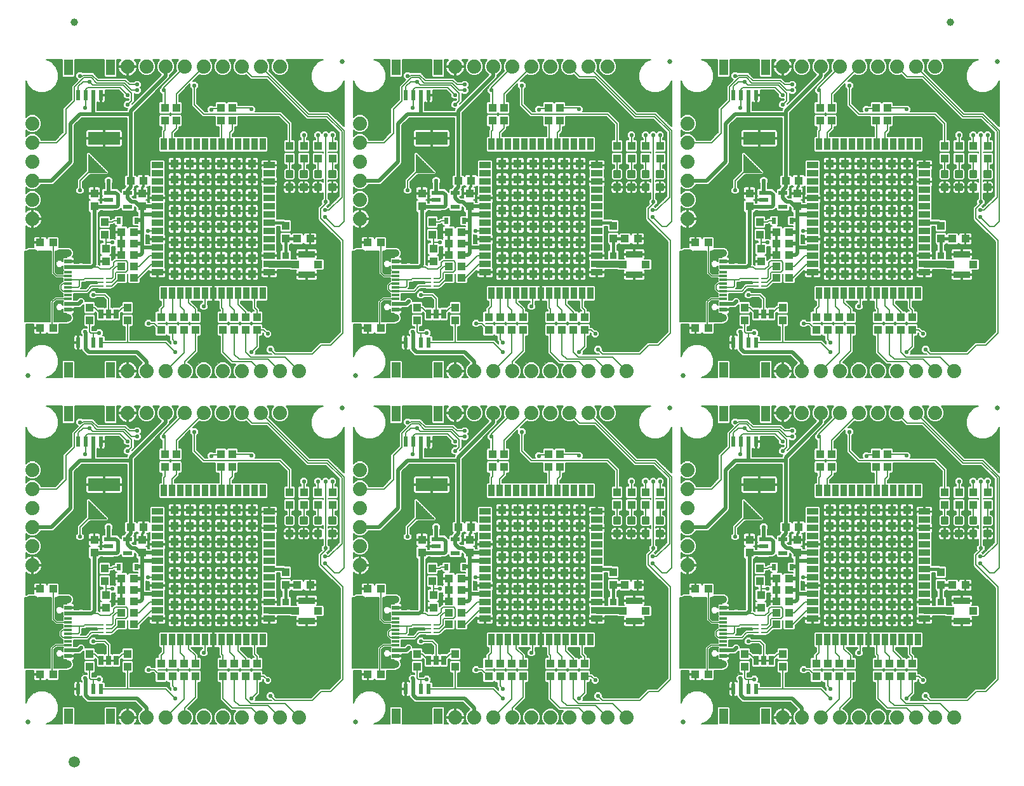
<source format=gtl>
G75*
%MOIN*%
%OFA0B0*%
%FSLAX25Y25*%
%IPPOS*%
%LPD*%
%AMOC8*
5,1,8,0,0,1.08239X$1,22.5*
%
%ADD10C,0.02500*%
%ADD11R,0.04724X0.07874*%
%ADD12R,0.02362X0.05315*%
%ADD13R,0.03937X0.04331*%
%ADD14C,0.01000*%
%ADD15R,0.02500X0.05000*%
%ADD16C,0.01181*%
%ADD17R,0.02480X0.03268*%
%ADD18R,0.08661X0.03346*%
%ADD19R,0.04134X0.03937*%
%ADD20R,0.04331X0.03937*%
%ADD21R,0.04724X0.02165*%
%ADD22R,0.03543X0.03346*%
%ADD23R,0.05984X0.03346*%
%ADD24R,0.03346X0.05984*%
%ADD25R,0.04331X0.04331*%
%ADD26R,0.03937X0.01181*%
%ADD27R,0.03937X0.02362*%
%ADD28C,0.03937*%
%ADD29C,0.07400*%
%ADD30R,0.02402X0.00984*%
%ADD31R,0.02205X0.00984*%
%ADD32R,0.16535X0.06693*%
%ADD33C,0.00197*%
%ADD34R,0.03937X0.03937*%
%ADD35C,0.03937*%
%ADD36C,0.05906*%
%ADD37C,0.02000*%
%ADD38C,0.00600*%
%ADD39C,0.02200*%
%ADD40C,0.01200*%
%ADD41C,0.01800*%
D10*
X0055842Y0041250D03*
X0227842Y0041250D03*
X0399842Y0041250D03*
X0392842Y0206250D03*
X0399842Y0223250D03*
X0564842Y0206250D03*
X0564842Y0388250D03*
X0392842Y0388250D03*
X0220842Y0388250D03*
X0227842Y0223250D03*
X0220842Y0206250D03*
X0055842Y0223250D03*
D11*
X0077318Y0226281D03*
X0099365Y0226281D03*
X0099365Y0203219D03*
X0077318Y0203219D03*
X0249318Y0203219D03*
X0271365Y0203219D03*
X0271365Y0226281D03*
X0249318Y0226281D03*
X0421318Y0226281D03*
X0443365Y0226281D03*
X0443365Y0203219D03*
X0421318Y0203219D03*
X0421318Y0044281D03*
X0443365Y0044281D03*
X0271365Y0044281D03*
X0249318Y0044281D03*
X0099365Y0044281D03*
X0077318Y0044281D03*
X0077318Y0385219D03*
X0099365Y0385219D03*
X0249318Y0385219D03*
X0271365Y0385219D03*
X0421318Y0385219D03*
X0443365Y0385219D03*
D12*
X0438247Y0370750D03*
X0434310Y0370750D03*
X0430373Y0370750D03*
X0426436Y0370750D03*
X0426436Y0240750D03*
X0430373Y0240750D03*
X0434310Y0240750D03*
X0438247Y0240750D03*
X0438247Y0188750D03*
X0434310Y0188750D03*
X0430373Y0188750D03*
X0426436Y0188750D03*
X0266247Y0188750D03*
X0262310Y0188750D03*
X0258373Y0188750D03*
X0254436Y0188750D03*
X0254436Y0240750D03*
X0258373Y0240750D03*
X0262310Y0240750D03*
X0266247Y0240750D03*
X0266247Y0370750D03*
X0262310Y0370750D03*
X0258373Y0370750D03*
X0254436Y0370750D03*
X0094247Y0370750D03*
X0090310Y0370750D03*
X0086373Y0370750D03*
X0082436Y0370750D03*
X0082436Y0240750D03*
X0086373Y0240750D03*
X0090310Y0240750D03*
X0094247Y0240750D03*
X0094247Y0188750D03*
X0090310Y0188750D03*
X0086373Y0188750D03*
X0082436Y0188750D03*
X0082436Y0058750D03*
X0086373Y0058750D03*
X0090310Y0058750D03*
X0094247Y0058750D03*
X0254436Y0058750D03*
X0258373Y0058750D03*
X0262310Y0058750D03*
X0266247Y0058750D03*
X0426436Y0058750D03*
X0430373Y0058750D03*
X0434310Y0058750D03*
X0438247Y0058750D03*
D13*
X0432342Y0070404D03*
X0432342Y0077096D03*
X0452342Y0077096D03*
X0452342Y0070404D03*
X0469842Y0072096D03*
X0475842Y0072096D03*
X0481842Y0072096D03*
X0487842Y0072096D03*
X0487842Y0065404D03*
X0481842Y0065404D03*
X0475842Y0065404D03*
X0469842Y0065404D03*
X0502342Y0065404D03*
X0508342Y0065404D03*
X0514342Y0065404D03*
X0520342Y0065404D03*
X0520342Y0072096D03*
X0514342Y0072096D03*
X0508342Y0072096D03*
X0502342Y0072096D03*
X0535342Y0113404D03*
X0535342Y0120096D03*
X0537342Y0155404D03*
X0537342Y0162096D03*
X0544842Y0162096D03*
X0544842Y0155404D03*
X0552342Y0155404D03*
X0552342Y0162096D03*
X0559842Y0162096D03*
X0559842Y0155404D03*
X0507342Y0175404D03*
X0501342Y0175404D03*
X0501342Y0182096D03*
X0507342Y0182096D03*
X0477842Y0182096D03*
X0471842Y0182096D03*
X0471842Y0175404D03*
X0477842Y0175404D03*
X0459842Y0137096D03*
X0459842Y0130404D03*
X0440342Y0122096D03*
X0434842Y0130404D03*
X0434842Y0137096D03*
X0440342Y0115404D03*
X0440842Y0108096D03*
X0440842Y0101404D03*
X0387842Y0155404D03*
X0387842Y0162096D03*
X0380342Y0162096D03*
X0380342Y0155404D03*
X0372842Y0155404D03*
X0372842Y0162096D03*
X0365342Y0162096D03*
X0365342Y0155404D03*
X0335342Y0175404D03*
X0329342Y0175404D03*
X0329342Y0182096D03*
X0335342Y0182096D03*
X0305842Y0182096D03*
X0299842Y0182096D03*
X0299842Y0175404D03*
X0305842Y0175404D03*
X0287842Y0137096D03*
X0287842Y0130404D03*
X0268342Y0122096D03*
X0262842Y0130404D03*
X0262842Y0137096D03*
X0268342Y0115404D03*
X0268842Y0108096D03*
X0268842Y0101404D03*
X0260342Y0077096D03*
X0260342Y0070404D03*
X0280342Y0070404D03*
X0280342Y0077096D03*
X0297842Y0072096D03*
X0303842Y0072096D03*
X0309842Y0072096D03*
X0315842Y0072096D03*
X0315842Y0065404D03*
X0309842Y0065404D03*
X0303842Y0065404D03*
X0297842Y0065404D03*
X0330342Y0065404D03*
X0336342Y0065404D03*
X0342342Y0065404D03*
X0348342Y0065404D03*
X0348342Y0072096D03*
X0342342Y0072096D03*
X0336342Y0072096D03*
X0330342Y0072096D03*
X0363342Y0113404D03*
X0363342Y0120096D03*
X0215842Y0155404D03*
X0215842Y0162096D03*
X0208342Y0162096D03*
X0208342Y0155404D03*
X0200842Y0155404D03*
X0200842Y0162096D03*
X0193342Y0162096D03*
X0193342Y0155404D03*
X0163342Y0175404D03*
X0157342Y0175404D03*
X0157342Y0182096D03*
X0163342Y0182096D03*
X0133842Y0182096D03*
X0127842Y0182096D03*
X0127842Y0175404D03*
X0133842Y0175404D03*
X0115842Y0137096D03*
X0115842Y0130404D03*
X0096342Y0122096D03*
X0090842Y0130404D03*
X0090842Y0137096D03*
X0096342Y0115404D03*
X0096842Y0108096D03*
X0096842Y0101404D03*
X0088342Y0077096D03*
X0088342Y0070404D03*
X0108342Y0070404D03*
X0108342Y0077096D03*
X0125842Y0072096D03*
X0131842Y0072096D03*
X0137842Y0072096D03*
X0143842Y0072096D03*
X0143842Y0065404D03*
X0137842Y0065404D03*
X0131842Y0065404D03*
X0125842Y0065404D03*
X0158342Y0065404D03*
X0164342Y0065404D03*
X0170342Y0065404D03*
X0176342Y0065404D03*
X0176342Y0072096D03*
X0170342Y0072096D03*
X0164342Y0072096D03*
X0158342Y0072096D03*
X0191342Y0113404D03*
X0191342Y0120096D03*
X0176342Y0247404D03*
X0170342Y0247404D03*
X0164342Y0247404D03*
X0158342Y0247404D03*
X0158342Y0254096D03*
X0164342Y0254096D03*
X0170342Y0254096D03*
X0176342Y0254096D03*
X0143842Y0254096D03*
X0137842Y0254096D03*
X0131842Y0254096D03*
X0125842Y0254096D03*
X0125842Y0247404D03*
X0131842Y0247404D03*
X0137842Y0247404D03*
X0143842Y0247404D03*
X0108342Y0252404D03*
X0108342Y0259096D03*
X0088342Y0259096D03*
X0088342Y0252404D03*
X0096842Y0283404D03*
X0096842Y0290096D03*
X0096342Y0297404D03*
X0096342Y0304096D03*
X0090842Y0312404D03*
X0090842Y0319096D03*
X0115842Y0319096D03*
X0115842Y0312404D03*
X0127842Y0357404D03*
X0133842Y0357404D03*
X0133842Y0364096D03*
X0127842Y0364096D03*
X0157342Y0364096D03*
X0163342Y0364096D03*
X0163342Y0357404D03*
X0157342Y0357404D03*
X0193342Y0344096D03*
X0200842Y0344096D03*
X0208342Y0344096D03*
X0215842Y0344096D03*
X0215842Y0337404D03*
X0208342Y0337404D03*
X0200842Y0337404D03*
X0193342Y0337404D03*
X0191342Y0302096D03*
X0191342Y0295404D03*
X0262842Y0312404D03*
X0262842Y0319096D03*
X0268342Y0304096D03*
X0268342Y0297404D03*
X0268842Y0290096D03*
X0268842Y0283404D03*
X0260342Y0259096D03*
X0260342Y0252404D03*
X0280342Y0252404D03*
X0280342Y0259096D03*
X0297842Y0254096D03*
X0303842Y0254096D03*
X0309842Y0254096D03*
X0315842Y0254096D03*
X0315842Y0247404D03*
X0309842Y0247404D03*
X0303842Y0247404D03*
X0297842Y0247404D03*
X0330342Y0247404D03*
X0336342Y0247404D03*
X0342342Y0247404D03*
X0348342Y0247404D03*
X0348342Y0254096D03*
X0342342Y0254096D03*
X0336342Y0254096D03*
X0330342Y0254096D03*
X0363342Y0295404D03*
X0363342Y0302096D03*
X0365342Y0337404D03*
X0365342Y0344096D03*
X0372842Y0344096D03*
X0380342Y0344096D03*
X0387842Y0344096D03*
X0387842Y0337404D03*
X0380342Y0337404D03*
X0372842Y0337404D03*
X0335342Y0357404D03*
X0329342Y0357404D03*
X0329342Y0364096D03*
X0335342Y0364096D03*
X0305842Y0364096D03*
X0299842Y0364096D03*
X0299842Y0357404D03*
X0305842Y0357404D03*
X0287842Y0319096D03*
X0287842Y0312404D03*
X0434842Y0312404D03*
X0434842Y0319096D03*
X0440342Y0304096D03*
X0440342Y0297404D03*
X0440842Y0290096D03*
X0440842Y0283404D03*
X0432342Y0259096D03*
X0432342Y0252404D03*
X0452342Y0252404D03*
X0452342Y0259096D03*
X0469842Y0254096D03*
X0475842Y0254096D03*
X0481842Y0254096D03*
X0487842Y0254096D03*
X0487842Y0247404D03*
X0481842Y0247404D03*
X0475842Y0247404D03*
X0469842Y0247404D03*
X0502342Y0247404D03*
X0508342Y0247404D03*
X0514342Y0247404D03*
X0520342Y0247404D03*
X0520342Y0254096D03*
X0514342Y0254096D03*
X0508342Y0254096D03*
X0502342Y0254096D03*
X0535342Y0295404D03*
X0535342Y0302096D03*
X0537342Y0337404D03*
X0544842Y0337404D03*
X0544842Y0344096D03*
X0537342Y0344096D03*
X0552342Y0344096D03*
X0559842Y0344096D03*
X0559842Y0337404D03*
X0552342Y0337404D03*
X0507342Y0357404D03*
X0501342Y0357404D03*
X0501342Y0364096D03*
X0507342Y0364096D03*
X0477842Y0364096D03*
X0471842Y0364096D03*
X0471842Y0357404D03*
X0477842Y0357404D03*
X0459842Y0319096D03*
X0459842Y0312404D03*
D14*
X0446342Y0255750D02*
X0442342Y0255750D01*
X0438342Y0255750D01*
X0274342Y0255750D02*
X0270342Y0255750D01*
X0266342Y0255750D01*
X0102342Y0255750D02*
X0098342Y0255750D01*
X0094342Y0255750D01*
X0094342Y0073750D02*
X0098342Y0073750D01*
X0102342Y0073750D01*
X0266342Y0073750D02*
X0270342Y0073750D01*
X0274342Y0073750D01*
X0438342Y0073750D02*
X0442342Y0073750D01*
X0446342Y0073750D01*
D15*
X0446342Y0073750D03*
X0442342Y0073750D03*
X0438342Y0073750D03*
X0274342Y0073750D03*
X0270342Y0073750D03*
X0266342Y0073750D03*
X0102342Y0073750D03*
X0098342Y0073750D03*
X0094342Y0073750D03*
X0094342Y0255750D03*
X0098342Y0255750D03*
X0102342Y0255750D03*
X0266342Y0255750D03*
X0270342Y0255750D03*
X0274342Y0255750D03*
X0438342Y0255750D03*
X0442342Y0255750D03*
X0446342Y0255750D03*
D16*
X0389220Y0323675D02*
X0386464Y0323675D01*
X0389220Y0323675D02*
X0389220Y0320919D01*
X0386464Y0320919D01*
X0386464Y0323675D01*
X0386464Y0322041D02*
X0389220Y0322041D01*
X0389220Y0323163D02*
X0386464Y0323163D01*
X0381720Y0323675D02*
X0378964Y0323675D01*
X0381720Y0323675D02*
X0381720Y0320919D01*
X0378964Y0320919D01*
X0378964Y0323675D01*
X0378964Y0322041D02*
X0381720Y0322041D01*
X0381720Y0323163D02*
X0378964Y0323163D01*
X0374220Y0323675D02*
X0371464Y0323675D01*
X0374220Y0323675D02*
X0374220Y0320919D01*
X0371464Y0320919D01*
X0371464Y0323675D01*
X0371464Y0322041D02*
X0374220Y0322041D01*
X0374220Y0323163D02*
X0371464Y0323163D01*
X0366720Y0323675D02*
X0363964Y0323675D01*
X0366720Y0323675D02*
X0366720Y0320919D01*
X0363964Y0320919D01*
X0363964Y0323675D01*
X0363964Y0322041D02*
X0366720Y0322041D01*
X0366720Y0323163D02*
X0363964Y0323163D01*
X0363964Y0330581D02*
X0366720Y0330581D01*
X0366720Y0327825D01*
X0363964Y0327825D01*
X0363964Y0330581D01*
X0363964Y0328947D02*
X0366720Y0328947D01*
X0366720Y0330069D02*
X0363964Y0330069D01*
X0371464Y0330581D02*
X0374220Y0330581D01*
X0374220Y0327825D01*
X0371464Y0327825D01*
X0371464Y0330581D01*
X0371464Y0328947D02*
X0374220Y0328947D01*
X0374220Y0330069D02*
X0371464Y0330069D01*
X0378964Y0330581D02*
X0381720Y0330581D01*
X0381720Y0327825D01*
X0378964Y0327825D01*
X0378964Y0330581D01*
X0378964Y0328947D02*
X0381720Y0328947D01*
X0381720Y0330069D02*
X0378964Y0330069D01*
X0386464Y0330581D02*
X0389220Y0330581D01*
X0389220Y0327825D01*
X0386464Y0327825D01*
X0386464Y0330581D01*
X0386464Y0328947D02*
X0389220Y0328947D01*
X0389220Y0330069D02*
X0386464Y0330069D01*
X0535964Y0330581D02*
X0538720Y0330581D01*
X0538720Y0327825D01*
X0535964Y0327825D01*
X0535964Y0330581D01*
X0535964Y0328947D02*
X0538720Y0328947D01*
X0538720Y0330069D02*
X0535964Y0330069D01*
X0543464Y0330581D02*
X0546220Y0330581D01*
X0546220Y0327825D01*
X0543464Y0327825D01*
X0543464Y0330581D01*
X0543464Y0328947D02*
X0546220Y0328947D01*
X0546220Y0330069D02*
X0543464Y0330069D01*
X0543464Y0323675D02*
X0546220Y0323675D01*
X0546220Y0320919D01*
X0543464Y0320919D01*
X0543464Y0323675D01*
X0543464Y0322041D02*
X0546220Y0322041D01*
X0546220Y0323163D02*
X0543464Y0323163D01*
X0538720Y0323675D02*
X0535964Y0323675D01*
X0538720Y0323675D02*
X0538720Y0320919D01*
X0535964Y0320919D01*
X0535964Y0323675D01*
X0535964Y0322041D02*
X0538720Y0322041D01*
X0538720Y0323163D02*
X0535964Y0323163D01*
X0550964Y0323675D02*
X0553720Y0323675D01*
X0553720Y0320919D01*
X0550964Y0320919D01*
X0550964Y0323675D01*
X0550964Y0322041D02*
X0553720Y0322041D01*
X0553720Y0323163D02*
X0550964Y0323163D01*
X0550964Y0330581D02*
X0553720Y0330581D01*
X0553720Y0327825D01*
X0550964Y0327825D01*
X0550964Y0330581D01*
X0550964Y0328947D02*
X0553720Y0328947D01*
X0553720Y0330069D02*
X0550964Y0330069D01*
X0558464Y0330581D02*
X0561220Y0330581D01*
X0561220Y0327825D01*
X0558464Y0327825D01*
X0558464Y0330581D01*
X0558464Y0328947D02*
X0561220Y0328947D01*
X0561220Y0330069D02*
X0558464Y0330069D01*
X0558464Y0323675D02*
X0561220Y0323675D01*
X0561220Y0320919D01*
X0558464Y0320919D01*
X0558464Y0323675D01*
X0558464Y0322041D02*
X0561220Y0322041D01*
X0561220Y0323163D02*
X0558464Y0323163D01*
X0558464Y0148581D02*
X0561220Y0148581D01*
X0561220Y0145825D01*
X0558464Y0145825D01*
X0558464Y0148581D01*
X0558464Y0146947D02*
X0561220Y0146947D01*
X0561220Y0148069D02*
X0558464Y0148069D01*
X0553720Y0148581D02*
X0550964Y0148581D01*
X0553720Y0148581D02*
X0553720Y0145825D01*
X0550964Y0145825D01*
X0550964Y0148581D01*
X0550964Y0146947D02*
X0553720Y0146947D01*
X0553720Y0148069D02*
X0550964Y0148069D01*
X0546220Y0148581D02*
X0543464Y0148581D01*
X0546220Y0148581D02*
X0546220Y0145825D01*
X0543464Y0145825D01*
X0543464Y0148581D01*
X0543464Y0146947D02*
X0546220Y0146947D01*
X0546220Y0148069D02*
X0543464Y0148069D01*
X0538720Y0148581D02*
X0535964Y0148581D01*
X0538720Y0148581D02*
X0538720Y0145825D01*
X0535964Y0145825D01*
X0535964Y0148581D01*
X0535964Y0146947D02*
X0538720Y0146947D01*
X0538720Y0148069D02*
X0535964Y0148069D01*
X0535964Y0141675D02*
X0538720Y0141675D01*
X0538720Y0138919D01*
X0535964Y0138919D01*
X0535964Y0141675D01*
X0535964Y0140041D02*
X0538720Y0140041D01*
X0538720Y0141163D02*
X0535964Y0141163D01*
X0543464Y0141675D02*
X0546220Y0141675D01*
X0546220Y0138919D01*
X0543464Y0138919D01*
X0543464Y0141675D01*
X0543464Y0140041D02*
X0546220Y0140041D01*
X0546220Y0141163D02*
X0543464Y0141163D01*
X0550964Y0141675D02*
X0553720Y0141675D01*
X0553720Y0138919D01*
X0550964Y0138919D01*
X0550964Y0141675D01*
X0550964Y0140041D02*
X0553720Y0140041D01*
X0553720Y0141163D02*
X0550964Y0141163D01*
X0558464Y0141675D02*
X0561220Y0141675D01*
X0561220Y0138919D01*
X0558464Y0138919D01*
X0558464Y0141675D01*
X0558464Y0140041D02*
X0561220Y0140041D01*
X0561220Y0141163D02*
X0558464Y0141163D01*
X0389220Y0141675D02*
X0386464Y0141675D01*
X0389220Y0141675D02*
X0389220Y0138919D01*
X0386464Y0138919D01*
X0386464Y0141675D01*
X0386464Y0140041D02*
X0389220Y0140041D01*
X0389220Y0141163D02*
X0386464Y0141163D01*
X0381720Y0141675D02*
X0378964Y0141675D01*
X0381720Y0141675D02*
X0381720Y0138919D01*
X0378964Y0138919D01*
X0378964Y0141675D01*
X0378964Y0140041D02*
X0381720Y0140041D01*
X0381720Y0141163D02*
X0378964Y0141163D01*
X0374220Y0141675D02*
X0371464Y0141675D01*
X0374220Y0141675D02*
X0374220Y0138919D01*
X0371464Y0138919D01*
X0371464Y0141675D01*
X0371464Y0140041D02*
X0374220Y0140041D01*
X0374220Y0141163D02*
X0371464Y0141163D01*
X0366720Y0141675D02*
X0363964Y0141675D01*
X0366720Y0141675D02*
X0366720Y0138919D01*
X0363964Y0138919D01*
X0363964Y0141675D01*
X0363964Y0140041D02*
X0366720Y0140041D01*
X0366720Y0141163D02*
X0363964Y0141163D01*
X0363964Y0148581D02*
X0366720Y0148581D01*
X0366720Y0145825D01*
X0363964Y0145825D01*
X0363964Y0148581D01*
X0363964Y0146947D02*
X0366720Y0146947D01*
X0366720Y0148069D02*
X0363964Y0148069D01*
X0371464Y0148581D02*
X0374220Y0148581D01*
X0374220Y0145825D01*
X0371464Y0145825D01*
X0371464Y0148581D01*
X0371464Y0146947D02*
X0374220Y0146947D01*
X0374220Y0148069D02*
X0371464Y0148069D01*
X0378964Y0148581D02*
X0381720Y0148581D01*
X0381720Y0145825D01*
X0378964Y0145825D01*
X0378964Y0148581D01*
X0378964Y0146947D02*
X0381720Y0146947D01*
X0381720Y0148069D02*
X0378964Y0148069D01*
X0386464Y0148581D02*
X0389220Y0148581D01*
X0389220Y0145825D01*
X0386464Y0145825D01*
X0386464Y0148581D01*
X0386464Y0146947D02*
X0389220Y0146947D01*
X0389220Y0148069D02*
X0386464Y0148069D01*
X0217220Y0148581D02*
X0214464Y0148581D01*
X0217220Y0148581D02*
X0217220Y0145825D01*
X0214464Y0145825D01*
X0214464Y0148581D01*
X0214464Y0146947D02*
X0217220Y0146947D01*
X0217220Y0148069D02*
X0214464Y0148069D01*
X0209720Y0148581D02*
X0206964Y0148581D01*
X0209720Y0148581D02*
X0209720Y0145825D01*
X0206964Y0145825D01*
X0206964Y0148581D01*
X0206964Y0146947D02*
X0209720Y0146947D01*
X0209720Y0148069D02*
X0206964Y0148069D01*
X0202220Y0148581D02*
X0199464Y0148581D01*
X0202220Y0148581D02*
X0202220Y0145825D01*
X0199464Y0145825D01*
X0199464Y0148581D01*
X0199464Y0146947D02*
X0202220Y0146947D01*
X0202220Y0148069D02*
X0199464Y0148069D01*
X0194720Y0148581D02*
X0191964Y0148581D01*
X0194720Y0148581D02*
X0194720Y0145825D01*
X0191964Y0145825D01*
X0191964Y0148581D01*
X0191964Y0146947D02*
X0194720Y0146947D01*
X0194720Y0148069D02*
X0191964Y0148069D01*
X0191964Y0141675D02*
X0194720Y0141675D01*
X0194720Y0138919D01*
X0191964Y0138919D01*
X0191964Y0141675D01*
X0191964Y0140041D02*
X0194720Y0140041D01*
X0194720Y0141163D02*
X0191964Y0141163D01*
X0199464Y0141675D02*
X0202220Y0141675D01*
X0202220Y0138919D01*
X0199464Y0138919D01*
X0199464Y0141675D01*
X0199464Y0140041D02*
X0202220Y0140041D01*
X0202220Y0141163D02*
X0199464Y0141163D01*
X0206964Y0141675D02*
X0209720Y0141675D01*
X0209720Y0138919D01*
X0206964Y0138919D01*
X0206964Y0141675D01*
X0206964Y0140041D02*
X0209720Y0140041D01*
X0209720Y0141163D02*
X0206964Y0141163D01*
X0214464Y0141675D02*
X0217220Y0141675D01*
X0217220Y0138919D01*
X0214464Y0138919D01*
X0214464Y0141675D01*
X0214464Y0140041D02*
X0217220Y0140041D01*
X0217220Y0141163D02*
X0214464Y0141163D01*
X0214464Y0323675D02*
X0217220Y0323675D01*
X0217220Y0320919D01*
X0214464Y0320919D01*
X0214464Y0323675D01*
X0214464Y0322041D02*
X0217220Y0322041D01*
X0217220Y0323163D02*
X0214464Y0323163D01*
X0209720Y0323675D02*
X0206964Y0323675D01*
X0209720Y0323675D02*
X0209720Y0320919D01*
X0206964Y0320919D01*
X0206964Y0323675D01*
X0206964Y0322041D02*
X0209720Y0322041D01*
X0209720Y0323163D02*
X0206964Y0323163D01*
X0202220Y0323675D02*
X0199464Y0323675D01*
X0202220Y0323675D02*
X0202220Y0320919D01*
X0199464Y0320919D01*
X0199464Y0323675D01*
X0199464Y0322041D02*
X0202220Y0322041D01*
X0202220Y0323163D02*
X0199464Y0323163D01*
X0194720Y0323675D02*
X0191964Y0323675D01*
X0194720Y0323675D02*
X0194720Y0320919D01*
X0191964Y0320919D01*
X0191964Y0323675D01*
X0191964Y0322041D02*
X0194720Y0322041D01*
X0194720Y0323163D02*
X0191964Y0323163D01*
X0191964Y0330581D02*
X0194720Y0330581D01*
X0194720Y0327825D01*
X0191964Y0327825D01*
X0191964Y0330581D01*
X0191964Y0328947D02*
X0194720Y0328947D01*
X0194720Y0330069D02*
X0191964Y0330069D01*
X0199464Y0330581D02*
X0202220Y0330581D01*
X0202220Y0327825D01*
X0199464Y0327825D01*
X0199464Y0330581D01*
X0199464Y0328947D02*
X0202220Y0328947D01*
X0202220Y0330069D02*
X0199464Y0330069D01*
X0206964Y0330581D02*
X0209720Y0330581D01*
X0209720Y0327825D01*
X0206964Y0327825D01*
X0206964Y0330581D01*
X0206964Y0328947D02*
X0209720Y0328947D01*
X0209720Y0330069D02*
X0206964Y0330069D01*
X0214464Y0330581D02*
X0217220Y0330581D01*
X0217220Y0327825D01*
X0214464Y0327825D01*
X0214464Y0330581D01*
X0214464Y0328947D02*
X0217220Y0328947D01*
X0217220Y0330069D02*
X0214464Y0330069D01*
D17*
X0275814Y0304750D03*
X0284869Y0304750D03*
X0447814Y0304750D03*
X0456869Y0304750D03*
X0456869Y0122750D03*
X0447814Y0122750D03*
X0284869Y0122750D03*
X0275814Y0122750D03*
X0112869Y0122750D03*
X0103814Y0122750D03*
X0103814Y0304750D03*
X0112869Y0304750D03*
D18*
X0202342Y0287163D03*
X0202342Y0276337D03*
X0374342Y0276337D03*
X0374342Y0287163D03*
X0546342Y0287163D03*
X0546342Y0276337D03*
X0546342Y0105163D03*
X0546342Y0094337D03*
X0374342Y0094337D03*
X0374342Y0105163D03*
X0202342Y0105163D03*
X0202342Y0094337D03*
D19*
X0208346Y0099750D03*
X0196338Y0099750D03*
X0368338Y0099750D03*
X0380346Y0099750D03*
X0540338Y0099750D03*
X0552346Y0099750D03*
X0552346Y0281750D03*
X0540338Y0281750D03*
X0380346Y0281750D03*
X0368338Y0281750D03*
X0208346Y0281750D03*
X0196338Y0281750D03*
D20*
X0197495Y0295250D03*
X0204188Y0295250D03*
X0234495Y0293250D03*
X0241188Y0293250D03*
X0276995Y0292750D03*
X0276995Y0286750D03*
X0283688Y0286750D03*
X0283688Y0292750D03*
X0283688Y0298750D03*
X0276995Y0298750D03*
X0276995Y0280750D03*
X0276995Y0274750D03*
X0283688Y0274750D03*
X0283688Y0280750D03*
X0241188Y0248250D03*
X0234495Y0248250D03*
X0281995Y0325750D03*
X0288688Y0325750D03*
X0369495Y0295250D03*
X0376188Y0295250D03*
X0406495Y0293250D03*
X0413188Y0293250D03*
X0448995Y0292750D03*
X0448995Y0286750D03*
X0455688Y0286750D03*
X0455688Y0292750D03*
X0455688Y0298750D03*
X0448995Y0298750D03*
X0448995Y0280750D03*
X0448995Y0274750D03*
X0455688Y0274750D03*
X0455688Y0280750D03*
X0413188Y0248250D03*
X0406495Y0248250D03*
X0453995Y0325750D03*
X0460688Y0325750D03*
X0541495Y0295250D03*
X0548188Y0295250D03*
X0460688Y0143750D03*
X0453995Y0143750D03*
X0455688Y0116750D03*
X0455688Y0110750D03*
X0455688Y0104750D03*
X0455688Y0098750D03*
X0448995Y0098750D03*
X0448995Y0104750D03*
X0448995Y0110750D03*
X0448995Y0116750D03*
X0448995Y0092750D03*
X0455688Y0092750D03*
X0413188Y0111250D03*
X0406495Y0111250D03*
X0376188Y0113250D03*
X0369495Y0113250D03*
X0406495Y0066250D03*
X0413188Y0066250D03*
X0288688Y0143750D03*
X0281995Y0143750D03*
X0283688Y0116750D03*
X0283688Y0110750D03*
X0283688Y0104750D03*
X0283688Y0098750D03*
X0276995Y0098750D03*
X0276995Y0104750D03*
X0276995Y0110750D03*
X0276995Y0116750D03*
X0276995Y0092750D03*
X0283688Y0092750D03*
X0241188Y0111250D03*
X0234495Y0111250D03*
X0204188Y0113250D03*
X0197495Y0113250D03*
X0234495Y0066250D03*
X0241188Y0066250D03*
X0116688Y0143750D03*
X0109995Y0143750D03*
X0111688Y0116750D03*
X0111688Y0110750D03*
X0111688Y0104750D03*
X0111688Y0098750D03*
X0104995Y0098750D03*
X0104995Y0104750D03*
X0104995Y0110750D03*
X0104995Y0116750D03*
X0104995Y0092750D03*
X0111688Y0092750D03*
X0069188Y0111250D03*
X0062495Y0111250D03*
X0062495Y0066250D03*
X0069188Y0066250D03*
X0069188Y0248250D03*
X0062495Y0248250D03*
X0104995Y0274750D03*
X0104995Y0280750D03*
X0111688Y0280750D03*
X0111688Y0274750D03*
X0111688Y0286750D03*
X0111688Y0292750D03*
X0111688Y0298750D03*
X0104995Y0298750D03*
X0104995Y0292750D03*
X0104995Y0286750D03*
X0069188Y0293250D03*
X0062495Y0293250D03*
X0109995Y0325750D03*
X0116688Y0325750D03*
X0541495Y0113250D03*
X0548188Y0113250D03*
D21*
X0452460Y0130010D03*
X0452460Y0137490D03*
X0442223Y0137490D03*
X0442223Y0133750D03*
X0442223Y0130010D03*
X0280460Y0130010D03*
X0270223Y0130010D03*
X0270223Y0133750D03*
X0270223Y0137490D03*
X0280460Y0137490D03*
X0108460Y0137490D03*
X0108460Y0130010D03*
X0098223Y0130010D03*
X0098223Y0133750D03*
X0098223Y0137490D03*
X0098223Y0312010D03*
X0098223Y0315750D03*
X0098223Y0319490D03*
X0108460Y0319490D03*
X0108460Y0312010D03*
X0270223Y0312010D03*
X0270223Y0315750D03*
X0270223Y0319490D03*
X0280460Y0319490D03*
X0280460Y0312010D03*
X0442223Y0312010D03*
X0442223Y0315750D03*
X0442223Y0319490D03*
X0452460Y0319490D03*
X0452460Y0312010D03*
D22*
X0535342Y0286533D03*
X0535342Y0281967D03*
X0363342Y0281967D03*
X0363342Y0286533D03*
X0191342Y0286533D03*
X0191342Y0281967D03*
X0191342Y0104533D03*
X0191342Y0099967D03*
X0363342Y0099967D03*
X0363342Y0104533D03*
X0535342Y0104533D03*
X0535342Y0099967D03*
D23*
X0526673Y0099931D03*
X0526673Y0095600D03*
X0526673Y0104262D03*
X0526673Y0108593D03*
X0526673Y0112923D03*
X0526673Y0117254D03*
X0526673Y0121585D03*
X0526673Y0125915D03*
X0526673Y0130246D03*
X0526673Y0134577D03*
X0526673Y0138907D03*
X0526673Y0143238D03*
X0526673Y0147569D03*
X0526673Y0151900D03*
X0468011Y0151900D03*
X0468011Y0147569D03*
X0468011Y0143238D03*
X0468011Y0138907D03*
X0468011Y0134577D03*
X0468011Y0130246D03*
X0468011Y0125915D03*
X0468011Y0121585D03*
X0468011Y0117254D03*
X0468011Y0112923D03*
X0468011Y0108593D03*
X0468011Y0104262D03*
X0468011Y0099931D03*
X0468011Y0095600D03*
X0354673Y0095600D03*
X0354673Y0099931D03*
X0354673Y0104262D03*
X0354673Y0108593D03*
X0354673Y0112923D03*
X0354673Y0117254D03*
X0354673Y0121585D03*
X0354673Y0125915D03*
X0354673Y0130246D03*
X0354673Y0134577D03*
X0354673Y0138907D03*
X0354673Y0143238D03*
X0354673Y0147569D03*
X0354673Y0151900D03*
X0296011Y0151900D03*
X0296011Y0147569D03*
X0296011Y0143238D03*
X0296011Y0138907D03*
X0296011Y0134577D03*
X0296011Y0130246D03*
X0296011Y0125915D03*
X0296011Y0121585D03*
X0296011Y0117254D03*
X0296011Y0112923D03*
X0296011Y0108593D03*
X0296011Y0104262D03*
X0296011Y0099931D03*
X0296011Y0095600D03*
X0182673Y0095600D03*
X0182673Y0099931D03*
X0182673Y0104262D03*
X0182673Y0108593D03*
X0182673Y0112923D03*
X0182673Y0117254D03*
X0182673Y0121585D03*
X0182673Y0125915D03*
X0182673Y0130246D03*
X0182673Y0134577D03*
X0182673Y0138907D03*
X0182673Y0143238D03*
X0182673Y0147569D03*
X0182673Y0151900D03*
X0124011Y0151900D03*
X0124011Y0147569D03*
X0124011Y0143238D03*
X0124011Y0138907D03*
X0124011Y0134577D03*
X0124011Y0130246D03*
X0124011Y0125915D03*
X0124011Y0121585D03*
X0124011Y0117254D03*
X0124011Y0112923D03*
X0124011Y0108593D03*
X0124011Y0104262D03*
X0124011Y0099931D03*
X0124011Y0095600D03*
X0124011Y0277600D03*
X0124011Y0281931D03*
X0124011Y0286262D03*
X0124011Y0290593D03*
X0124011Y0294923D03*
X0124011Y0299254D03*
X0124011Y0303585D03*
X0124011Y0307915D03*
X0124011Y0312246D03*
X0124011Y0316577D03*
X0124011Y0320907D03*
X0124011Y0325238D03*
X0124011Y0329569D03*
X0124011Y0333900D03*
X0182673Y0333900D03*
X0182673Y0329569D03*
X0182673Y0325238D03*
X0182673Y0320907D03*
X0182673Y0316577D03*
X0182673Y0312246D03*
X0182673Y0307915D03*
X0182673Y0303585D03*
X0182673Y0299254D03*
X0182673Y0294923D03*
X0182673Y0290593D03*
X0182673Y0286262D03*
X0182673Y0281931D03*
X0182673Y0277600D03*
X0296011Y0277600D03*
X0296011Y0281931D03*
X0296011Y0286262D03*
X0296011Y0290593D03*
X0296011Y0294923D03*
X0296011Y0299254D03*
X0296011Y0303585D03*
X0296011Y0307915D03*
X0296011Y0312246D03*
X0296011Y0316577D03*
X0296011Y0320907D03*
X0296011Y0325238D03*
X0296011Y0329569D03*
X0296011Y0333900D03*
X0354673Y0333900D03*
X0354673Y0329569D03*
X0354673Y0325238D03*
X0354673Y0320907D03*
X0354673Y0316577D03*
X0354673Y0312246D03*
X0354673Y0307915D03*
X0354673Y0303585D03*
X0354673Y0299254D03*
X0354673Y0294923D03*
X0354673Y0290593D03*
X0354673Y0286262D03*
X0354673Y0281931D03*
X0354673Y0277600D03*
X0468011Y0277600D03*
X0468011Y0281931D03*
X0468011Y0286262D03*
X0468011Y0290593D03*
X0468011Y0294923D03*
X0468011Y0299254D03*
X0468011Y0303585D03*
X0468011Y0307915D03*
X0468011Y0312246D03*
X0468011Y0316577D03*
X0468011Y0320907D03*
X0468011Y0325238D03*
X0468011Y0329569D03*
X0468011Y0333900D03*
X0526673Y0333900D03*
X0526673Y0329569D03*
X0526673Y0325238D03*
X0526673Y0320907D03*
X0526673Y0316577D03*
X0526673Y0312246D03*
X0526673Y0307915D03*
X0526673Y0303585D03*
X0526673Y0299254D03*
X0526673Y0294923D03*
X0526673Y0290593D03*
X0526673Y0286262D03*
X0526673Y0281931D03*
X0526673Y0277600D03*
D24*
X0523326Y0266577D03*
X0518995Y0266577D03*
X0514665Y0266577D03*
X0510334Y0266577D03*
X0506003Y0266577D03*
X0501673Y0266577D03*
X0497342Y0266577D03*
X0493011Y0266577D03*
X0488680Y0266577D03*
X0484350Y0266577D03*
X0480019Y0266577D03*
X0475688Y0266577D03*
X0471358Y0266577D03*
X0471358Y0344923D03*
X0475688Y0344923D03*
X0480019Y0344923D03*
X0484350Y0344923D03*
X0488680Y0344923D03*
X0493011Y0344923D03*
X0497342Y0344923D03*
X0501673Y0344923D03*
X0506003Y0344923D03*
X0510334Y0344923D03*
X0514665Y0344923D03*
X0518995Y0344923D03*
X0523326Y0344923D03*
X0351326Y0344923D03*
X0346995Y0344923D03*
X0342665Y0344923D03*
X0338334Y0344923D03*
X0334003Y0344923D03*
X0329673Y0344923D03*
X0325342Y0344923D03*
X0321011Y0344923D03*
X0316680Y0344923D03*
X0312350Y0344923D03*
X0308019Y0344923D03*
X0303688Y0344923D03*
X0299358Y0344923D03*
X0299358Y0266577D03*
X0303688Y0266577D03*
X0308019Y0266577D03*
X0312350Y0266577D03*
X0316680Y0266577D03*
X0321011Y0266577D03*
X0325342Y0266577D03*
X0329673Y0266577D03*
X0334003Y0266577D03*
X0338334Y0266577D03*
X0342665Y0266577D03*
X0346995Y0266577D03*
X0351326Y0266577D03*
X0351326Y0162923D03*
X0346995Y0162923D03*
X0342665Y0162923D03*
X0338334Y0162923D03*
X0334003Y0162923D03*
X0329673Y0162923D03*
X0325342Y0162923D03*
X0321011Y0162923D03*
X0316680Y0162923D03*
X0312350Y0162923D03*
X0308019Y0162923D03*
X0303688Y0162923D03*
X0299358Y0162923D03*
X0299358Y0084577D03*
X0303688Y0084577D03*
X0308019Y0084577D03*
X0312350Y0084577D03*
X0316680Y0084577D03*
X0321011Y0084577D03*
X0325342Y0084577D03*
X0329673Y0084577D03*
X0334003Y0084577D03*
X0338334Y0084577D03*
X0342665Y0084577D03*
X0346995Y0084577D03*
X0351326Y0084577D03*
X0471358Y0084577D03*
X0475688Y0084577D03*
X0480019Y0084577D03*
X0484350Y0084577D03*
X0488680Y0084577D03*
X0493011Y0084577D03*
X0497342Y0084577D03*
X0501673Y0084577D03*
X0506003Y0084577D03*
X0510334Y0084577D03*
X0514665Y0084577D03*
X0518995Y0084577D03*
X0523326Y0084577D03*
X0523326Y0162923D03*
X0518995Y0162923D03*
X0514665Y0162923D03*
X0510334Y0162923D03*
X0506003Y0162923D03*
X0501673Y0162923D03*
X0497342Y0162923D03*
X0493011Y0162923D03*
X0488680Y0162923D03*
X0484350Y0162923D03*
X0480019Y0162923D03*
X0475688Y0162923D03*
X0471358Y0162923D03*
X0179326Y0162923D03*
X0174995Y0162923D03*
X0170665Y0162923D03*
X0166334Y0162923D03*
X0162003Y0162923D03*
X0157673Y0162923D03*
X0153342Y0162923D03*
X0149011Y0162923D03*
X0144680Y0162923D03*
X0140350Y0162923D03*
X0136019Y0162923D03*
X0131688Y0162923D03*
X0127358Y0162923D03*
X0127358Y0084577D03*
X0131688Y0084577D03*
X0136019Y0084577D03*
X0140350Y0084577D03*
X0144680Y0084577D03*
X0149011Y0084577D03*
X0153342Y0084577D03*
X0157673Y0084577D03*
X0162003Y0084577D03*
X0166334Y0084577D03*
X0170665Y0084577D03*
X0174995Y0084577D03*
X0179326Y0084577D03*
X0179326Y0266577D03*
X0174995Y0266577D03*
X0170665Y0266577D03*
X0166334Y0266577D03*
X0162003Y0266577D03*
X0157673Y0266577D03*
X0153342Y0266577D03*
X0149011Y0266577D03*
X0144680Y0266577D03*
X0140350Y0266577D03*
X0136019Y0266577D03*
X0131688Y0266577D03*
X0127358Y0266577D03*
X0127358Y0344923D03*
X0131688Y0344923D03*
X0136019Y0344923D03*
X0140350Y0344923D03*
X0144680Y0344923D03*
X0149011Y0344923D03*
X0153342Y0344923D03*
X0157673Y0344923D03*
X0162003Y0344923D03*
X0166334Y0344923D03*
X0170665Y0344923D03*
X0174995Y0344923D03*
X0179326Y0344923D03*
D25*
X0173617Y0334687D03*
X0165547Y0334687D03*
X0157476Y0334687D03*
X0157476Y0326419D03*
X0165547Y0326419D03*
X0173617Y0326419D03*
X0173617Y0318152D03*
X0165547Y0318152D03*
X0157476Y0318152D03*
X0157476Y0309884D03*
X0165547Y0309884D03*
X0173617Y0309884D03*
X0173617Y0301616D03*
X0165547Y0301616D03*
X0157476Y0301616D03*
X0157476Y0293348D03*
X0165547Y0293348D03*
X0173617Y0293348D03*
X0173617Y0285081D03*
X0165547Y0285081D03*
X0157476Y0285081D03*
X0157476Y0276813D03*
X0165547Y0276813D03*
X0173617Y0276813D03*
X0149208Y0276813D03*
X0141137Y0276813D03*
X0133066Y0276813D03*
X0133066Y0285081D03*
X0141137Y0285081D03*
X0149208Y0285081D03*
X0149208Y0293348D03*
X0141137Y0293348D03*
X0133066Y0293348D03*
X0133066Y0301616D03*
X0141137Y0301616D03*
X0149208Y0301616D03*
X0149208Y0309884D03*
X0141137Y0309884D03*
X0133066Y0309884D03*
X0133066Y0318152D03*
X0141137Y0318152D03*
X0149208Y0318152D03*
X0149208Y0326419D03*
X0141137Y0326419D03*
X0133066Y0326419D03*
X0133066Y0334687D03*
X0141137Y0334687D03*
X0149208Y0334687D03*
X0305066Y0334687D03*
X0313137Y0334687D03*
X0321208Y0334687D03*
X0329476Y0334687D03*
X0337547Y0334687D03*
X0345617Y0334687D03*
X0345617Y0326419D03*
X0337547Y0326419D03*
X0329476Y0326419D03*
X0321208Y0326419D03*
X0313137Y0326419D03*
X0305066Y0326419D03*
X0305066Y0318152D03*
X0305066Y0309884D03*
X0313137Y0309884D03*
X0321208Y0309884D03*
X0321208Y0318152D03*
X0313137Y0318152D03*
X0329476Y0318152D03*
X0329476Y0309884D03*
X0337547Y0309884D03*
X0345617Y0309884D03*
X0345617Y0318152D03*
X0337547Y0318152D03*
X0337547Y0301616D03*
X0345617Y0301616D03*
X0345617Y0293348D03*
X0337547Y0293348D03*
X0329476Y0293348D03*
X0321208Y0293348D03*
X0313137Y0293348D03*
X0305066Y0293348D03*
X0305066Y0285081D03*
X0313137Y0285081D03*
X0321208Y0285081D03*
X0329476Y0285081D03*
X0337547Y0285081D03*
X0345617Y0285081D03*
X0345617Y0276813D03*
X0337547Y0276813D03*
X0329476Y0276813D03*
X0321208Y0276813D03*
X0313137Y0276813D03*
X0305066Y0276813D03*
X0305066Y0301616D03*
X0313137Y0301616D03*
X0321208Y0301616D03*
X0329476Y0301616D03*
X0477066Y0301616D03*
X0485137Y0301616D03*
X0493208Y0301616D03*
X0501476Y0301616D03*
X0509547Y0301616D03*
X0517617Y0301616D03*
X0517617Y0293348D03*
X0509547Y0293348D03*
X0501476Y0293348D03*
X0493208Y0293348D03*
X0485137Y0293348D03*
X0477066Y0293348D03*
X0477066Y0285081D03*
X0485137Y0285081D03*
X0493208Y0285081D03*
X0501476Y0285081D03*
X0509547Y0285081D03*
X0517617Y0285081D03*
X0517617Y0276813D03*
X0509547Y0276813D03*
X0501476Y0276813D03*
X0493208Y0276813D03*
X0485137Y0276813D03*
X0477066Y0276813D03*
X0477066Y0309884D03*
X0485137Y0309884D03*
X0485137Y0318152D03*
X0477066Y0318152D03*
X0477066Y0326419D03*
X0485137Y0326419D03*
X0493208Y0326419D03*
X0501476Y0326419D03*
X0509547Y0326419D03*
X0517617Y0326419D03*
X0517617Y0318152D03*
X0517617Y0309884D03*
X0509547Y0309884D03*
X0501476Y0309884D03*
X0501476Y0318152D03*
X0509547Y0318152D03*
X0493208Y0318152D03*
X0493208Y0309884D03*
X0493208Y0334687D03*
X0501476Y0334687D03*
X0509547Y0334687D03*
X0517617Y0334687D03*
X0485137Y0334687D03*
X0477066Y0334687D03*
X0477066Y0152687D03*
X0485137Y0152687D03*
X0493208Y0152687D03*
X0501476Y0152687D03*
X0509547Y0152687D03*
X0517617Y0152687D03*
X0517617Y0144419D03*
X0517617Y0136152D03*
X0509547Y0136152D03*
X0501476Y0136152D03*
X0501476Y0144419D03*
X0509547Y0144419D03*
X0493208Y0144419D03*
X0493208Y0136152D03*
X0485137Y0136152D03*
X0477066Y0136152D03*
X0477066Y0144419D03*
X0485137Y0144419D03*
X0485137Y0127884D03*
X0477066Y0127884D03*
X0477066Y0119616D03*
X0485137Y0119616D03*
X0493208Y0119616D03*
X0501476Y0119616D03*
X0509547Y0119616D03*
X0517617Y0119616D03*
X0517617Y0111348D03*
X0509547Y0111348D03*
X0501476Y0111348D03*
X0493208Y0111348D03*
X0485137Y0111348D03*
X0477066Y0111348D03*
X0477066Y0103081D03*
X0485137Y0103081D03*
X0485137Y0094813D03*
X0477066Y0094813D03*
X0493208Y0094813D03*
X0501476Y0094813D03*
X0509547Y0094813D03*
X0509547Y0103081D03*
X0501476Y0103081D03*
X0493208Y0103081D03*
X0517617Y0103081D03*
X0517617Y0094813D03*
X0517617Y0127884D03*
X0509547Y0127884D03*
X0501476Y0127884D03*
X0493208Y0127884D03*
X0345617Y0127884D03*
X0337547Y0127884D03*
X0329476Y0127884D03*
X0321208Y0127884D03*
X0313137Y0127884D03*
X0305066Y0127884D03*
X0305066Y0136152D03*
X0305066Y0144419D03*
X0313137Y0144419D03*
X0321208Y0144419D03*
X0321208Y0136152D03*
X0313137Y0136152D03*
X0329476Y0136152D03*
X0329476Y0144419D03*
X0337547Y0144419D03*
X0345617Y0144419D03*
X0345617Y0136152D03*
X0337547Y0136152D03*
X0337547Y0152687D03*
X0345617Y0152687D03*
X0329476Y0152687D03*
X0321208Y0152687D03*
X0313137Y0152687D03*
X0305066Y0152687D03*
X0305066Y0119616D03*
X0313137Y0119616D03*
X0321208Y0119616D03*
X0329476Y0119616D03*
X0337547Y0119616D03*
X0345617Y0119616D03*
X0345617Y0111348D03*
X0337547Y0111348D03*
X0329476Y0111348D03*
X0321208Y0111348D03*
X0313137Y0111348D03*
X0305066Y0111348D03*
X0305066Y0103081D03*
X0305066Y0094813D03*
X0313137Y0094813D03*
X0321208Y0094813D03*
X0329476Y0094813D03*
X0329476Y0103081D03*
X0321208Y0103081D03*
X0313137Y0103081D03*
X0337547Y0103081D03*
X0345617Y0103081D03*
X0345617Y0094813D03*
X0337547Y0094813D03*
X0173617Y0094813D03*
X0165547Y0094813D03*
X0157476Y0094813D03*
X0157476Y0103081D03*
X0165547Y0103081D03*
X0173617Y0103081D03*
X0173617Y0111348D03*
X0165547Y0111348D03*
X0157476Y0111348D03*
X0149208Y0111348D03*
X0141137Y0111348D03*
X0133066Y0111348D03*
X0133066Y0103081D03*
X0141137Y0103081D03*
X0149208Y0103081D03*
X0149208Y0094813D03*
X0141137Y0094813D03*
X0133066Y0094813D03*
X0133066Y0119616D03*
X0141137Y0119616D03*
X0149208Y0119616D03*
X0157476Y0119616D03*
X0165547Y0119616D03*
X0173617Y0119616D03*
X0173617Y0127884D03*
X0165547Y0127884D03*
X0157476Y0127884D03*
X0157476Y0136152D03*
X0165547Y0136152D03*
X0173617Y0136152D03*
X0173617Y0144419D03*
X0165547Y0144419D03*
X0157476Y0144419D03*
X0157476Y0152687D03*
X0165547Y0152687D03*
X0173617Y0152687D03*
X0149208Y0152687D03*
X0141137Y0152687D03*
X0133066Y0152687D03*
X0133066Y0144419D03*
X0141137Y0144419D03*
X0149208Y0144419D03*
X0149208Y0136152D03*
X0141137Y0136152D03*
X0133066Y0136152D03*
X0133066Y0127884D03*
X0141137Y0127884D03*
X0149208Y0127884D03*
D26*
X0077003Y0095640D03*
X0077003Y0093671D03*
X0077003Y0091703D03*
X0077003Y0089734D03*
X0077003Y0087766D03*
X0077003Y0085797D03*
X0077003Y0083829D03*
X0077003Y0081860D03*
X0249003Y0081860D03*
X0249003Y0083829D03*
X0249003Y0085797D03*
X0249003Y0087766D03*
X0249003Y0089734D03*
X0249003Y0091703D03*
X0249003Y0093671D03*
X0249003Y0095640D03*
X0421003Y0095640D03*
X0421003Y0093671D03*
X0421003Y0091703D03*
X0421003Y0089734D03*
X0421003Y0087766D03*
X0421003Y0085797D03*
X0421003Y0083829D03*
X0421003Y0081860D03*
X0421003Y0263860D03*
X0421003Y0265829D03*
X0421003Y0267797D03*
X0421003Y0269766D03*
X0421003Y0271734D03*
X0421003Y0273703D03*
X0421003Y0275671D03*
X0421003Y0277640D03*
X0249003Y0277640D03*
X0249003Y0275671D03*
X0249003Y0273703D03*
X0249003Y0271734D03*
X0249003Y0269766D03*
X0249003Y0267797D03*
X0249003Y0265829D03*
X0249003Y0263860D03*
X0077003Y0263860D03*
X0077003Y0265829D03*
X0077003Y0267797D03*
X0077003Y0269766D03*
X0077003Y0271734D03*
X0077003Y0273703D03*
X0077003Y0275671D03*
X0077003Y0277640D03*
D27*
X0077003Y0280396D03*
X0077003Y0283447D03*
X0077003Y0261104D03*
X0077003Y0258053D03*
X0249003Y0258053D03*
X0249003Y0261104D03*
X0249003Y0280396D03*
X0249003Y0283447D03*
X0421003Y0283447D03*
X0421003Y0280396D03*
X0421003Y0261104D03*
X0421003Y0258053D03*
X0421003Y0101447D03*
X0421003Y0098396D03*
X0421003Y0079104D03*
X0421003Y0076053D03*
X0249003Y0076053D03*
X0249003Y0079104D03*
X0249003Y0098396D03*
X0249003Y0101447D03*
X0077003Y0101447D03*
X0077003Y0098396D03*
X0077003Y0079104D03*
X0077003Y0076053D03*
D28*
X0076905Y0071742D02*
X0076905Y0071742D01*
X0072573Y0071742D01*
X0072573Y0071742D01*
X0076905Y0071742D01*
X0059464Y0071742D02*
X0059464Y0071742D01*
X0057102Y0071742D01*
X0057102Y0071742D01*
X0059464Y0071742D01*
X0059464Y0105758D02*
X0059464Y0105758D01*
X0057102Y0105758D01*
X0057102Y0105758D01*
X0059464Y0105758D01*
X0076905Y0105758D02*
X0076905Y0105758D01*
X0072573Y0105758D01*
X0072573Y0105758D01*
X0076905Y0105758D01*
X0231464Y0105758D02*
X0231464Y0105758D01*
X0229102Y0105758D01*
X0229102Y0105758D01*
X0231464Y0105758D01*
X0248905Y0105758D02*
X0248905Y0105758D01*
X0244573Y0105758D01*
X0244573Y0105758D01*
X0248905Y0105758D01*
X0248905Y0071742D02*
X0248905Y0071742D01*
X0244573Y0071742D01*
X0244573Y0071742D01*
X0248905Y0071742D01*
X0231464Y0071742D02*
X0231464Y0071742D01*
X0229102Y0071742D01*
X0229102Y0071742D01*
X0231464Y0071742D01*
X0403464Y0071742D02*
X0403464Y0071742D01*
X0401102Y0071742D01*
X0401102Y0071742D01*
X0403464Y0071742D01*
X0420905Y0071742D02*
X0420905Y0071742D01*
X0416573Y0071742D01*
X0416573Y0071742D01*
X0420905Y0071742D01*
X0420905Y0105758D02*
X0420905Y0105758D01*
X0416573Y0105758D01*
X0416573Y0105758D01*
X0420905Y0105758D01*
X0403464Y0105758D02*
X0403464Y0105758D01*
X0401102Y0105758D01*
X0401102Y0105758D01*
X0403464Y0105758D01*
X0403464Y0253742D02*
X0403464Y0253742D01*
X0401102Y0253742D01*
X0401102Y0253742D01*
X0403464Y0253742D01*
X0420905Y0253742D02*
X0420905Y0253742D01*
X0416573Y0253742D01*
X0416573Y0253742D01*
X0420905Y0253742D01*
X0420905Y0287758D02*
X0420905Y0287758D01*
X0416573Y0287758D01*
X0416573Y0287758D01*
X0420905Y0287758D01*
X0403464Y0287758D02*
X0403464Y0287758D01*
X0401102Y0287758D01*
X0401102Y0287758D01*
X0403464Y0287758D01*
X0248905Y0287758D02*
X0248905Y0287758D01*
X0244573Y0287758D01*
X0244573Y0287758D01*
X0248905Y0287758D01*
X0231464Y0287758D02*
X0231464Y0287758D01*
X0229102Y0287758D01*
X0229102Y0287758D01*
X0231464Y0287758D01*
X0231464Y0253742D02*
X0231464Y0253742D01*
X0229102Y0253742D01*
X0229102Y0253742D01*
X0231464Y0253742D01*
X0248905Y0253742D02*
X0248905Y0253742D01*
X0244573Y0253742D01*
X0244573Y0253742D01*
X0248905Y0253742D01*
X0076905Y0253742D02*
X0076905Y0253742D01*
X0072573Y0253742D01*
X0072573Y0253742D01*
X0076905Y0253742D01*
X0059464Y0253742D02*
X0059464Y0253742D01*
X0057102Y0253742D01*
X0057102Y0253742D01*
X0059464Y0253742D01*
X0059464Y0287758D02*
X0059464Y0287758D01*
X0057102Y0287758D01*
X0057102Y0287758D01*
X0059464Y0287758D01*
X0076905Y0287758D02*
X0076905Y0287758D01*
X0072573Y0287758D01*
X0072573Y0287758D01*
X0076905Y0287758D01*
D29*
X0058342Y0305750D03*
X0058342Y0315750D03*
X0058342Y0325750D03*
X0058342Y0335750D03*
X0058342Y0345750D03*
X0058342Y0355750D03*
X0108342Y0385750D03*
X0118342Y0385750D03*
X0128342Y0385750D03*
X0138342Y0385750D03*
X0148342Y0385750D03*
X0158342Y0385750D03*
X0168342Y0385750D03*
X0178342Y0385750D03*
X0188342Y0385750D03*
X0230342Y0355750D03*
X0230342Y0345750D03*
X0230342Y0335750D03*
X0230342Y0325750D03*
X0230342Y0315750D03*
X0230342Y0305750D03*
X0198342Y0225750D03*
X0188342Y0225750D03*
X0178342Y0225750D03*
X0168342Y0225750D03*
X0158342Y0225750D03*
X0148342Y0225750D03*
X0138342Y0225750D03*
X0128342Y0225750D03*
X0118342Y0225750D03*
X0108342Y0225750D03*
X0108342Y0203750D03*
X0118342Y0203750D03*
X0128342Y0203750D03*
X0138342Y0203750D03*
X0148342Y0203750D03*
X0158342Y0203750D03*
X0168342Y0203750D03*
X0178342Y0203750D03*
X0188342Y0203750D03*
X0230342Y0173750D03*
X0230342Y0163750D03*
X0230342Y0153750D03*
X0230342Y0143750D03*
X0230342Y0133750D03*
X0230342Y0123750D03*
X0198342Y0043750D03*
X0188342Y0043750D03*
X0178342Y0043750D03*
X0168342Y0043750D03*
X0158342Y0043750D03*
X0148342Y0043750D03*
X0138342Y0043750D03*
X0128342Y0043750D03*
X0118342Y0043750D03*
X0108342Y0043750D03*
X0058342Y0123750D03*
X0058342Y0133750D03*
X0058342Y0143750D03*
X0058342Y0153750D03*
X0058342Y0163750D03*
X0058342Y0173750D03*
X0280342Y0203750D03*
X0290342Y0203750D03*
X0300342Y0203750D03*
X0310342Y0203750D03*
X0320342Y0203750D03*
X0330342Y0203750D03*
X0340342Y0203750D03*
X0350342Y0203750D03*
X0360342Y0203750D03*
X0360342Y0225750D03*
X0370342Y0225750D03*
X0350342Y0225750D03*
X0340342Y0225750D03*
X0330342Y0225750D03*
X0320342Y0225750D03*
X0310342Y0225750D03*
X0300342Y0225750D03*
X0290342Y0225750D03*
X0280342Y0225750D03*
X0402342Y0173750D03*
X0402342Y0163750D03*
X0402342Y0153750D03*
X0402342Y0143750D03*
X0402342Y0133750D03*
X0402342Y0123750D03*
X0370342Y0043750D03*
X0360342Y0043750D03*
X0350342Y0043750D03*
X0340342Y0043750D03*
X0330342Y0043750D03*
X0320342Y0043750D03*
X0310342Y0043750D03*
X0300342Y0043750D03*
X0290342Y0043750D03*
X0280342Y0043750D03*
X0452342Y0043750D03*
X0462342Y0043750D03*
X0472342Y0043750D03*
X0482342Y0043750D03*
X0492342Y0043750D03*
X0502342Y0043750D03*
X0512342Y0043750D03*
X0522342Y0043750D03*
X0532342Y0043750D03*
X0542342Y0043750D03*
X0532342Y0203750D03*
X0522342Y0203750D03*
X0512342Y0203750D03*
X0502342Y0203750D03*
X0492342Y0203750D03*
X0482342Y0203750D03*
X0472342Y0203750D03*
X0462342Y0203750D03*
X0452342Y0203750D03*
X0452342Y0225750D03*
X0462342Y0225750D03*
X0472342Y0225750D03*
X0482342Y0225750D03*
X0492342Y0225750D03*
X0502342Y0225750D03*
X0512342Y0225750D03*
X0522342Y0225750D03*
X0532342Y0225750D03*
X0542342Y0225750D03*
X0402342Y0305750D03*
X0402342Y0315750D03*
X0402342Y0325750D03*
X0402342Y0335750D03*
X0402342Y0345750D03*
X0402342Y0355750D03*
X0360342Y0385750D03*
X0350342Y0385750D03*
X0340342Y0385750D03*
X0330342Y0385750D03*
X0320342Y0385750D03*
X0310342Y0385750D03*
X0300342Y0385750D03*
X0290342Y0385750D03*
X0280342Y0385750D03*
X0452342Y0385750D03*
X0462342Y0385750D03*
X0472342Y0385750D03*
X0482342Y0385750D03*
X0492342Y0385750D03*
X0502342Y0385750D03*
X0512342Y0385750D03*
X0522342Y0385750D03*
X0532342Y0385750D03*
D30*
X0438747Y0274219D03*
X0266747Y0274219D03*
X0094747Y0274219D03*
X0094747Y0092219D03*
X0266747Y0092219D03*
X0438747Y0092219D03*
D31*
X0438649Y0090250D03*
X0438649Y0088281D03*
X0442035Y0088281D03*
X0442035Y0090250D03*
X0442035Y0092219D03*
X0270035Y0092219D03*
X0270035Y0090250D03*
X0270035Y0088281D03*
X0266649Y0088281D03*
X0266649Y0090250D03*
X0098035Y0090250D03*
X0098035Y0092219D03*
X0094649Y0090250D03*
X0094649Y0088281D03*
X0098035Y0088281D03*
X0098035Y0270281D03*
X0098035Y0272250D03*
X0098035Y0274219D03*
X0094649Y0272250D03*
X0094649Y0270281D03*
X0266649Y0270281D03*
X0266649Y0272250D03*
X0270035Y0272250D03*
X0270035Y0274219D03*
X0270035Y0270281D03*
X0438649Y0270281D03*
X0438649Y0272250D03*
X0442035Y0272250D03*
X0442035Y0274219D03*
X0442035Y0270281D03*
D32*
X0439980Y0348033D03*
X0267980Y0348033D03*
X0095980Y0348033D03*
X0095980Y0166033D03*
X0267980Y0166033D03*
X0439980Y0166033D03*
D33*
X0431791Y0157648D02*
X0441239Y0148199D01*
X0431791Y0148199D01*
X0431791Y0157648D01*
X0431791Y0157530D02*
X0431908Y0157530D01*
X0431791Y0157335D02*
X0432104Y0157335D01*
X0432299Y0157139D02*
X0431791Y0157139D01*
X0431791Y0156944D02*
X0432494Y0156944D01*
X0432690Y0156748D02*
X0431791Y0156748D01*
X0431791Y0156553D02*
X0432885Y0156553D01*
X0433081Y0156358D02*
X0431791Y0156358D01*
X0431791Y0156162D02*
X0433276Y0156162D01*
X0433471Y0155967D02*
X0431791Y0155967D01*
X0431791Y0155772D02*
X0433667Y0155772D01*
X0433862Y0155576D02*
X0431791Y0155576D01*
X0431791Y0155381D02*
X0434057Y0155381D01*
X0434253Y0155186D02*
X0431791Y0155186D01*
X0431791Y0154990D02*
X0434448Y0154990D01*
X0434643Y0154795D02*
X0431791Y0154795D01*
X0431791Y0154599D02*
X0434839Y0154599D01*
X0435034Y0154404D02*
X0431791Y0154404D01*
X0431791Y0154209D02*
X0435229Y0154209D01*
X0435425Y0154013D02*
X0431791Y0154013D01*
X0431791Y0153818D02*
X0435620Y0153818D01*
X0435816Y0153623D02*
X0431791Y0153623D01*
X0431791Y0153427D02*
X0436011Y0153427D01*
X0436206Y0153232D02*
X0431791Y0153232D01*
X0431791Y0153037D02*
X0436402Y0153037D01*
X0436597Y0152841D02*
X0431791Y0152841D01*
X0431791Y0152646D02*
X0436792Y0152646D01*
X0436988Y0152451D02*
X0431791Y0152451D01*
X0431791Y0152255D02*
X0437183Y0152255D01*
X0437378Y0152060D02*
X0431791Y0152060D01*
X0431791Y0151864D02*
X0437574Y0151864D01*
X0437769Y0151669D02*
X0431791Y0151669D01*
X0431791Y0151474D02*
X0437965Y0151474D01*
X0438160Y0151278D02*
X0431791Y0151278D01*
X0431791Y0151083D02*
X0438355Y0151083D01*
X0438551Y0150888D02*
X0431791Y0150888D01*
X0431791Y0150692D02*
X0438746Y0150692D01*
X0438941Y0150497D02*
X0431791Y0150497D01*
X0431791Y0150302D02*
X0439137Y0150302D01*
X0439332Y0150106D02*
X0431791Y0150106D01*
X0431791Y0149911D02*
X0439527Y0149911D01*
X0439723Y0149715D02*
X0431791Y0149715D01*
X0431791Y0149520D02*
X0439918Y0149520D01*
X0440114Y0149325D02*
X0431791Y0149325D01*
X0431791Y0149129D02*
X0440309Y0149129D01*
X0440504Y0148934D02*
X0431791Y0148934D01*
X0431791Y0148739D02*
X0440700Y0148739D01*
X0440895Y0148543D02*
X0431791Y0148543D01*
X0431791Y0148348D02*
X0441090Y0148348D01*
X0269239Y0148199D02*
X0259791Y0157648D01*
X0259791Y0148199D01*
X0269239Y0148199D01*
X0269090Y0148348D02*
X0259791Y0148348D01*
X0259791Y0148543D02*
X0268895Y0148543D01*
X0268700Y0148739D02*
X0259791Y0148739D01*
X0259791Y0148934D02*
X0268504Y0148934D01*
X0268309Y0149129D02*
X0259791Y0149129D01*
X0259791Y0149325D02*
X0268114Y0149325D01*
X0267918Y0149520D02*
X0259791Y0149520D01*
X0259791Y0149715D02*
X0267723Y0149715D01*
X0267527Y0149911D02*
X0259791Y0149911D01*
X0259791Y0150106D02*
X0267332Y0150106D01*
X0267137Y0150302D02*
X0259791Y0150302D01*
X0259791Y0150497D02*
X0266941Y0150497D01*
X0266746Y0150692D02*
X0259791Y0150692D01*
X0259791Y0150888D02*
X0266551Y0150888D01*
X0266355Y0151083D02*
X0259791Y0151083D01*
X0259791Y0151278D02*
X0266160Y0151278D01*
X0265965Y0151474D02*
X0259791Y0151474D01*
X0259791Y0151669D02*
X0265769Y0151669D01*
X0265574Y0151864D02*
X0259791Y0151864D01*
X0259791Y0152060D02*
X0265378Y0152060D01*
X0265183Y0152255D02*
X0259791Y0152255D01*
X0259791Y0152451D02*
X0264988Y0152451D01*
X0264792Y0152646D02*
X0259791Y0152646D01*
X0259791Y0152841D02*
X0264597Y0152841D01*
X0264402Y0153037D02*
X0259791Y0153037D01*
X0259791Y0153232D02*
X0264206Y0153232D01*
X0264011Y0153427D02*
X0259791Y0153427D01*
X0259791Y0153623D02*
X0263816Y0153623D01*
X0263620Y0153818D02*
X0259791Y0153818D01*
X0259791Y0154013D02*
X0263425Y0154013D01*
X0263229Y0154209D02*
X0259791Y0154209D01*
X0259791Y0154404D02*
X0263034Y0154404D01*
X0262839Y0154599D02*
X0259791Y0154599D01*
X0259791Y0154795D02*
X0262643Y0154795D01*
X0262448Y0154990D02*
X0259791Y0154990D01*
X0259791Y0155186D02*
X0262253Y0155186D01*
X0262057Y0155381D02*
X0259791Y0155381D01*
X0259791Y0155576D02*
X0261862Y0155576D01*
X0261667Y0155772D02*
X0259791Y0155772D01*
X0259791Y0155967D02*
X0261471Y0155967D01*
X0261276Y0156162D02*
X0259791Y0156162D01*
X0259791Y0156358D02*
X0261081Y0156358D01*
X0260885Y0156553D02*
X0259791Y0156553D01*
X0259791Y0156748D02*
X0260690Y0156748D01*
X0260494Y0156944D02*
X0259791Y0156944D01*
X0259791Y0157139D02*
X0260299Y0157139D01*
X0260104Y0157335D02*
X0259791Y0157335D01*
X0259791Y0157530D02*
X0259908Y0157530D01*
X0097239Y0148199D02*
X0087791Y0157648D01*
X0087791Y0148199D01*
X0097239Y0148199D01*
X0097090Y0148348D02*
X0087791Y0148348D01*
X0087791Y0148543D02*
X0096895Y0148543D01*
X0096700Y0148739D02*
X0087791Y0148739D01*
X0087791Y0148934D02*
X0096504Y0148934D01*
X0096309Y0149129D02*
X0087791Y0149129D01*
X0087791Y0149325D02*
X0096114Y0149325D01*
X0095918Y0149520D02*
X0087791Y0149520D01*
X0087791Y0149715D02*
X0095723Y0149715D01*
X0095527Y0149911D02*
X0087791Y0149911D01*
X0087791Y0150106D02*
X0095332Y0150106D01*
X0095137Y0150302D02*
X0087791Y0150302D01*
X0087791Y0150497D02*
X0094941Y0150497D01*
X0094746Y0150692D02*
X0087791Y0150692D01*
X0087791Y0150888D02*
X0094551Y0150888D01*
X0094355Y0151083D02*
X0087791Y0151083D01*
X0087791Y0151278D02*
X0094160Y0151278D01*
X0093965Y0151474D02*
X0087791Y0151474D01*
X0087791Y0151669D02*
X0093769Y0151669D01*
X0093574Y0151864D02*
X0087791Y0151864D01*
X0087791Y0152060D02*
X0093378Y0152060D01*
X0093183Y0152255D02*
X0087791Y0152255D01*
X0087791Y0152451D02*
X0092988Y0152451D01*
X0092792Y0152646D02*
X0087791Y0152646D01*
X0087791Y0152841D02*
X0092597Y0152841D01*
X0092402Y0153037D02*
X0087791Y0153037D01*
X0087791Y0153232D02*
X0092206Y0153232D01*
X0092011Y0153427D02*
X0087791Y0153427D01*
X0087791Y0153623D02*
X0091816Y0153623D01*
X0091620Y0153818D02*
X0087791Y0153818D01*
X0087791Y0154013D02*
X0091425Y0154013D01*
X0091229Y0154209D02*
X0087791Y0154209D01*
X0087791Y0154404D02*
X0091034Y0154404D01*
X0090839Y0154599D02*
X0087791Y0154599D01*
X0087791Y0154795D02*
X0090643Y0154795D01*
X0090448Y0154990D02*
X0087791Y0154990D01*
X0087791Y0155186D02*
X0090253Y0155186D01*
X0090057Y0155381D02*
X0087791Y0155381D01*
X0087791Y0155576D02*
X0089862Y0155576D01*
X0089667Y0155772D02*
X0087791Y0155772D01*
X0087791Y0155967D02*
X0089471Y0155967D01*
X0089276Y0156162D02*
X0087791Y0156162D01*
X0087791Y0156358D02*
X0089081Y0156358D01*
X0088885Y0156553D02*
X0087791Y0156553D01*
X0087791Y0156748D02*
X0088690Y0156748D01*
X0088494Y0156944D02*
X0087791Y0156944D01*
X0087791Y0157139D02*
X0088299Y0157139D01*
X0088104Y0157335D02*
X0087791Y0157335D01*
X0087791Y0157530D02*
X0087908Y0157530D01*
X0087791Y0330199D02*
X0087791Y0339648D01*
X0097239Y0330199D01*
X0087791Y0330199D01*
X0087791Y0330230D02*
X0097209Y0330230D01*
X0097013Y0330425D02*
X0087791Y0330425D01*
X0087791Y0330620D02*
X0096818Y0330620D01*
X0096623Y0330816D02*
X0087791Y0330816D01*
X0087791Y0331011D02*
X0096427Y0331011D01*
X0096232Y0331206D02*
X0087791Y0331206D01*
X0087791Y0331402D02*
X0096036Y0331402D01*
X0095841Y0331597D02*
X0087791Y0331597D01*
X0087791Y0331793D02*
X0095646Y0331793D01*
X0095450Y0331988D02*
X0087791Y0331988D01*
X0087791Y0332183D02*
X0095255Y0332183D01*
X0095060Y0332379D02*
X0087791Y0332379D01*
X0087791Y0332574D02*
X0094864Y0332574D01*
X0094669Y0332769D02*
X0087791Y0332769D01*
X0087791Y0332965D02*
X0094474Y0332965D01*
X0094278Y0333160D02*
X0087791Y0333160D01*
X0087791Y0333355D02*
X0094083Y0333355D01*
X0093887Y0333551D02*
X0087791Y0333551D01*
X0087791Y0333746D02*
X0093692Y0333746D01*
X0093497Y0333942D02*
X0087791Y0333942D01*
X0087791Y0334137D02*
X0093301Y0334137D01*
X0093106Y0334332D02*
X0087791Y0334332D01*
X0087791Y0334528D02*
X0092911Y0334528D01*
X0092715Y0334723D02*
X0087791Y0334723D01*
X0087791Y0334918D02*
X0092520Y0334918D01*
X0092325Y0335114D02*
X0087791Y0335114D01*
X0087791Y0335309D02*
X0092129Y0335309D01*
X0091934Y0335504D02*
X0087791Y0335504D01*
X0087791Y0335700D02*
X0091738Y0335700D01*
X0091543Y0335895D02*
X0087791Y0335895D01*
X0087791Y0336091D02*
X0091348Y0336091D01*
X0091152Y0336286D02*
X0087791Y0336286D01*
X0087791Y0336481D02*
X0090957Y0336481D01*
X0090762Y0336677D02*
X0087791Y0336677D01*
X0087791Y0336872D02*
X0090566Y0336872D01*
X0090371Y0337067D02*
X0087791Y0337067D01*
X0087791Y0337263D02*
X0090176Y0337263D01*
X0089980Y0337458D02*
X0087791Y0337458D01*
X0087791Y0337653D02*
X0089785Y0337653D01*
X0089589Y0337849D02*
X0087791Y0337849D01*
X0087791Y0338044D02*
X0089394Y0338044D01*
X0089199Y0338240D02*
X0087791Y0338240D01*
X0087791Y0338435D02*
X0089003Y0338435D01*
X0088808Y0338630D02*
X0087791Y0338630D01*
X0087791Y0338826D02*
X0088613Y0338826D01*
X0088417Y0339021D02*
X0087791Y0339021D01*
X0087791Y0339216D02*
X0088222Y0339216D01*
X0088027Y0339412D02*
X0087791Y0339412D01*
X0087791Y0339607D02*
X0087831Y0339607D01*
X0259791Y0339648D02*
X0259791Y0330199D01*
X0269239Y0330199D01*
X0259791Y0339648D01*
X0259791Y0339607D02*
X0259831Y0339607D01*
X0259791Y0339412D02*
X0260027Y0339412D01*
X0260222Y0339216D02*
X0259791Y0339216D01*
X0259791Y0339021D02*
X0260417Y0339021D01*
X0260613Y0338826D02*
X0259791Y0338826D01*
X0259791Y0338630D02*
X0260808Y0338630D01*
X0261003Y0338435D02*
X0259791Y0338435D01*
X0259791Y0338240D02*
X0261199Y0338240D01*
X0261394Y0338044D02*
X0259791Y0338044D01*
X0259791Y0337849D02*
X0261589Y0337849D01*
X0261785Y0337653D02*
X0259791Y0337653D01*
X0259791Y0337458D02*
X0261980Y0337458D01*
X0262176Y0337263D02*
X0259791Y0337263D01*
X0259791Y0337067D02*
X0262371Y0337067D01*
X0262566Y0336872D02*
X0259791Y0336872D01*
X0259791Y0336677D02*
X0262762Y0336677D01*
X0262957Y0336481D02*
X0259791Y0336481D01*
X0259791Y0336286D02*
X0263152Y0336286D01*
X0263348Y0336091D02*
X0259791Y0336091D01*
X0259791Y0335895D02*
X0263543Y0335895D01*
X0263738Y0335700D02*
X0259791Y0335700D01*
X0259791Y0335504D02*
X0263934Y0335504D01*
X0264129Y0335309D02*
X0259791Y0335309D01*
X0259791Y0335114D02*
X0264325Y0335114D01*
X0264520Y0334918D02*
X0259791Y0334918D01*
X0259791Y0334723D02*
X0264715Y0334723D01*
X0264911Y0334528D02*
X0259791Y0334528D01*
X0259791Y0334332D02*
X0265106Y0334332D01*
X0265301Y0334137D02*
X0259791Y0334137D01*
X0259791Y0333942D02*
X0265497Y0333942D01*
X0265692Y0333746D02*
X0259791Y0333746D01*
X0259791Y0333551D02*
X0265887Y0333551D01*
X0266083Y0333355D02*
X0259791Y0333355D01*
X0259791Y0333160D02*
X0266278Y0333160D01*
X0266474Y0332965D02*
X0259791Y0332965D01*
X0259791Y0332769D02*
X0266669Y0332769D01*
X0266864Y0332574D02*
X0259791Y0332574D01*
X0259791Y0332379D02*
X0267060Y0332379D01*
X0267255Y0332183D02*
X0259791Y0332183D01*
X0259791Y0331988D02*
X0267450Y0331988D01*
X0267646Y0331793D02*
X0259791Y0331793D01*
X0259791Y0331597D02*
X0267841Y0331597D01*
X0268036Y0331402D02*
X0259791Y0331402D01*
X0259791Y0331206D02*
X0268232Y0331206D01*
X0268427Y0331011D02*
X0259791Y0331011D01*
X0259791Y0330816D02*
X0268623Y0330816D01*
X0268818Y0330620D02*
X0259791Y0330620D01*
X0259791Y0330425D02*
X0269013Y0330425D01*
X0269209Y0330230D02*
X0259791Y0330230D01*
X0431791Y0330230D02*
X0441209Y0330230D01*
X0441239Y0330199D02*
X0431791Y0339648D01*
X0431791Y0330199D01*
X0441239Y0330199D01*
X0441013Y0330425D02*
X0431791Y0330425D01*
X0431791Y0330620D02*
X0440818Y0330620D01*
X0440623Y0330816D02*
X0431791Y0330816D01*
X0431791Y0331011D02*
X0440427Y0331011D01*
X0440232Y0331206D02*
X0431791Y0331206D01*
X0431791Y0331402D02*
X0440036Y0331402D01*
X0439841Y0331597D02*
X0431791Y0331597D01*
X0431791Y0331793D02*
X0439646Y0331793D01*
X0439450Y0331988D02*
X0431791Y0331988D01*
X0431791Y0332183D02*
X0439255Y0332183D01*
X0439060Y0332379D02*
X0431791Y0332379D01*
X0431791Y0332574D02*
X0438864Y0332574D01*
X0438669Y0332769D02*
X0431791Y0332769D01*
X0431791Y0332965D02*
X0438474Y0332965D01*
X0438278Y0333160D02*
X0431791Y0333160D01*
X0431791Y0333355D02*
X0438083Y0333355D01*
X0437887Y0333551D02*
X0431791Y0333551D01*
X0431791Y0333746D02*
X0437692Y0333746D01*
X0437497Y0333942D02*
X0431791Y0333942D01*
X0431791Y0334137D02*
X0437301Y0334137D01*
X0437106Y0334332D02*
X0431791Y0334332D01*
X0431791Y0334528D02*
X0436911Y0334528D01*
X0436715Y0334723D02*
X0431791Y0334723D01*
X0431791Y0334918D02*
X0436520Y0334918D01*
X0436325Y0335114D02*
X0431791Y0335114D01*
X0431791Y0335309D02*
X0436129Y0335309D01*
X0435934Y0335504D02*
X0431791Y0335504D01*
X0431791Y0335700D02*
X0435738Y0335700D01*
X0435543Y0335895D02*
X0431791Y0335895D01*
X0431791Y0336091D02*
X0435348Y0336091D01*
X0435152Y0336286D02*
X0431791Y0336286D01*
X0431791Y0336481D02*
X0434957Y0336481D01*
X0434762Y0336677D02*
X0431791Y0336677D01*
X0431791Y0336872D02*
X0434566Y0336872D01*
X0434371Y0337067D02*
X0431791Y0337067D01*
X0431791Y0337263D02*
X0434176Y0337263D01*
X0433980Y0337458D02*
X0431791Y0337458D01*
X0431791Y0337653D02*
X0433785Y0337653D01*
X0433589Y0337849D02*
X0431791Y0337849D01*
X0431791Y0338044D02*
X0433394Y0338044D01*
X0433199Y0338240D02*
X0431791Y0338240D01*
X0431791Y0338435D02*
X0433003Y0338435D01*
X0432808Y0338630D02*
X0431791Y0338630D01*
X0431791Y0338826D02*
X0432613Y0338826D01*
X0432417Y0339021D02*
X0431791Y0339021D01*
X0431791Y0339216D02*
X0432222Y0339216D01*
X0432027Y0339412D02*
X0431791Y0339412D01*
X0431791Y0339607D02*
X0431831Y0339607D01*
D34*
X0434381Y0332750D03*
X0262381Y0332750D03*
X0090381Y0332750D03*
X0090381Y0150750D03*
X0262381Y0150750D03*
X0434381Y0150750D03*
D35*
X0540342Y0409000D03*
X0080342Y0409000D03*
D36*
X0080342Y0020500D03*
D37*
X0118342Y0043750D02*
X0118342Y0048750D01*
X0113342Y0053750D01*
X0087842Y0053750D01*
X0086373Y0055219D01*
X0086373Y0058750D01*
X0086373Y0063719D01*
X0085842Y0064250D01*
X0082696Y0079104D02*
X0077003Y0079104D01*
X0082696Y0079104D02*
X0083842Y0080250D01*
X0083842Y0098396D02*
X0077003Y0098396D01*
X0083842Y0098396D02*
X0089487Y0098396D01*
X0090842Y0099750D01*
X0090842Y0130404D01*
X0091236Y0130010D01*
X0098223Y0130010D01*
X0102602Y0130010D01*
X0103342Y0130750D01*
X0103342Y0136250D01*
X0102102Y0137490D01*
X0098342Y0137490D01*
X0098342Y0143750D01*
X0098342Y0137490D02*
X0098223Y0137490D01*
X0108460Y0137490D02*
X0108460Y0134631D01*
X0110342Y0132750D01*
X0112342Y0132750D01*
X0114688Y0130404D01*
X0115842Y0130404D01*
X0115842Y0125750D01*
X0116007Y0125915D01*
X0124011Y0125915D01*
X0124011Y0130246D02*
X0115999Y0130246D01*
X0115842Y0130404D01*
X0115842Y0125750D02*
X0115842Y0122915D01*
X0115842Y0116750D01*
X0111688Y0116750D01*
X0115842Y0116750D02*
X0115842Y0110750D01*
X0115842Y0108750D01*
X0115999Y0108593D01*
X0124011Y0108593D01*
X0115842Y0108750D02*
X0115842Y0105750D01*
X0114842Y0104750D01*
X0111688Y0104750D01*
X0111688Y0110750D02*
X0115842Y0110750D01*
X0115842Y0122915D02*
X0112869Y0122915D01*
X0112869Y0122750D01*
X0108460Y0137490D02*
X0108460Y0138869D01*
X0109995Y0140404D01*
X0109995Y0143750D01*
X0109995Y0178750D01*
X0090842Y0178750D01*
X0090310Y0179281D01*
X0090310Y0188750D01*
X0090842Y0178750D02*
X0083342Y0178750D01*
X0078342Y0173750D01*
X0078342Y0153750D01*
X0068342Y0143750D01*
X0058342Y0143750D01*
X0109995Y0178750D02*
X0109995Y0180404D01*
X0128342Y0198750D01*
X0128342Y0203750D01*
X0118342Y0225750D02*
X0118342Y0230750D01*
X0113342Y0235750D01*
X0087842Y0235750D01*
X0086373Y0237219D01*
X0086373Y0240750D01*
X0086373Y0245719D01*
X0085842Y0246250D01*
X0082696Y0261104D02*
X0077003Y0261104D01*
X0082696Y0261104D02*
X0083842Y0262250D01*
X0083842Y0280396D02*
X0077003Y0280396D01*
X0083842Y0280396D02*
X0089487Y0280396D01*
X0090842Y0281750D01*
X0090842Y0312404D01*
X0091236Y0312010D01*
X0098223Y0312010D01*
X0102602Y0312010D01*
X0103342Y0312750D01*
X0103342Y0318250D01*
X0102102Y0319490D01*
X0098342Y0319490D01*
X0098342Y0325750D01*
X0098342Y0319490D02*
X0098223Y0319490D01*
X0108460Y0319490D02*
X0108460Y0316631D01*
X0110342Y0314750D01*
X0112342Y0314750D01*
X0114688Y0312404D01*
X0115842Y0312404D01*
X0115842Y0307750D01*
X0116007Y0307915D01*
X0124011Y0307915D01*
X0124011Y0312246D02*
X0115999Y0312246D01*
X0115842Y0312404D01*
X0115842Y0307750D02*
X0115842Y0304915D01*
X0115842Y0298750D01*
X0111688Y0298750D01*
X0115842Y0298750D02*
X0115842Y0292750D01*
X0115842Y0290750D01*
X0115999Y0290593D01*
X0124011Y0290593D01*
X0115842Y0290750D02*
X0115842Y0287750D01*
X0114842Y0286750D01*
X0111688Y0286750D01*
X0111688Y0292750D02*
X0115842Y0292750D01*
X0115842Y0304915D02*
X0112869Y0304915D01*
X0112869Y0304750D01*
X0108460Y0319490D02*
X0108460Y0320869D01*
X0109995Y0322404D01*
X0109995Y0325750D01*
X0109995Y0360750D01*
X0090842Y0360750D01*
X0090310Y0361281D01*
X0090310Y0370750D01*
X0090842Y0360750D02*
X0083342Y0360750D01*
X0078342Y0355750D01*
X0078342Y0335750D01*
X0068342Y0325750D01*
X0058342Y0325750D01*
X0109995Y0360750D02*
X0109995Y0362404D01*
X0128342Y0380750D01*
X0128342Y0385750D01*
X0230342Y0325750D02*
X0240342Y0325750D01*
X0250342Y0335750D01*
X0250342Y0355750D01*
X0255342Y0360750D01*
X0262842Y0360750D01*
X0262310Y0361281D01*
X0262310Y0370750D01*
X0262842Y0360750D02*
X0281995Y0360750D01*
X0281995Y0362404D01*
X0300342Y0380750D01*
X0300342Y0385750D01*
X0281995Y0360750D02*
X0281995Y0325750D01*
X0281995Y0322404D01*
X0280460Y0320869D01*
X0280460Y0319490D01*
X0280460Y0316631D01*
X0282342Y0314750D01*
X0284342Y0314750D01*
X0286688Y0312404D01*
X0287842Y0312404D01*
X0287842Y0307750D01*
X0288007Y0307915D01*
X0296011Y0307915D01*
X0296011Y0312246D02*
X0287999Y0312246D01*
X0287842Y0312404D01*
X0287842Y0307750D02*
X0287842Y0304915D01*
X0287842Y0298750D01*
X0283688Y0298750D01*
X0287842Y0298750D02*
X0287842Y0292750D01*
X0287842Y0290750D01*
X0287999Y0290593D01*
X0296011Y0290593D01*
X0287842Y0290750D02*
X0287842Y0287750D01*
X0286842Y0286750D01*
X0283688Y0286750D01*
X0283688Y0292750D02*
X0287842Y0292750D01*
X0287842Y0304915D02*
X0284869Y0304915D01*
X0284869Y0304750D01*
X0275342Y0312750D02*
X0275342Y0318250D01*
X0274102Y0319490D01*
X0270342Y0319490D01*
X0270342Y0325750D01*
X0270342Y0319490D02*
X0270223Y0319490D01*
X0270223Y0312010D02*
X0263236Y0312010D01*
X0262842Y0312404D01*
X0262842Y0281750D01*
X0261487Y0280396D01*
X0255842Y0280396D01*
X0249003Y0280396D01*
X0249003Y0261104D02*
X0254696Y0261104D01*
X0255842Y0262250D01*
X0257842Y0246250D02*
X0258373Y0245719D01*
X0258373Y0240750D01*
X0258373Y0237219D01*
X0259842Y0235750D01*
X0285342Y0235750D01*
X0290342Y0230750D01*
X0290342Y0225750D01*
X0300342Y0203750D02*
X0300342Y0198750D01*
X0281995Y0180404D01*
X0281995Y0178750D01*
X0262842Y0178750D01*
X0262310Y0179281D01*
X0262310Y0188750D01*
X0262842Y0178750D02*
X0255342Y0178750D01*
X0250342Y0173750D01*
X0250342Y0153750D01*
X0240342Y0143750D01*
X0230342Y0143750D01*
X0262842Y0130404D02*
X0263236Y0130010D01*
X0270223Y0130010D01*
X0274602Y0130010D01*
X0275342Y0130750D01*
X0275342Y0136250D01*
X0274102Y0137490D01*
X0270342Y0137490D01*
X0270342Y0143750D01*
X0270342Y0137490D02*
X0270223Y0137490D01*
X0280460Y0137490D02*
X0280460Y0134631D01*
X0282342Y0132750D01*
X0284342Y0132750D01*
X0286688Y0130404D01*
X0287842Y0130404D01*
X0287842Y0125750D01*
X0288007Y0125915D01*
X0296011Y0125915D01*
X0296011Y0130246D02*
X0287999Y0130246D01*
X0287842Y0130404D01*
X0287842Y0125750D02*
X0287842Y0122915D01*
X0287842Y0116750D01*
X0283688Y0116750D01*
X0287842Y0116750D02*
X0287842Y0110750D01*
X0287842Y0108750D01*
X0287999Y0108593D01*
X0296011Y0108593D01*
X0287842Y0108750D02*
X0287842Y0105750D01*
X0286842Y0104750D01*
X0283688Y0104750D01*
X0283688Y0110750D02*
X0287842Y0110750D01*
X0287842Y0122915D02*
X0284869Y0122915D01*
X0284869Y0122750D01*
X0280460Y0137490D02*
X0280460Y0138869D01*
X0281995Y0140404D01*
X0281995Y0143750D01*
X0281995Y0178750D01*
X0262842Y0130404D02*
X0262842Y0099750D01*
X0261487Y0098396D01*
X0255842Y0098396D01*
X0249003Y0098396D01*
X0255842Y0080250D02*
X0254696Y0079104D01*
X0249003Y0079104D01*
X0257842Y0064250D02*
X0258373Y0063719D01*
X0258373Y0058750D01*
X0258373Y0055219D01*
X0259842Y0053750D01*
X0285342Y0053750D01*
X0290342Y0048750D01*
X0290342Y0043750D01*
X0402342Y0143750D02*
X0412342Y0143750D01*
X0422342Y0153750D01*
X0422342Y0173750D01*
X0427342Y0178750D01*
X0434842Y0178750D01*
X0434310Y0179281D01*
X0434310Y0188750D01*
X0434842Y0178750D02*
X0453995Y0178750D01*
X0453995Y0180404D01*
X0472342Y0198750D01*
X0472342Y0203750D01*
X0462342Y0225750D02*
X0462342Y0230750D01*
X0457342Y0235750D01*
X0431842Y0235750D01*
X0430373Y0237219D01*
X0430373Y0240750D01*
X0430373Y0245719D01*
X0429842Y0246250D01*
X0426696Y0261104D02*
X0421003Y0261104D01*
X0426696Y0261104D02*
X0427842Y0262250D01*
X0427842Y0280396D02*
X0421003Y0280396D01*
X0427842Y0280396D02*
X0433487Y0280396D01*
X0434842Y0281750D01*
X0434842Y0312404D01*
X0435236Y0312010D01*
X0442223Y0312010D01*
X0446602Y0312010D01*
X0447342Y0312750D01*
X0447342Y0318250D01*
X0446102Y0319490D01*
X0442342Y0319490D01*
X0442342Y0325750D01*
X0442342Y0319490D02*
X0442223Y0319490D01*
X0452460Y0319490D02*
X0452460Y0316631D01*
X0454342Y0314750D01*
X0456342Y0314750D01*
X0458688Y0312404D01*
X0459842Y0312404D01*
X0459842Y0307750D01*
X0460007Y0307915D01*
X0468011Y0307915D01*
X0468011Y0312246D02*
X0459999Y0312246D01*
X0459842Y0312404D01*
X0459842Y0307750D02*
X0459842Y0304915D01*
X0459842Y0298750D01*
X0455688Y0298750D01*
X0459842Y0298750D02*
X0459842Y0292750D01*
X0459842Y0290750D01*
X0459999Y0290593D01*
X0468011Y0290593D01*
X0459842Y0290750D02*
X0459842Y0287750D01*
X0458842Y0286750D01*
X0455688Y0286750D01*
X0455688Y0292750D02*
X0459842Y0292750D01*
X0459842Y0304915D02*
X0456869Y0304915D01*
X0456869Y0304750D01*
X0452460Y0319490D02*
X0452460Y0320869D01*
X0453995Y0322404D01*
X0453995Y0325750D01*
X0453995Y0360750D01*
X0434842Y0360750D01*
X0434310Y0361281D01*
X0434310Y0370750D01*
X0434842Y0360750D02*
X0427342Y0360750D01*
X0422342Y0355750D01*
X0422342Y0335750D01*
X0412342Y0325750D01*
X0402342Y0325750D01*
X0453995Y0360750D02*
X0453995Y0362404D01*
X0472342Y0380750D01*
X0472342Y0385750D01*
X0275342Y0312750D02*
X0274602Y0312010D01*
X0270223Y0312010D01*
X0453995Y0178750D02*
X0453995Y0143750D01*
X0453995Y0140404D01*
X0452460Y0138869D01*
X0452460Y0137490D01*
X0452460Y0134631D01*
X0454342Y0132750D01*
X0456342Y0132750D01*
X0458688Y0130404D01*
X0459842Y0130404D01*
X0459842Y0125750D01*
X0460007Y0125915D01*
X0468011Y0125915D01*
X0468011Y0130246D02*
X0459999Y0130246D01*
X0459842Y0130404D01*
X0459842Y0125750D02*
X0459842Y0122915D01*
X0459842Y0116750D01*
X0455688Y0116750D01*
X0459842Y0116750D02*
X0459842Y0110750D01*
X0459842Y0108750D01*
X0459999Y0108593D01*
X0468011Y0108593D01*
X0459842Y0108750D02*
X0459842Y0105750D01*
X0458842Y0104750D01*
X0455688Y0104750D01*
X0455688Y0110750D02*
X0459842Y0110750D01*
X0459842Y0122915D02*
X0456869Y0122915D01*
X0456869Y0122750D01*
X0447342Y0130750D02*
X0447342Y0136250D01*
X0446102Y0137490D01*
X0442342Y0137490D01*
X0442342Y0143750D01*
X0442342Y0137490D02*
X0442223Y0137490D01*
X0442223Y0130010D02*
X0435236Y0130010D01*
X0434842Y0130404D01*
X0434842Y0099750D01*
X0433487Y0098396D01*
X0427842Y0098396D01*
X0421003Y0098396D01*
X0427842Y0080250D02*
X0426696Y0079104D01*
X0421003Y0079104D01*
X0429842Y0064250D02*
X0430373Y0063719D01*
X0430373Y0058750D01*
X0430373Y0055219D01*
X0431842Y0053750D01*
X0457342Y0053750D01*
X0462342Y0048750D01*
X0462342Y0043750D01*
X0446602Y0130010D02*
X0442223Y0130010D01*
X0446602Y0130010D02*
X0447342Y0130750D01*
D38*
X0448687Y0129125D02*
X0448998Y0129125D01*
X0448998Y0129436D02*
X0448998Y0128472D01*
X0449642Y0127827D01*
X0455278Y0127827D01*
X0455923Y0128472D01*
X0455923Y0130199D01*
X0456588Y0129534D01*
X0456588Y0129534D01*
X0456773Y0129349D01*
X0456773Y0127783D01*
X0457418Y0127138D01*
X0457742Y0127138D01*
X0457742Y0125484D01*
X0455174Y0125484D01*
X0454529Y0124839D01*
X0454529Y0120660D01*
X0455174Y0120016D01*
X0457742Y0120016D01*
X0457742Y0119818D01*
X0453067Y0119818D01*
X0452423Y0119174D01*
X0452423Y0119031D01*
X0452372Y0119220D01*
X0452201Y0119517D01*
X0451959Y0119759D01*
X0451662Y0119930D01*
X0451332Y0120018D01*
X0449512Y0120018D01*
X0450154Y0120660D01*
X0450154Y0124839D01*
X0449510Y0125484D01*
X0446118Y0125484D01*
X0445474Y0124839D01*
X0445474Y0124150D01*
X0444262Y0124150D01*
X0443608Y0123496D01*
X0443410Y0123496D01*
X0443410Y0124717D01*
X0442766Y0125362D01*
X0437918Y0125362D01*
X0437273Y0124717D01*
X0437273Y0119475D01*
X0437918Y0118831D01*
X0442766Y0118831D01*
X0443410Y0119475D01*
X0443410Y0120696D01*
X0444768Y0120696D01*
X0445422Y0121350D01*
X0445474Y0121350D01*
X0445474Y0120660D01*
X0446118Y0120016D01*
X0446650Y0120016D01*
X0446328Y0119930D01*
X0446032Y0119759D01*
X0445790Y0119517D01*
X0445619Y0119220D01*
X0445530Y0118890D01*
X0445530Y0117050D01*
X0448695Y0117050D01*
X0448695Y0116450D01*
X0445530Y0116450D01*
X0445530Y0114610D01*
X0445619Y0114280D01*
X0445790Y0113983D01*
X0446023Y0113750D01*
X0445790Y0113517D01*
X0445619Y0113220D01*
X0445590Y0113113D01*
X0445253Y0113450D01*
X0443431Y0113450D01*
X0443410Y0113430D01*
X0443410Y0118025D01*
X0442766Y0118669D01*
X0437918Y0118669D01*
X0437273Y0118025D01*
X0437273Y0112783D01*
X0437918Y0112138D01*
X0439442Y0112138D01*
X0439442Y0111362D01*
X0438418Y0111362D01*
X0437773Y0110717D01*
X0437773Y0105475D01*
X0438418Y0104831D01*
X0438561Y0104831D01*
X0438372Y0104780D01*
X0438075Y0104609D01*
X0437833Y0104367D01*
X0437662Y0104071D01*
X0437573Y0103740D01*
X0437573Y0101704D01*
X0440542Y0101704D01*
X0440542Y0101104D01*
X0437573Y0101104D01*
X0437573Y0099498D01*
X0437276Y0099796D01*
X0436942Y0099796D01*
X0436942Y0127138D01*
X0437266Y0127138D01*
X0437910Y0127783D01*
X0437910Y0127910D01*
X0439323Y0127910D01*
X0439405Y0127827D01*
X0445041Y0127827D01*
X0445124Y0127910D01*
X0447471Y0127910D01*
X0448212Y0128650D01*
X0448998Y0129436D01*
X0448998Y0128527D02*
X0448088Y0128527D01*
X0447490Y0127928D02*
X0449541Y0127928D01*
X0450058Y0124936D02*
X0454625Y0124936D01*
X0454529Y0124337D02*
X0450154Y0124337D01*
X0450154Y0123739D02*
X0454529Y0123739D01*
X0454529Y0123140D02*
X0450154Y0123140D01*
X0450154Y0122542D02*
X0454529Y0122542D01*
X0454529Y0121943D02*
X0450154Y0121943D01*
X0450154Y0121345D02*
X0454529Y0121345D01*
X0454529Y0120746D02*
X0450154Y0120746D01*
X0449641Y0120148D02*
X0455042Y0120148D01*
X0452798Y0119549D02*
X0452169Y0119549D01*
X0449295Y0116450D02*
X0449295Y0111050D01*
X0448695Y0111050D01*
X0448695Y0114018D01*
X0448695Y0116450D01*
X0449295Y0116450D01*
X0449295Y0115958D02*
X0448695Y0115958D01*
X0448695Y0116556D02*
X0443410Y0116556D01*
X0443410Y0115958D02*
X0445530Y0115958D01*
X0445530Y0115359D02*
X0443410Y0115359D01*
X0443410Y0114761D02*
X0445530Y0114761D01*
X0445686Y0114162D02*
X0443410Y0114162D01*
X0443410Y0113564D02*
X0445837Y0113564D01*
X0444342Y0111250D02*
X0440842Y0111250D01*
X0440842Y0114904D01*
X0440342Y0115404D01*
X0437273Y0115359D02*
X0436942Y0115359D01*
X0436942Y0114761D02*
X0437273Y0114761D01*
X0437273Y0114162D02*
X0436942Y0114162D01*
X0436942Y0113564D02*
X0437273Y0113564D01*
X0437273Y0112965D02*
X0436942Y0112965D01*
X0436942Y0112367D02*
X0437689Y0112367D01*
X0436942Y0111768D02*
X0439442Y0111768D01*
X0438226Y0111170D02*
X0436942Y0111170D01*
X0436942Y0110571D02*
X0437773Y0110571D01*
X0437773Y0109973D02*
X0436942Y0109973D01*
X0436942Y0109374D02*
X0437773Y0109374D01*
X0437773Y0108776D02*
X0436942Y0108776D01*
X0436942Y0108177D02*
X0437773Y0108177D01*
X0437773Y0107579D02*
X0436942Y0107579D01*
X0436942Y0106980D02*
X0437773Y0106980D01*
X0437773Y0106382D02*
X0436942Y0106382D01*
X0436942Y0105783D02*
X0437773Y0105783D01*
X0438064Y0105185D02*
X0436942Y0105185D01*
X0436942Y0104586D02*
X0438052Y0104586D01*
X0437640Y0103988D02*
X0436942Y0103988D01*
X0436942Y0103389D02*
X0437573Y0103389D01*
X0437573Y0102791D02*
X0436942Y0102791D01*
X0436942Y0102192D02*
X0437573Y0102192D01*
X0436942Y0101594D02*
X0440542Y0101594D01*
X0437573Y0100995D02*
X0436942Y0100995D01*
X0436942Y0100397D02*
X0437573Y0100397D01*
X0437573Y0099798D02*
X0436942Y0099798D01*
X0436696Y0098396D02*
X0433487Y0098396D01*
X0432618Y0100496D02*
X0428853Y0100496D01*
X0428753Y0100596D01*
X0426931Y0100596D01*
X0426831Y0100496D01*
X0424272Y0100496D01*
X0424272Y0101156D01*
X0421742Y0101156D01*
X0421742Y0101737D01*
X0424272Y0101737D01*
X0424272Y0102799D01*
X0424183Y0103130D01*
X0424012Y0103426D01*
X0423770Y0103668D01*
X0423473Y0103839D01*
X0423357Y0103871D01*
X0423506Y0104020D01*
X0423973Y0105148D01*
X0423973Y0106368D01*
X0423506Y0107496D01*
X0422643Y0108359D01*
X0421515Y0108826D01*
X0416454Y0108826D01*
X0416454Y0113674D01*
X0415809Y0114318D01*
X0410567Y0114318D01*
X0409923Y0113674D01*
X0409923Y0113531D01*
X0409872Y0113720D01*
X0409701Y0114017D01*
X0409459Y0114259D01*
X0409162Y0114430D01*
X0408832Y0114518D01*
X0406795Y0114518D01*
X0406795Y0111550D01*
X0406195Y0111550D01*
X0406195Y0110950D01*
X0403030Y0110950D01*
X0403030Y0109110D01*
X0403106Y0108826D01*
X0400491Y0108826D01*
X0399363Y0108359D01*
X0399154Y0108150D01*
X0398842Y0108150D01*
X0398842Y0120179D01*
X0399085Y0119936D01*
X0399721Y0119474D01*
X0400422Y0119116D01*
X0401171Y0118873D01*
X0401948Y0118750D01*
X0402042Y0118750D01*
X0402042Y0123450D01*
X0402642Y0123450D01*
X0402642Y0124050D01*
X0407342Y0124050D01*
X0407342Y0124144D01*
X0407219Y0124921D01*
X0406975Y0125669D01*
X0406618Y0126371D01*
X0406156Y0127007D01*
X0405599Y0127564D01*
X0404962Y0128026D01*
X0404261Y0128384D01*
X0403513Y0128627D01*
X0402735Y0128750D01*
X0402642Y0128750D01*
X0402642Y0124050D01*
X0402042Y0124050D01*
X0402042Y0128750D01*
X0401948Y0128750D01*
X0401171Y0128627D01*
X0400422Y0128384D01*
X0399721Y0128026D01*
X0399085Y0127564D01*
X0398842Y0127321D01*
X0398842Y0130462D01*
X0399623Y0129681D01*
X0401387Y0128950D01*
X0403297Y0128950D01*
X0405061Y0129681D01*
X0406411Y0131031D01*
X0407142Y0132795D01*
X0407142Y0134705D01*
X0406411Y0136469D01*
X0405061Y0137819D01*
X0403297Y0138550D01*
X0401387Y0138550D01*
X0399623Y0137819D01*
X0398842Y0137038D01*
X0398842Y0140462D01*
X0399623Y0139681D01*
X0401387Y0138950D01*
X0403297Y0138950D01*
X0405061Y0139681D01*
X0406411Y0141031D01*
X0406667Y0141650D01*
X0413212Y0141650D01*
X0423212Y0151650D01*
X0424442Y0152880D01*
X0424442Y0172880D01*
X0428212Y0176650D01*
X0451895Y0176650D01*
X0451895Y0146818D01*
X0451374Y0146818D01*
X0450730Y0146174D01*
X0450730Y0141326D01*
X0451339Y0140717D01*
X0450360Y0139738D01*
X0450360Y0139673D01*
X0449642Y0139673D01*
X0448998Y0139028D01*
X0448998Y0137564D01*
X0446971Y0139590D01*
X0445124Y0139590D01*
X0445041Y0139673D01*
X0444442Y0139673D01*
X0444442Y0142739D01*
X0444542Y0142839D01*
X0444542Y0144661D01*
X0443253Y0145950D01*
X0441431Y0145950D01*
X0440142Y0144661D01*
X0440142Y0142839D01*
X0440242Y0142739D01*
X0440242Y0139673D01*
X0439405Y0139673D01*
X0438761Y0139028D01*
X0438761Y0135952D01*
X0438951Y0135761D01*
X0438821Y0135631D01*
X0438650Y0135334D01*
X0438561Y0135004D01*
X0438561Y0133991D01*
X0441982Y0133991D01*
X0441982Y0133509D01*
X0438561Y0133509D01*
X0438561Y0132496D01*
X0438650Y0132166D01*
X0438682Y0132110D01*
X0437910Y0132110D01*
X0437910Y0133025D01*
X0437266Y0133669D01*
X0437122Y0133669D01*
X0437312Y0133720D01*
X0437609Y0133891D01*
X0437851Y0134133D01*
X0438022Y0134429D01*
X0438110Y0134760D01*
X0438110Y0136796D01*
X0435142Y0136796D01*
X0435142Y0137396D01*
X0438110Y0137396D01*
X0438110Y0139433D01*
X0438022Y0139764D01*
X0437851Y0140060D01*
X0437609Y0140302D01*
X0437312Y0140473D01*
X0436981Y0140562D01*
X0435142Y0140562D01*
X0435142Y0137396D01*
X0434542Y0137396D01*
X0434542Y0136796D01*
X0431573Y0136796D01*
X0431573Y0134760D01*
X0431662Y0134429D01*
X0431833Y0134133D01*
X0432075Y0133891D01*
X0432372Y0133720D01*
X0432561Y0133669D01*
X0432418Y0133669D01*
X0431773Y0133025D01*
X0431773Y0127783D01*
X0432418Y0127138D01*
X0432742Y0127138D01*
X0432742Y0100620D01*
X0432618Y0100496D01*
X0432742Y0100995D02*
X0424272Y0100995D01*
X0424272Y0102192D02*
X0432742Y0102192D01*
X0432742Y0101594D02*
X0421742Y0101594D01*
X0420342Y0103328D02*
X0418745Y0103328D01*
X0418335Y0102918D01*
X0418335Y0101246D01*
X0417473Y0102107D01*
X0415833Y0102107D01*
X0414673Y0100948D01*
X0414673Y0099308D01*
X0415833Y0098148D01*
X0417473Y0098148D01*
X0418335Y0099010D01*
X0418335Y0096925D01*
X0418537Y0096722D01*
X0418335Y0096520D01*
X0418335Y0094759D01*
X0418423Y0094671D01*
X0415335Y0094671D01*
X0414342Y0095664D01*
X0414342Y0106750D01*
X0414898Y0106750D01*
X0414575Y0105758D01*
X0414957Y0104583D01*
X0415956Y0103857D01*
X0420342Y0103857D01*
X0420342Y0103328D01*
X0420342Y0103389D02*
X0414342Y0103389D01*
X0414342Y0102791D02*
X0418335Y0102791D01*
X0418335Y0102192D02*
X0414342Y0102192D01*
X0414342Y0101594D02*
X0415319Y0101594D01*
X0414721Y0100995D02*
X0414342Y0100995D01*
X0414342Y0100397D02*
X0414673Y0100397D01*
X0414673Y0099798D02*
X0414342Y0099798D01*
X0414342Y0099200D02*
X0414782Y0099200D01*
X0414342Y0098601D02*
X0415380Y0098601D01*
X0414342Y0098003D02*
X0418335Y0098003D01*
X0418335Y0098601D02*
X0417925Y0098601D01*
X0418335Y0097404D02*
X0414342Y0097404D01*
X0414342Y0096806D02*
X0418454Y0096806D01*
X0418335Y0096207D02*
X0414342Y0096207D01*
X0414397Y0095609D02*
X0418335Y0095609D01*
X0418335Y0095010D02*
X0414996Y0095010D01*
X0414921Y0093671D02*
X0413342Y0095250D01*
X0413342Y0111096D01*
X0413188Y0111250D01*
X0416454Y0111170D02*
X0432742Y0111170D01*
X0432742Y0111768D02*
X0416454Y0111768D01*
X0416454Y0112367D02*
X0432742Y0112367D01*
X0432742Y0112965D02*
X0416454Y0112965D01*
X0416454Y0113564D02*
X0432742Y0113564D01*
X0432742Y0114162D02*
X0415965Y0114162D01*
X0416454Y0110571D02*
X0432742Y0110571D01*
X0432742Y0109973D02*
X0416454Y0109973D01*
X0416454Y0109374D02*
X0432742Y0109374D01*
X0432742Y0108776D02*
X0421637Y0108776D01*
X0422825Y0108177D02*
X0432742Y0108177D01*
X0432742Y0107579D02*
X0423423Y0107579D01*
X0423720Y0106980D02*
X0432742Y0106980D01*
X0432742Y0106382D02*
X0423968Y0106382D01*
X0423973Y0105783D02*
X0432742Y0105783D01*
X0432742Y0105185D02*
X0423973Y0105185D01*
X0423741Y0104586D02*
X0432742Y0104586D01*
X0432742Y0103988D02*
X0423474Y0103988D01*
X0424033Y0103389D02*
X0432742Y0103389D01*
X0432742Y0102791D02*
X0424272Y0102791D01*
X0420342Y0105296D02*
X0416574Y0105296D01*
X0416431Y0105319D01*
X0416201Y0105487D01*
X0416113Y0105758D01*
X0416201Y0106029D01*
X0416431Y0106197D01*
X0416574Y0106219D01*
X0420342Y0106219D01*
X0420342Y0105296D01*
X0420342Y0105783D02*
X0416121Y0105783D01*
X0414778Y0106382D02*
X0414342Y0106382D01*
X0414342Y0105783D02*
X0414584Y0105783D01*
X0414575Y0105758D02*
X0414575Y0105758D01*
X0414762Y0105185D02*
X0414342Y0105185D01*
X0414342Y0104586D02*
X0414956Y0104586D01*
X0414957Y0104583D02*
X0414957Y0104583D01*
X0414342Y0103988D02*
X0415777Y0103988D01*
X0417987Y0101594D02*
X0418335Y0101594D01*
X0412342Y0101594D02*
X0398442Y0101594D01*
X0398442Y0102192D02*
X0412342Y0102192D01*
X0412342Y0102791D02*
X0398442Y0102791D01*
X0398442Y0103389D02*
X0412342Y0103389D01*
X0412342Y0103988D02*
X0404320Y0103988D01*
X0404141Y0103857D02*
X0405140Y0104583D01*
X0405140Y0104583D01*
X0405140Y0104583D01*
X0405522Y0105758D01*
X0405199Y0106750D01*
X0412342Y0106750D01*
X0412342Y0094836D01*
X0412928Y0094250D01*
X0414506Y0092671D01*
X0418423Y0092671D01*
X0418335Y0092583D01*
X0418335Y0090822D01*
X0418423Y0090734D01*
X0417912Y0090734D01*
X0416928Y0089750D01*
X0416342Y0089164D01*
X0416342Y0086336D01*
X0417880Y0084797D01*
X0418423Y0084797D01*
X0418335Y0084709D01*
X0418335Y0082948D01*
X0418423Y0082860D01*
X0414238Y0082860D01*
X0411688Y0080311D01*
X0411688Y0069750D01*
X0398442Y0069750D01*
X0398442Y0106750D01*
X0399406Y0106750D01*
X0399083Y0105758D01*
X0399083Y0105758D01*
X0399465Y0104583D01*
X0400464Y0103857D01*
X0400784Y0103857D01*
X0404141Y0103857D01*
X0405141Y0104586D02*
X0412342Y0104586D01*
X0412342Y0105185D02*
X0405335Y0105185D01*
X0405522Y0105758D02*
X0405522Y0105758D01*
X0405513Y0105783D02*
X0412342Y0105783D01*
X0412342Y0106382D02*
X0405319Y0106382D01*
X0403896Y0106029D02*
X0403984Y0105758D01*
X0403896Y0105487D01*
X0403665Y0105319D01*
X0403523Y0105296D01*
X0401082Y0105296D01*
X0400939Y0105319D01*
X0400709Y0105487D01*
X0400621Y0105758D01*
X0400709Y0106029D01*
X0400939Y0106197D01*
X0401082Y0106219D01*
X0403523Y0106219D01*
X0403665Y0106197D01*
X0403896Y0106029D01*
X0403976Y0105783D02*
X0400629Y0105783D01*
X0399286Y0106382D02*
X0398442Y0106382D01*
X0398442Y0105783D02*
X0399092Y0105783D01*
X0399270Y0105185D02*
X0398442Y0105185D01*
X0398442Y0104586D02*
X0399464Y0104586D01*
X0399465Y0104583D02*
X0399465Y0104583D01*
X0400285Y0103988D02*
X0398442Y0103988D01*
X0398442Y0100995D02*
X0412342Y0100995D01*
X0412342Y0100397D02*
X0398442Y0100397D01*
X0398442Y0099798D02*
X0412342Y0099798D01*
X0412342Y0099200D02*
X0398442Y0099200D01*
X0398442Y0098601D02*
X0412342Y0098601D01*
X0412342Y0098003D02*
X0398442Y0098003D01*
X0398442Y0097404D02*
X0412342Y0097404D01*
X0412342Y0096806D02*
X0398442Y0096806D01*
X0398442Y0096207D02*
X0412342Y0096207D01*
X0412342Y0095609D02*
X0398442Y0095609D01*
X0398442Y0095010D02*
X0412342Y0095010D01*
X0412766Y0094412D02*
X0398442Y0094412D01*
X0398442Y0093813D02*
X0413365Y0093813D01*
X0413963Y0093215D02*
X0398442Y0093215D01*
X0398442Y0092616D02*
X0418367Y0092616D01*
X0418335Y0092018D02*
X0398442Y0092018D01*
X0398442Y0091419D02*
X0418335Y0091419D01*
X0418336Y0090820D02*
X0398442Y0090820D01*
X0398442Y0090222D02*
X0417400Y0090222D01*
X0416801Y0089623D02*
X0398442Y0089623D01*
X0398442Y0089025D02*
X0416342Y0089025D01*
X0416342Y0088426D02*
X0398442Y0088426D01*
X0398442Y0087828D02*
X0416342Y0087828D01*
X0416342Y0087229D02*
X0398442Y0087229D01*
X0398442Y0086631D02*
X0416342Y0086631D01*
X0416645Y0086032D02*
X0398442Y0086032D01*
X0398442Y0085434D02*
X0417244Y0085434D01*
X0417842Y0084835D02*
X0398442Y0084835D01*
X0398442Y0084237D02*
X0418335Y0084237D01*
X0418335Y0083638D02*
X0398442Y0083638D01*
X0398442Y0083040D02*
X0418335Y0083040D01*
X0418454Y0080860D02*
X0415066Y0080860D01*
X0413688Y0079482D01*
X0413688Y0069750D01*
X0420342Y0069750D01*
X0420342Y0069841D01*
X0415956Y0069841D01*
X0414957Y0070567D01*
X0414957Y0070567D01*
X0414575Y0071742D01*
X0414575Y0071742D01*
X0414957Y0072917D01*
X0414957Y0072917D01*
X0414957Y0072917D01*
X0415956Y0073643D01*
X0420342Y0073643D01*
X0420342Y0074172D01*
X0418745Y0074172D01*
X0418335Y0074582D01*
X0418335Y0076254D01*
X0417473Y0075393D01*
X0415833Y0075393D01*
X0414673Y0076552D01*
X0414673Y0078192D01*
X0415833Y0079352D01*
X0417473Y0079352D01*
X0418335Y0078490D01*
X0418335Y0080575D01*
X0418537Y0080778D01*
X0418454Y0080860D01*
X0418405Y0080646D02*
X0414852Y0080646D01*
X0414253Y0080047D02*
X0418335Y0080047D01*
X0418335Y0079449D02*
X0413688Y0079449D01*
X0413688Y0078850D02*
X0415332Y0078850D01*
X0414733Y0078252D02*
X0413688Y0078252D01*
X0413688Y0077653D02*
X0414673Y0077653D01*
X0414673Y0077055D02*
X0413688Y0077055D01*
X0413688Y0076456D02*
X0414769Y0076456D01*
X0415368Y0075858D02*
X0413688Y0075858D01*
X0413688Y0075259D02*
X0418335Y0075259D01*
X0418335Y0074661D02*
X0413688Y0074661D01*
X0413688Y0074062D02*
X0420342Y0074062D01*
X0420342Y0072204D02*
X0420342Y0071281D01*
X0416574Y0071281D01*
X0416431Y0071303D01*
X0416201Y0071471D01*
X0416113Y0071742D01*
X0416201Y0072013D01*
X0416431Y0072181D01*
X0416574Y0072204D01*
X0420342Y0072204D01*
X0420342Y0071668D02*
X0416137Y0071668D01*
X0414794Y0071070D02*
X0413688Y0071070D01*
X0413688Y0071668D02*
X0414600Y0071668D01*
X0414746Y0072267D02*
X0413688Y0072267D01*
X0413688Y0072865D02*
X0414940Y0072865D01*
X0415710Y0073464D02*
X0413688Y0073464D01*
X0411688Y0073464D02*
X0404387Y0073464D01*
X0404141Y0073643D02*
X0403821Y0073643D01*
X0400464Y0073643D01*
X0399465Y0072917D01*
X0399083Y0071742D01*
X0399465Y0070567D01*
X0400464Y0069841D01*
X0404141Y0069841D01*
X0405140Y0070567D01*
X0405522Y0071742D01*
X0405140Y0072917D01*
X0404141Y0073643D01*
X0405140Y0072917D02*
X0405140Y0072917D01*
X0405157Y0072865D02*
X0411688Y0072865D01*
X0411688Y0072267D02*
X0405351Y0072267D01*
X0405522Y0071742D02*
X0405522Y0071742D01*
X0405497Y0071668D02*
X0411688Y0071668D01*
X0411688Y0071070D02*
X0405303Y0071070D01*
X0405140Y0070567D02*
X0405140Y0070567D01*
X0405140Y0070567D01*
X0405007Y0070471D02*
X0411688Y0070471D01*
X0411688Y0069873D02*
X0404184Y0069873D01*
X0403665Y0071303D02*
X0403523Y0071281D01*
X0401082Y0071281D01*
X0400939Y0071303D01*
X0400709Y0071471D01*
X0400621Y0071742D01*
X0400709Y0072013D01*
X0400939Y0072181D01*
X0401082Y0072204D01*
X0403523Y0072204D01*
X0403665Y0072181D01*
X0403896Y0072013D01*
X0403984Y0071742D01*
X0403896Y0071471D01*
X0403665Y0071303D01*
X0403960Y0071668D02*
X0400645Y0071668D01*
X0399302Y0071070D02*
X0398442Y0071070D01*
X0398442Y0071668D02*
X0399107Y0071668D01*
X0399083Y0071742D02*
X0399083Y0071742D01*
X0399254Y0072267D02*
X0398442Y0072267D01*
X0398442Y0072865D02*
X0399448Y0072865D01*
X0399465Y0072917D02*
X0399465Y0072917D01*
X0400218Y0073464D02*
X0398442Y0073464D01*
X0398442Y0074062D02*
X0411688Y0074062D01*
X0411688Y0074661D02*
X0398442Y0074661D01*
X0398442Y0075259D02*
X0411688Y0075259D01*
X0411688Y0075858D02*
X0398442Y0075858D01*
X0398442Y0076456D02*
X0411688Y0076456D01*
X0411688Y0077055D02*
X0398442Y0077055D01*
X0398442Y0077653D02*
X0411688Y0077653D01*
X0411688Y0078252D02*
X0398442Y0078252D01*
X0398442Y0078850D02*
X0411688Y0078850D01*
X0411688Y0079449D02*
X0398442Y0079449D01*
X0398442Y0080047D02*
X0411688Y0080047D01*
X0412023Y0080646D02*
X0398442Y0080646D01*
X0398442Y0081244D02*
X0412622Y0081244D01*
X0413220Y0081843D02*
X0398442Y0081843D01*
X0398442Y0082441D02*
X0413819Y0082441D01*
X0414652Y0081860D02*
X0412688Y0079896D01*
X0412688Y0066750D01*
X0413188Y0066250D01*
X0416454Y0066282D02*
X0428762Y0066282D01*
X0428931Y0066450D02*
X0427642Y0065161D01*
X0427642Y0063339D01*
X0428273Y0062707D01*
X0428273Y0062530D01*
X0428119Y0062619D01*
X0427789Y0062707D01*
X0426727Y0062707D01*
X0426727Y0059041D01*
X0426146Y0059041D01*
X0426146Y0062707D01*
X0425084Y0062707D01*
X0424753Y0062619D01*
X0424457Y0062448D01*
X0424215Y0062206D01*
X0424044Y0061909D01*
X0423955Y0061579D01*
X0423955Y0059041D01*
X0426146Y0059041D01*
X0426146Y0058459D01*
X0426727Y0058459D01*
X0426727Y0054793D01*
X0427789Y0054793D01*
X0428119Y0054881D01*
X0428273Y0054970D01*
X0428273Y0054349D01*
X0429503Y0053119D01*
X0430972Y0051650D01*
X0456472Y0051650D01*
X0460104Y0048018D01*
X0459623Y0047819D01*
X0458273Y0046469D01*
X0457542Y0044705D01*
X0457542Y0042795D01*
X0458273Y0041031D01*
X0459054Y0040250D01*
X0455913Y0040250D01*
X0456156Y0040493D01*
X0456618Y0041129D01*
X0456975Y0041831D01*
X0457219Y0042579D01*
X0457342Y0043356D01*
X0457342Y0043450D01*
X0452642Y0043450D01*
X0452642Y0044050D01*
X0457342Y0044050D01*
X0457342Y0044144D01*
X0457219Y0044921D01*
X0456975Y0045669D01*
X0456618Y0046371D01*
X0456156Y0047007D01*
X0455599Y0047564D01*
X0454962Y0048026D01*
X0454261Y0048384D01*
X0453513Y0048627D01*
X0452735Y0048750D01*
X0452642Y0048750D01*
X0452642Y0044050D01*
X0452042Y0044050D01*
X0452042Y0048750D01*
X0451948Y0048750D01*
X0451171Y0048627D01*
X0450422Y0048384D01*
X0449721Y0048026D01*
X0449085Y0047564D01*
X0448528Y0047007D01*
X0448065Y0046371D01*
X0447708Y0045669D01*
X0447465Y0044921D01*
X0447342Y0044144D01*
X0447342Y0044050D01*
X0452042Y0044050D01*
X0452042Y0043450D01*
X0447342Y0043450D01*
X0447342Y0043356D01*
X0447465Y0042579D01*
X0447708Y0041831D01*
X0448065Y0041129D01*
X0448528Y0040493D01*
X0448771Y0040250D01*
X0446828Y0040250D01*
X0446828Y0048674D01*
X0446183Y0049318D01*
X0440548Y0049318D01*
X0439903Y0048674D01*
X0439903Y0040250D01*
X0424780Y0040250D01*
X0424780Y0048674D01*
X0424136Y0049318D01*
X0418500Y0049318D01*
X0417856Y0048674D01*
X0417856Y0040250D01*
X0409816Y0040250D01*
X0412327Y0041290D01*
X0414802Y0043765D01*
X0414802Y0043765D01*
X0416142Y0047000D01*
X0416142Y0050500D01*
X0414802Y0053735D01*
X0412327Y0056210D01*
X0412327Y0056210D01*
X0409092Y0057550D01*
X0405591Y0057550D01*
X0402357Y0056210D01*
X0399882Y0053735D01*
X0398842Y0051225D01*
X0398842Y0068350D01*
X0403030Y0068350D01*
X0403030Y0066550D01*
X0406195Y0066550D01*
X0406195Y0065950D01*
X0403030Y0065950D01*
X0403030Y0064110D01*
X0403119Y0063780D01*
X0403290Y0063483D01*
X0403532Y0063241D01*
X0403828Y0063070D01*
X0404159Y0062981D01*
X0406195Y0062981D01*
X0406195Y0065950D01*
X0406795Y0065950D01*
X0406795Y0062981D01*
X0408832Y0062981D01*
X0409162Y0063070D01*
X0409459Y0063241D01*
X0409701Y0063483D01*
X0409872Y0063780D01*
X0409923Y0063969D01*
X0409923Y0063826D01*
X0410567Y0063181D01*
X0415809Y0063181D01*
X0416454Y0063826D01*
X0416454Y0068350D01*
X0420922Y0068350D01*
X0421245Y0068674D01*
X0421515Y0068674D01*
X0422643Y0069141D01*
X0423506Y0070004D01*
X0423973Y0071132D01*
X0423973Y0072352D01*
X0423506Y0073480D01*
X0423357Y0073629D01*
X0423473Y0073661D01*
X0423770Y0073832D01*
X0424012Y0074074D01*
X0424183Y0074370D01*
X0424272Y0074701D01*
X0424272Y0075763D01*
X0421742Y0075763D01*
X0421742Y0076344D01*
X0424272Y0076344D01*
X0424272Y0077004D01*
X0427566Y0077004D01*
X0428612Y0078050D01*
X0428753Y0078050D01*
X0429273Y0078570D01*
X0429273Y0074475D01*
X0429918Y0073831D01*
X0434766Y0073831D01*
X0435410Y0074475D01*
X0435410Y0074702D01*
X0435992Y0074120D01*
X0435992Y0070794D01*
X0436636Y0070150D01*
X0440047Y0070150D01*
X0440342Y0070444D01*
X0440636Y0070150D01*
X0444047Y0070150D01*
X0444342Y0070444D01*
X0444636Y0070150D01*
X0448047Y0070150D01*
X0448692Y0070794D01*
X0448692Y0074120D01*
X0449273Y0074702D01*
X0449273Y0074475D01*
X0449918Y0073831D01*
X0454766Y0073831D01*
X0455410Y0074475D01*
X0455410Y0079717D01*
X0454766Y0080362D01*
X0449918Y0080362D01*
X0449273Y0079717D01*
X0449273Y0078496D01*
X0449108Y0078496D01*
X0447962Y0077350D01*
X0444636Y0077350D01*
X0444342Y0077056D01*
X0444047Y0077350D01*
X0443742Y0077350D01*
X0443742Y0082330D01*
X0440922Y0085150D01*
X0436053Y0085150D01*
X0435253Y0085950D01*
X0433431Y0085950D01*
X0432142Y0084661D01*
X0432142Y0082839D01*
X0433431Y0081550D01*
X0435253Y0081550D01*
X0436053Y0082350D01*
X0439762Y0082350D01*
X0440942Y0081170D01*
X0440942Y0077350D01*
X0440636Y0077350D01*
X0440342Y0077056D01*
X0440047Y0077350D01*
X0436722Y0077350D01*
X0435575Y0078496D01*
X0435410Y0078496D01*
X0435410Y0079717D01*
X0434766Y0080362D01*
X0430042Y0080362D01*
X0430042Y0081161D01*
X0428753Y0082450D01*
X0426931Y0082450D01*
X0425685Y0081204D01*
X0424072Y0081204D01*
X0424072Y0084397D01*
X0431469Y0084397D01*
X0433953Y0086881D01*
X0436899Y0086881D01*
X0437091Y0086689D01*
X0440207Y0086689D01*
X0440342Y0086824D01*
X0440477Y0086689D01*
X0443593Y0086689D01*
X0443785Y0086881D01*
X0444453Y0086881D01*
X0445273Y0087702D01*
X0447253Y0089681D01*
X0451616Y0089681D01*
X0452261Y0090326D01*
X0452261Y0094629D01*
X0452423Y0094791D01*
X0452423Y0090326D01*
X0453067Y0089681D01*
X0458309Y0089681D01*
X0458954Y0090326D01*
X0458954Y0092035D01*
X0459088Y0092170D01*
X0463719Y0096801D01*
X0463719Y0095900D01*
X0467711Y0095900D01*
X0467711Y0095300D01*
X0468311Y0095300D01*
X0468311Y0092627D01*
X0471174Y0092627D01*
X0471505Y0092716D01*
X0471801Y0092887D01*
X0472043Y0093129D01*
X0472215Y0093425D01*
X0472303Y0093756D01*
X0472303Y0095300D01*
X0468311Y0095300D01*
X0468311Y0095900D01*
X0472303Y0095900D01*
X0472303Y0097445D01*
X0472215Y0097775D01*
X0472103Y0097968D01*
X0472103Y0102060D01*
X0472067Y0102096D01*
X0472103Y0102133D01*
X0472103Y0106391D01*
X0472067Y0106427D01*
X0472103Y0106464D01*
X0472103Y0110555D01*
X0472215Y0110748D01*
X0472303Y0111079D01*
X0472303Y0112623D01*
X0468311Y0112623D01*
X0468311Y0113223D01*
X0472303Y0113223D01*
X0472303Y0114768D01*
X0472215Y0115098D01*
X0472103Y0115291D01*
X0472103Y0119383D01*
X0472067Y0119419D01*
X0472103Y0119456D01*
X0472103Y0123714D01*
X0472067Y0123750D01*
X0472103Y0123786D01*
X0472103Y0128044D01*
X0472067Y0128081D01*
X0472103Y0128117D01*
X0472103Y0132209D01*
X0472215Y0132402D01*
X0472303Y0132732D01*
X0472303Y0134277D01*
X0468311Y0134277D01*
X0468311Y0134877D01*
X0472303Y0134877D01*
X0472303Y0136421D01*
X0472215Y0136752D01*
X0472103Y0136945D01*
X0472103Y0141036D01*
X0472067Y0141073D01*
X0472103Y0141109D01*
X0472103Y0145367D01*
X0472067Y0145404D01*
X0472103Y0145440D01*
X0472103Y0149698D01*
X0472067Y0149734D01*
X0472103Y0149771D01*
X0472103Y0154028D01*
X0471459Y0154673D01*
X0464563Y0154673D01*
X0463919Y0154028D01*
X0463919Y0149771D01*
X0463955Y0149734D01*
X0463919Y0149698D01*
X0463919Y0146473D01*
X0463894Y0146517D01*
X0463652Y0146759D01*
X0463355Y0146930D01*
X0463025Y0147018D01*
X0460988Y0147018D01*
X0460988Y0144050D01*
X0460388Y0144050D01*
X0460388Y0147018D01*
X0458352Y0147018D01*
X0458021Y0146930D01*
X0457725Y0146759D01*
X0457483Y0146517D01*
X0457312Y0146220D01*
X0457261Y0146031D01*
X0457261Y0146174D01*
X0456616Y0146818D01*
X0456095Y0146818D01*
X0456095Y0179534D01*
X0474442Y0197880D01*
X0474442Y0199424D01*
X0475061Y0199681D01*
X0476411Y0201031D01*
X0477142Y0202795D01*
X0477142Y0204705D01*
X0476411Y0206469D01*
X0475630Y0207250D01*
X0479054Y0207250D01*
X0478273Y0206469D01*
X0477542Y0204705D01*
X0477542Y0202795D01*
X0478088Y0201476D01*
X0469958Y0193346D01*
X0469958Y0192961D01*
X0469158Y0192161D01*
X0469158Y0190339D01*
X0470442Y0189054D01*
X0470442Y0185362D01*
X0469418Y0185362D01*
X0468773Y0184717D01*
X0468773Y0179475D01*
X0469418Y0178831D01*
X0474266Y0178831D01*
X0474842Y0179407D01*
X0475418Y0178831D01*
X0480266Y0178831D01*
X0480910Y0179475D01*
X0480910Y0184717D01*
X0480266Y0185362D01*
X0479242Y0185362D01*
X0479242Y0188670D01*
X0485142Y0194570D01*
X0485142Y0192839D01*
X0485942Y0192039D01*
X0485942Y0183170D01*
X0486762Y0182350D01*
X0491762Y0177350D01*
X0498273Y0177350D01*
X0498273Y0172783D01*
X0498918Y0172138D01*
X0500273Y0172138D01*
X0500273Y0167015D01*
X0499544Y0167015D01*
X0499507Y0166979D01*
X0499471Y0167015D01*
X0495213Y0167015D01*
X0495176Y0166979D01*
X0495140Y0167015D01*
X0490882Y0167015D01*
X0490846Y0166979D01*
X0490809Y0167015D01*
X0486552Y0167015D01*
X0486515Y0166979D01*
X0486479Y0167015D01*
X0482221Y0167015D01*
X0482184Y0166979D01*
X0482148Y0167015D01*
X0477890Y0167015D01*
X0477854Y0166979D01*
X0477817Y0167015D01*
X0477088Y0167015D01*
X0477088Y0168517D01*
X0478422Y0169850D01*
X0479242Y0170670D01*
X0479242Y0172138D01*
X0480266Y0172138D01*
X0480910Y0172783D01*
X0480910Y0178025D01*
X0480266Y0178669D01*
X0475418Y0178669D01*
X0474842Y0178093D01*
X0474266Y0178669D01*
X0469418Y0178669D01*
X0468773Y0178025D01*
X0468773Y0172783D01*
X0469418Y0172138D01*
X0470442Y0172138D01*
X0470442Y0170830D01*
X0469958Y0170346D01*
X0469958Y0167015D01*
X0469229Y0167015D01*
X0468584Y0166371D01*
X0468584Y0159475D01*
X0469229Y0158831D01*
X0473486Y0158831D01*
X0473523Y0158868D01*
X0473559Y0158831D01*
X0477817Y0158831D01*
X0477854Y0158868D01*
X0477890Y0158831D01*
X0482148Y0158831D01*
X0482184Y0158868D01*
X0482221Y0158831D01*
X0486479Y0158831D01*
X0486515Y0158868D01*
X0486552Y0158831D01*
X0490809Y0158831D01*
X0490846Y0158868D01*
X0490882Y0158831D01*
X0495140Y0158831D01*
X0495176Y0158868D01*
X0495213Y0158831D01*
X0499471Y0158831D01*
X0499507Y0158868D01*
X0499544Y0158831D01*
X0503801Y0158831D01*
X0503838Y0158868D01*
X0503874Y0158831D01*
X0508132Y0158831D01*
X0508169Y0158868D01*
X0508205Y0158831D01*
X0512463Y0158831D01*
X0512499Y0158868D01*
X0512536Y0158831D01*
X0516794Y0158831D01*
X0516830Y0158868D01*
X0516866Y0158831D01*
X0521124Y0158831D01*
X0521161Y0158868D01*
X0521197Y0158831D01*
X0525455Y0158831D01*
X0526099Y0159475D01*
X0526099Y0166371D01*
X0525455Y0167015D01*
X0521197Y0167015D01*
X0521161Y0166979D01*
X0521124Y0167015D01*
X0516866Y0167015D01*
X0516830Y0166979D01*
X0516794Y0167015D01*
X0512536Y0167015D01*
X0512499Y0166979D01*
X0512463Y0167015D01*
X0508205Y0167015D01*
X0508169Y0166979D01*
X0508132Y0167015D01*
X0507403Y0167015D01*
X0507403Y0168332D01*
X0507922Y0168850D01*
X0508742Y0169670D01*
X0508742Y0172138D01*
X0509766Y0172138D01*
X0510410Y0172783D01*
X0510410Y0177350D01*
X0531762Y0177350D01*
X0535942Y0173170D01*
X0535942Y0165362D01*
X0534918Y0165362D01*
X0534273Y0164717D01*
X0534273Y0159475D01*
X0534918Y0158831D01*
X0539766Y0158831D01*
X0540410Y0159475D01*
X0540410Y0164717D01*
X0539766Y0165362D01*
X0538742Y0165362D01*
X0538742Y0174330D01*
X0537922Y0175150D01*
X0533742Y0179330D01*
X0532922Y0180150D01*
X0519353Y0180150D01*
X0519542Y0180339D01*
X0519542Y0182161D01*
X0518253Y0183450D01*
X0517122Y0183450D01*
X0517075Y0183496D01*
X0510410Y0183496D01*
X0510410Y0184717D01*
X0509766Y0185362D01*
X0504918Y0185362D01*
X0504342Y0184786D01*
X0503766Y0185362D01*
X0498918Y0185362D01*
X0498273Y0184717D01*
X0498273Y0183150D01*
X0497453Y0183150D01*
X0497253Y0183350D01*
X0495431Y0183350D01*
X0494142Y0182061D01*
X0494142Y0180239D01*
X0494231Y0180150D01*
X0492922Y0180150D01*
X0488742Y0184330D01*
X0488742Y0192039D01*
X0489542Y0192839D01*
X0489542Y0194661D01*
X0488253Y0195950D01*
X0486522Y0195950D01*
X0490068Y0199496D01*
X0491387Y0198950D01*
X0493297Y0198950D01*
X0495061Y0199681D01*
X0496411Y0201031D01*
X0497142Y0202795D01*
X0497142Y0204705D01*
X0496411Y0206469D01*
X0495630Y0207250D01*
X0499054Y0207250D01*
X0498273Y0206469D01*
X0497542Y0204705D01*
X0497542Y0202795D01*
X0498273Y0201031D01*
X0499623Y0199681D01*
X0501387Y0198950D01*
X0503297Y0198950D01*
X0505061Y0199681D01*
X0506411Y0201031D01*
X0507142Y0202795D01*
X0507142Y0204705D01*
X0506411Y0206469D01*
X0505630Y0207250D01*
X0509054Y0207250D01*
X0508273Y0206469D01*
X0507542Y0204705D01*
X0507542Y0202795D01*
X0508273Y0201031D01*
X0509623Y0199681D01*
X0511387Y0198950D01*
X0513297Y0198950D01*
X0514616Y0199496D01*
X0517110Y0197001D01*
X0525413Y0197001D01*
X0546413Y0176001D01*
X0556413Y0176001D01*
X0563442Y0168973D01*
X0563442Y0135778D01*
X0557459Y0129796D01*
X0556954Y0130301D01*
X0557218Y0130565D01*
X0557268Y0130565D01*
X0558557Y0131854D01*
X0558557Y0133676D01*
X0557757Y0134476D01*
X0557757Y0137151D01*
X0558215Y0137029D01*
X0559542Y0137029D01*
X0559542Y0139997D01*
X0560142Y0139997D01*
X0560142Y0140597D01*
X0563110Y0140597D01*
X0563110Y0141924D01*
X0562981Y0142405D01*
X0562733Y0142836D01*
X0562381Y0143188D01*
X0561949Y0143437D01*
X0561469Y0143566D01*
X0560142Y0143566D01*
X0560142Y0140597D01*
X0559542Y0140597D01*
X0559542Y0143566D01*
X0558215Y0143566D01*
X0557757Y0143443D01*
X0557757Y0144141D01*
X0557764Y0144134D01*
X0561920Y0144134D01*
X0562910Y0145125D01*
X0562910Y0149281D01*
X0561920Y0150271D01*
X0561242Y0150271D01*
X0561242Y0152138D01*
X0562266Y0152138D01*
X0562910Y0152783D01*
X0562910Y0158025D01*
X0562266Y0158669D01*
X0557757Y0158669D01*
X0557757Y0158831D01*
X0562266Y0158831D01*
X0562910Y0159475D01*
X0562910Y0164717D01*
X0562266Y0165362D01*
X0561242Y0165362D01*
X0561242Y0166039D01*
X0562042Y0166839D01*
X0562042Y0168661D01*
X0560753Y0169950D01*
X0558931Y0169950D01*
X0558099Y0169119D01*
X0557268Y0169950D01*
X0555446Y0169950D01*
X0554349Y0168854D01*
X0553253Y0169950D01*
X0551431Y0169950D01*
X0550142Y0168661D01*
X0550142Y0166839D01*
X0550942Y0166039D01*
X0550942Y0165362D01*
X0549918Y0165362D01*
X0549273Y0164717D01*
X0549273Y0159475D01*
X0549918Y0158831D01*
X0554766Y0158831D01*
X0554957Y0159022D01*
X0554957Y0158478D01*
X0554766Y0158669D01*
X0549918Y0158669D01*
X0549273Y0158025D01*
X0549273Y0152783D01*
X0549918Y0152138D01*
X0550942Y0152138D01*
X0550942Y0150271D01*
X0550264Y0150271D01*
X0549273Y0149281D01*
X0549273Y0145125D01*
X0550264Y0144134D01*
X0554420Y0144134D01*
X0554957Y0144671D01*
X0554957Y0143112D01*
X0554881Y0143188D01*
X0554449Y0143437D01*
X0553969Y0143566D01*
X0552642Y0143566D01*
X0552642Y0140597D01*
X0552042Y0140597D01*
X0552042Y0139997D01*
X0552642Y0139997D01*
X0552642Y0137029D01*
X0553969Y0137029D01*
X0554449Y0137158D01*
X0554881Y0137406D01*
X0554957Y0137483D01*
X0554957Y0134476D01*
X0554157Y0133676D01*
X0554157Y0131854D01*
X0554352Y0131659D01*
X0552342Y0129648D01*
X0552342Y0123300D01*
X0553162Y0122480D01*
X0563942Y0111700D01*
X0563942Y0064330D01*
X0558262Y0058650D01*
X0553262Y0058650D01*
X0552442Y0057830D01*
X0552442Y0057830D01*
X0548762Y0054150D01*
X0530222Y0054150D01*
X0529542Y0054830D01*
X0529542Y0055961D01*
X0528253Y0057250D01*
X0526431Y0057250D01*
X0525142Y0055961D01*
X0525142Y0054139D01*
X0526431Y0052850D01*
X0527562Y0052850D01*
X0527862Y0052550D01*
X0519253Y0052550D01*
X0519542Y0052839D01*
X0519542Y0053970D01*
X0520922Y0055350D01*
X0521742Y0056170D01*
X0521742Y0062138D01*
X0522766Y0062138D01*
X0523410Y0062783D01*
X0523410Y0063702D01*
X0523642Y0063470D01*
X0523642Y0062339D01*
X0524931Y0061050D01*
X0526753Y0061050D01*
X0528042Y0062339D01*
X0528042Y0064161D01*
X0526753Y0065450D01*
X0525622Y0065450D01*
X0524268Y0066804D01*
X0523410Y0066804D01*
X0523410Y0068025D01*
X0522766Y0068669D01*
X0517918Y0068669D01*
X0517342Y0068093D01*
X0516766Y0068669D01*
X0511918Y0068669D01*
X0511342Y0068093D01*
X0510766Y0068669D01*
X0505918Y0068669D01*
X0505342Y0068093D01*
X0504766Y0068669D01*
X0499918Y0068669D01*
X0499273Y0068025D01*
X0499273Y0062783D01*
X0499918Y0062138D01*
X0500942Y0062138D01*
X0500942Y0053170D01*
X0501762Y0052350D01*
X0505942Y0048170D01*
X0506762Y0047350D01*
X0509154Y0047350D01*
X0508273Y0046469D01*
X0507542Y0044705D01*
X0507542Y0042795D01*
X0508273Y0041031D01*
X0509054Y0040250D01*
X0505630Y0040250D01*
X0506411Y0041031D01*
X0507142Y0042795D01*
X0507142Y0044705D01*
X0506411Y0046469D01*
X0505061Y0047819D01*
X0503297Y0048550D01*
X0501387Y0048550D01*
X0499623Y0047819D01*
X0498273Y0046469D01*
X0497542Y0044705D01*
X0497542Y0042795D01*
X0498273Y0041031D01*
X0499054Y0040250D01*
X0495630Y0040250D01*
X0496411Y0041031D01*
X0497142Y0042795D01*
X0497142Y0044705D01*
X0496411Y0046469D01*
X0495061Y0047819D01*
X0493297Y0048550D01*
X0491387Y0048550D01*
X0489623Y0047819D01*
X0488273Y0046469D01*
X0487542Y0044705D01*
X0487542Y0042795D01*
X0488273Y0041031D01*
X0489054Y0040250D01*
X0485630Y0040250D01*
X0486411Y0041031D01*
X0487142Y0042795D01*
X0487142Y0044705D01*
X0486411Y0046469D01*
X0485061Y0047819D01*
X0483880Y0048308D01*
X0489242Y0053670D01*
X0489242Y0062138D01*
X0490266Y0062138D01*
X0490910Y0062783D01*
X0490910Y0068025D01*
X0490266Y0068669D01*
X0485418Y0068669D01*
X0484842Y0068093D01*
X0484266Y0068669D01*
X0479418Y0068669D01*
X0478842Y0068093D01*
X0478266Y0068669D01*
X0473418Y0068669D01*
X0472842Y0068093D01*
X0472266Y0068669D01*
X0468556Y0068669D01*
X0468394Y0068831D01*
X0472266Y0068831D01*
X0472842Y0069407D01*
X0473418Y0068831D01*
X0478266Y0068831D01*
X0478842Y0069407D01*
X0479418Y0068831D01*
X0484266Y0068831D01*
X0484842Y0069407D01*
X0485418Y0068831D01*
X0490266Y0068831D01*
X0490910Y0069475D01*
X0490910Y0074717D01*
X0490266Y0075362D01*
X0489242Y0075362D01*
X0489242Y0076830D01*
X0488422Y0077650D01*
X0485750Y0080322D01*
X0485750Y0080485D01*
X0486479Y0080485D01*
X0486515Y0080521D01*
X0486552Y0080485D01*
X0490809Y0080485D01*
X0490846Y0080521D01*
X0490882Y0080485D01*
X0491611Y0080485D01*
X0491611Y0079950D01*
X0491431Y0079950D01*
X0490142Y0078661D01*
X0490142Y0076839D01*
X0491431Y0075550D01*
X0493253Y0075550D01*
X0494542Y0076839D01*
X0494542Y0078661D01*
X0494411Y0078792D01*
X0494411Y0080485D01*
X0494974Y0080485D01*
X0495167Y0080373D01*
X0495497Y0080285D01*
X0497042Y0080285D01*
X0497042Y0084277D01*
X0497642Y0084277D01*
X0497642Y0080285D01*
X0499186Y0080285D01*
X0499517Y0080373D01*
X0499710Y0080485D01*
X0500273Y0080485D01*
X0500273Y0076339D01*
X0500942Y0075670D01*
X0500942Y0075362D01*
X0499918Y0075362D01*
X0499273Y0074717D01*
X0499273Y0069475D01*
X0499918Y0068831D01*
X0504766Y0068831D01*
X0505342Y0069407D01*
X0505918Y0068831D01*
X0510766Y0068831D01*
X0511342Y0069407D01*
X0511918Y0068831D01*
X0516766Y0068831D01*
X0517342Y0069407D01*
X0517918Y0068831D01*
X0522766Y0068831D01*
X0523410Y0069475D01*
X0523410Y0074717D01*
X0522766Y0075362D01*
X0521742Y0075362D01*
X0521742Y0076330D01*
X0520922Y0077150D01*
X0520395Y0077676D01*
X0520395Y0080485D01*
X0521124Y0080485D01*
X0521161Y0080521D01*
X0521197Y0080485D01*
X0525455Y0080485D01*
X0526099Y0081129D01*
X0526099Y0088025D01*
X0525455Y0088669D01*
X0521197Y0088669D01*
X0521161Y0088632D01*
X0521124Y0088669D01*
X0516866Y0088669D01*
X0516830Y0088632D01*
X0516794Y0088669D01*
X0512536Y0088669D01*
X0512499Y0088632D01*
X0512463Y0088669D01*
X0508205Y0088669D01*
X0508169Y0088632D01*
X0508132Y0088669D01*
X0503874Y0088669D01*
X0503838Y0088632D01*
X0503801Y0088669D01*
X0499710Y0088669D01*
X0499517Y0088780D01*
X0499186Y0088869D01*
X0497642Y0088869D01*
X0497642Y0084877D01*
X0497042Y0084877D01*
X0497042Y0088869D01*
X0495497Y0088869D01*
X0495167Y0088780D01*
X0494974Y0088669D01*
X0490882Y0088669D01*
X0490846Y0088632D01*
X0490809Y0088669D01*
X0486552Y0088669D01*
X0486515Y0088632D01*
X0486479Y0088669D01*
X0482221Y0088669D01*
X0482184Y0088632D01*
X0482148Y0088669D01*
X0477890Y0088669D01*
X0477854Y0088632D01*
X0477817Y0088669D01*
X0473559Y0088669D01*
X0473523Y0088632D01*
X0473486Y0088669D01*
X0469229Y0088669D01*
X0468584Y0088025D01*
X0468584Y0081129D01*
X0469229Y0080485D01*
X0469958Y0080485D01*
X0469958Y0078346D01*
X0468442Y0076830D01*
X0468442Y0075362D01*
X0467418Y0075362D01*
X0466773Y0074717D01*
X0466773Y0070150D01*
X0465053Y0070150D01*
X0464253Y0070950D01*
X0462431Y0070950D01*
X0461142Y0069661D01*
X0461142Y0067839D01*
X0462431Y0066550D01*
X0464253Y0066550D01*
X0465053Y0067350D01*
X0465915Y0067350D01*
X0466773Y0066492D01*
X0466773Y0062783D01*
X0467418Y0062138D01*
X0472266Y0062138D01*
X0472842Y0062714D01*
X0473418Y0062138D01*
X0474442Y0062138D01*
X0474442Y0059670D01*
X0475142Y0058970D01*
X0475142Y0057930D01*
X0473742Y0059330D01*
X0472922Y0060150D01*
X0453742Y0060150D01*
X0453742Y0067138D01*
X0454766Y0067138D01*
X0455410Y0067783D01*
X0455410Y0073025D01*
X0454766Y0073669D01*
X0449918Y0073669D01*
X0449273Y0073025D01*
X0449273Y0067783D01*
X0449918Y0067138D01*
X0450942Y0067138D01*
X0450942Y0060150D01*
X0440528Y0060150D01*
X0440528Y0061863D01*
X0439884Y0062507D01*
X0439211Y0062507D01*
X0439542Y0062839D01*
X0439542Y0064661D01*
X0438253Y0065950D01*
X0436431Y0065950D01*
X0435631Y0065150D01*
X0433742Y0065150D01*
X0433742Y0067138D01*
X0434766Y0067138D01*
X0435410Y0067783D01*
X0435410Y0073025D01*
X0434766Y0073669D01*
X0429918Y0073669D01*
X0429273Y0073025D01*
X0429273Y0067783D01*
X0429918Y0067138D01*
X0430942Y0067138D01*
X0430942Y0066261D01*
X0430753Y0066450D01*
X0428931Y0066450D01*
X0428164Y0065683D02*
X0416454Y0065683D01*
X0416454Y0065084D02*
X0427642Y0065084D01*
X0427642Y0064486D02*
X0416454Y0064486D01*
X0416454Y0063887D02*
X0427642Y0063887D01*
X0427692Y0063289D02*
X0415917Y0063289D01*
X0416454Y0066880D02*
X0430942Y0066880D01*
X0430922Y0066282D02*
X0430942Y0066282D01*
X0429577Y0067479D02*
X0416454Y0067479D01*
X0416454Y0068077D02*
X0429273Y0068077D01*
X0429273Y0068676D02*
X0421520Y0068676D01*
X0422776Y0069274D02*
X0429273Y0069274D01*
X0429273Y0069873D02*
X0423375Y0069873D01*
X0423700Y0070471D02*
X0429273Y0070471D01*
X0429273Y0071070D02*
X0423948Y0071070D01*
X0423973Y0071668D02*
X0429273Y0071668D01*
X0429273Y0072267D02*
X0423973Y0072267D01*
X0423761Y0072865D02*
X0429273Y0072865D01*
X0429712Y0073464D02*
X0423513Y0073464D01*
X0424000Y0074062D02*
X0429687Y0074062D01*
X0429273Y0074661D02*
X0424261Y0074661D01*
X0424272Y0075259D02*
X0429273Y0075259D01*
X0429273Y0075858D02*
X0421742Y0075858D01*
X0424272Y0076456D02*
X0429273Y0076456D01*
X0429273Y0077055D02*
X0427616Y0077055D01*
X0428215Y0077653D02*
X0429273Y0077653D01*
X0429273Y0078252D02*
X0428955Y0078252D01*
X0430042Y0080646D02*
X0440942Y0080646D01*
X0440942Y0080047D02*
X0435080Y0080047D01*
X0435410Y0079449D02*
X0440942Y0079449D01*
X0440942Y0078850D02*
X0435410Y0078850D01*
X0435820Y0078252D02*
X0440942Y0078252D01*
X0440942Y0077653D02*
X0436418Y0077653D01*
X0434995Y0077096D02*
X0438342Y0073750D01*
X0435992Y0073464D02*
X0434971Y0073464D01*
X0434997Y0074062D02*
X0435992Y0074062D01*
X0435451Y0074661D02*
X0435410Y0074661D01*
X0435410Y0072865D02*
X0435992Y0072865D01*
X0435992Y0072267D02*
X0435410Y0072267D01*
X0435410Y0071668D02*
X0435992Y0071668D01*
X0435992Y0071070D02*
X0435410Y0071070D01*
X0435410Y0070471D02*
X0436315Y0070471D01*
X0435410Y0069873D02*
X0449273Y0069873D01*
X0449273Y0070471D02*
X0448369Y0070471D01*
X0448692Y0071070D02*
X0449273Y0071070D01*
X0449273Y0071668D02*
X0448692Y0071668D01*
X0448692Y0072267D02*
X0449273Y0072267D01*
X0449273Y0072865D02*
X0448692Y0072865D01*
X0448692Y0073464D02*
X0449712Y0073464D01*
X0449687Y0074062D02*
X0448692Y0074062D01*
X0449232Y0074661D02*
X0449273Y0074661D01*
X0449688Y0077096D02*
X0446342Y0073750D01*
X0442342Y0073750D02*
X0442342Y0081750D01*
X0440342Y0083750D01*
X0434342Y0083750D01*
X0432142Y0083638D02*
X0424072Y0083638D01*
X0424072Y0083040D02*
X0432142Y0083040D01*
X0432539Y0082441D02*
X0428762Y0082441D01*
X0429360Y0081843D02*
X0433138Y0081843D01*
X0435546Y0081843D02*
X0440269Y0081843D01*
X0440868Y0081244D02*
X0429959Y0081244D01*
X0426922Y0082441D02*
X0424072Y0082441D01*
X0424072Y0081843D02*
X0426323Y0081843D01*
X0425725Y0081244D02*
X0424072Y0081244D01*
X0424072Y0084237D02*
X0432142Y0084237D01*
X0432316Y0084835D02*
X0431907Y0084835D01*
X0432506Y0085434D02*
X0432914Y0085434D01*
X0433104Y0086032D02*
X0468584Y0086032D01*
X0468584Y0085434D02*
X0435769Y0085434D01*
X0433703Y0086631D02*
X0468584Y0086631D01*
X0468584Y0087229D02*
X0444801Y0087229D01*
X0445400Y0087828D02*
X0468584Y0087828D01*
X0468986Y0088426D02*
X0445998Y0088426D01*
X0446597Y0089025D02*
X0563942Y0089025D01*
X0563942Y0089623D02*
X0447195Y0089623D01*
X0445930Y0092338D02*
X0443842Y0090250D01*
X0442035Y0090250D01*
X0442035Y0092219D02*
X0442066Y0092250D01*
X0443842Y0092250D01*
X0444730Y0093138D01*
X0444730Y0097138D01*
X0446342Y0098750D01*
X0448995Y0098750D01*
X0451473Y0101619D02*
X0451342Y0101750D01*
X0445842Y0101750D01*
X0444842Y0100750D01*
X0444842Y0098947D01*
X0443145Y0097250D01*
X0437842Y0097250D01*
X0436696Y0098396D01*
X0438747Y0092219D02*
X0429810Y0092219D01*
X0429295Y0091703D01*
X0426842Y0091703D01*
X0426842Y0088250D01*
X0426358Y0087766D01*
X0421003Y0087766D01*
X0421003Y0089734D02*
X0418326Y0089734D01*
X0417342Y0088750D01*
X0417342Y0086750D01*
X0418295Y0085797D01*
X0421003Y0085797D01*
X0430889Y0085797D01*
X0433092Y0088000D01*
X0433373Y0088281D01*
X0438649Y0088281D01*
X0438649Y0090250D02*
X0436247Y0090250D01*
X0436247Y0089681D01*
X0432793Y0089681D01*
X0432512Y0089400D01*
X0432512Y0089400D01*
X0430309Y0087197D01*
X0427769Y0087197D01*
X0428242Y0087670D01*
X0428242Y0090303D01*
X0429874Y0090303D01*
X0430390Y0090819D01*
X0436247Y0090819D01*
X0436247Y0090250D01*
X0438649Y0090250D01*
X0438649Y0090250D01*
X0436247Y0090222D02*
X0428242Y0090222D01*
X0428242Y0089623D02*
X0432735Y0089623D01*
X0432137Y0089025D02*
X0428242Y0089025D01*
X0428242Y0088426D02*
X0431538Y0088426D01*
X0430940Y0087828D02*
X0428242Y0087828D01*
X0427801Y0087229D02*
X0430341Y0087229D01*
X0426842Y0091703D02*
X0421003Y0091703D01*
X0421003Y0093671D02*
X0414921Y0093671D01*
X0414652Y0081860D02*
X0421003Y0081860D01*
X0418335Y0078850D02*
X0417974Y0078850D01*
X0417938Y0075858D02*
X0418335Y0075858D01*
X0415090Y0070471D02*
X0413688Y0070471D01*
X0413688Y0069873D02*
X0415913Y0069873D01*
X0409923Y0063887D02*
X0409901Y0063887D01*
X0409507Y0063289D02*
X0410460Y0063289D01*
X0406795Y0063289D02*
X0406195Y0063289D01*
X0406195Y0063887D02*
X0406795Y0063887D01*
X0406795Y0064486D02*
X0406195Y0064486D01*
X0406195Y0065084D02*
X0406795Y0065084D01*
X0406795Y0065683D02*
X0406195Y0065683D01*
X0406195Y0066282D02*
X0398842Y0066282D01*
X0398842Y0066880D02*
X0403030Y0066880D01*
X0403030Y0067479D02*
X0398842Y0067479D01*
X0398842Y0068077D02*
X0403030Y0068077D01*
X0403030Y0065683D02*
X0398842Y0065683D01*
X0398842Y0065084D02*
X0403030Y0065084D01*
X0403030Y0064486D02*
X0398842Y0064486D01*
X0398842Y0063887D02*
X0403090Y0063887D01*
X0403484Y0063289D02*
X0398842Y0063289D01*
X0398842Y0062690D02*
X0425021Y0062690D01*
X0424149Y0062092D02*
X0398842Y0062092D01*
X0398842Y0061493D02*
X0423955Y0061493D01*
X0423955Y0060895D02*
X0398842Y0060895D01*
X0398842Y0060296D02*
X0423955Y0060296D01*
X0423955Y0059698D02*
X0398842Y0059698D01*
X0398842Y0059099D02*
X0423955Y0059099D01*
X0423955Y0058459D02*
X0423955Y0055921D01*
X0424044Y0055591D01*
X0424215Y0055294D01*
X0424457Y0055052D01*
X0424753Y0054881D01*
X0425084Y0054793D01*
X0426146Y0054793D01*
X0426146Y0058459D01*
X0423955Y0058459D01*
X0423955Y0057902D02*
X0398842Y0057902D01*
X0398842Y0057304D02*
X0404997Y0057304D01*
X0403552Y0056705D02*
X0398842Y0056705D01*
X0398842Y0056107D02*
X0402254Y0056107D01*
X0402357Y0056210D02*
X0402357Y0056210D01*
X0401655Y0055508D02*
X0398842Y0055508D01*
X0398842Y0054910D02*
X0401057Y0054910D01*
X0400458Y0054311D02*
X0398842Y0054311D01*
X0398842Y0053713D02*
X0399872Y0053713D01*
X0399882Y0053735D02*
X0399882Y0053735D01*
X0399625Y0053114D02*
X0398842Y0053114D01*
X0398842Y0052516D02*
X0399377Y0052516D01*
X0399129Y0051917D02*
X0398842Y0051917D01*
X0398842Y0051319D02*
X0398881Y0051319D01*
X0398842Y0058501D02*
X0426146Y0058501D01*
X0426146Y0059099D02*
X0426727Y0059099D01*
X0426727Y0059698D02*
X0426146Y0059698D01*
X0426146Y0060296D02*
X0426727Y0060296D01*
X0426727Y0060895D02*
X0426146Y0060895D01*
X0426146Y0061493D02*
X0426727Y0061493D01*
X0426727Y0062092D02*
X0426146Y0062092D01*
X0426146Y0062690D02*
X0426727Y0062690D01*
X0427852Y0062690D02*
X0428273Y0062690D01*
X0432342Y0064250D02*
X0432842Y0063750D01*
X0434342Y0063750D01*
X0434310Y0063719D01*
X0434310Y0058750D01*
X0438247Y0058750D02*
X0452342Y0058750D01*
X0452342Y0070404D01*
X0455410Y0070471D02*
X0461952Y0070471D01*
X0461353Y0069873D02*
X0455410Y0069873D01*
X0455410Y0069274D02*
X0461142Y0069274D01*
X0461142Y0068676D02*
X0455410Y0068676D01*
X0455410Y0068077D02*
X0461142Y0068077D01*
X0461502Y0067479D02*
X0455106Y0067479D01*
X0453742Y0066880D02*
X0462100Y0066880D01*
X0463342Y0068750D02*
X0466495Y0068750D01*
X0469842Y0065404D01*
X0466773Y0065683D02*
X0453742Y0065683D01*
X0453742Y0065084D02*
X0466773Y0065084D01*
X0466773Y0064486D02*
X0453742Y0064486D01*
X0453742Y0063887D02*
X0466773Y0063887D01*
X0466773Y0063289D02*
X0453742Y0063289D01*
X0453742Y0062690D02*
X0466865Y0062690D01*
X0466773Y0066282D02*
X0453742Y0066282D01*
X0450942Y0066282D02*
X0433742Y0066282D01*
X0433742Y0066880D02*
X0450942Y0066880D01*
X0450942Y0065683D02*
X0438520Y0065683D01*
X0439119Y0065084D02*
X0450942Y0065084D01*
X0450942Y0064486D02*
X0439542Y0064486D01*
X0439542Y0063887D02*
X0450942Y0063887D01*
X0450942Y0063289D02*
X0439542Y0063289D01*
X0439394Y0062690D02*
X0450942Y0062690D01*
X0450942Y0062092D02*
X0440300Y0062092D01*
X0440528Y0061493D02*
X0450942Y0061493D01*
X0450942Y0060895D02*
X0440528Y0060895D01*
X0440528Y0060296D02*
X0450942Y0060296D01*
X0452342Y0058750D02*
X0472342Y0058750D01*
X0477342Y0053750D01*
X0481842Y0053250D02*
X0472342Y0043750D01*
X0482342Y0043750D02*
X0482342Y0048750D01*
X0487842Y0054250D01*
X0487842Y0065404D01*
X0490910Y0065683D02*
X0499273Y0065683D01*
X0499273Y0065084D02*
X0490910Y0065084D01*
X0490910Y0064486D02*
X0499273Y0064486D01*
X0499273Y0063887D02*
X0490910Y0063887D01*
X0490910Y0063289D02*
X0499273Y0063289D01*
X0499365Y0062690D02*
X0490818Y0062690D01*
X0489242Y0062092D02*
X0500942Y0062092D01*
X0500942Y0061493D02*
X0489242Y0061493D01*
X0489242Y0060895D02*
X0500942Y0060895D01*
X0500942Y0060296D02*
X0489242Y0060296D01*
X0489242Y0059698D02*
X0500942Y0059698D01*
X0500942Y0059099D02*
X0489242Y0059099D01*
X0489242Y0058501D02*
X0500942Y0058501D01*
X0500942Y0057902D02*
X0489242Y0057902D01*
X0489242Y0057304D02*
X0500942Y0057304D01*
X0500942Y0056705D02*
X0489242Y0056705D01*
X0489242Y0056107D02*
X0500942Y0056107D01*
X0500942Y0055508D02*
X0489242Y0055508D01*
X0489242Y0054910D02*
X0500942Y0054910D01*
X0500942Y0054311D02*
X0489242Y0054311D01*
X0489242Y0053713D02*
X0500942Y0053713D01*
X0500998Y0053114D02*
X0488686Y0053114D01*
X0488087Y0052516D02*
X0501596Y0052516D01*
X0501762Y0052350D02*
X0501762Y0052350D01*
X0502195Y0051917D02*
X0487489Y0051917D01*
X0486890Y0051319D02*
X0502793Y0051319D01*
X0503392Y0050720D02*
X0486292Y0050720D01*
X0485693Y0050122D02*
X0503990Y0050122D01*
X0504589Y0049523D02*
X0485095Y0049523D01*
X0484496Y0048925D02*
X0505187Y0048925D01*
X0505786Y0048326D02*
X0503837Y0048326D01*
X0505152Y0047728D02*
X0506384Y0047728D01*
X0505751Y0047129D02*
X0508933Y0047129D01*
X0508334Y0046531D02*
X0506349Y0046531D01*
X0506633Y0045932D02*
X0508050Y0045932D01*
X0507802Y0045334D02*
X0506881Y0045334D01*
X0507129Y0044735D02*
X0507554Y0044735D01*
X0507542Y0044137D02*
X0507142Y0044137D01*
X0507142Y0043538D02*
X0507542Y0043538D01*
X0507542Y0042940D02*
X0507142Y0042940D01*
X0506954Y0042341D02*
X0507730Y0042341D01*
X0507978Y0041743D02*
X0506706Y0041743D01*
X0506458Y0041144D02*
X0508226Y0041144D01*
X0508758Y0040546D02*
X0505926Y0040546D01*
X0498758Y0040546D02*
X0495926Y0040546D01*
X0496458Y0041144D02*
X0498226Y0041144D01*
X0497978Y0041743D02*
X0496706Y0041743D01*
X0496954Y0042341D02*
X0497730Y0042341D01*
X0497542Y0042940D02*
X0497142Y0042940D01*
X0497142Y0043538D02*
X0497542Y0043538D01*
X0497542Y0044137D02*
X0497142Y0044137D01*
X0497129Y0044735D02*
X0497554Y0044735D01*
X0497802Y0045334D02*
X0496881Y0045334D01*
X0496633Y0045932D02*
X0498050Y0045932D01*
X0498334Y0046531D02*
X0496349Y0046531D01*
X0495751Y0047129D02*
X0498933Y0047129D01*
X0499531Y0047728D02*
X0495152Y0047728D01*
X0493837Y0048326D02*
X0500847Y0048326D01*
X0502342Y0053750D02*
X0502342Y0065404D01*
X0499273Y0066282D02*
X0490910Y0066282D01*
X0490910Y0066880D02*
X0499273Y0066880D01*
X0499273Y0067479D02*
X0490910Y0067479D01*
X0490858Y0068077D02*
X0499326Y0068077D01*
X0499475Y0069274D02*
X0490709Y0069274D01*
X0490910Y0069873D02*
X0499273Y0069873D01*
X0499273Y0070471D02*
X0490910Y0070471D01*
X0490910Y0071070D02*
X0499273Y0071070D01*
X0499273Y0071668D02*
X0490910Y0071668D01*
X0490910Y0072267D02*
X0499273Y0072267D01*
X0499273Y0072865D02*
X0490910Y0072865D01*
X0490910Y0073464D02*
X0499273Y0073464D01*
X0499273Y0074062D02*
X0490910Y0074062D01*
X0490910Y0074661D02*
X0499273Y0074661D01*
X0499815Y0075259D02*
X0490369Y0075259D01*
X0491123Y0075858D02*
X0489242Y0075858D01*
X0489242Y0076456D02*
X0490524Y0076456D01*
X0490142Y0077055D02*
X0489017Y0077055D01*
X0488418Y0077653D02*
X0490142Y0077653D01*
X0490142Y0078252D02*
X0487820Y0078252D01*
X0487221Y0078850D02*
X0490331Y0078850D01*
X0490929Y0079449D02*
X0486623Y0079449D01*
X0486024Y0080047D02*
X0491611Y0080047D01*
X0493011Y0078419D02*
X0492342Y0077750D01*
X0493011Y0078419D02*
X0493011Y0084577D01*
X0497042Y0084237D02*
X0497642Y0084237D01*
X0497642Y0083638D02*
X0497042Y0083638D01*
X0497042Y0083040D02*
X0497642Y0083040D01*
X0497642Y0082441D02*
X0497042Y0082441D01*
X0497042Y0081843D02*
X0497642Y0081843D01*
X0497642Y0081244D02*
X0497042Y0081244D01*
X0497042Y0080646D02*
X0497642Y0080646D01*
X0500273Y0080047D02*
X0494411Y0080047D01*
X0494411Y0079449D02*
X0500273Y0079449D01*
X0500273Y0078850D02*
X0494411Y0078850D01*
X0494542Y0078252D02*
X0500273Y0078252D01*
X0500273Y0077653D02*
X0494542Y0077653D01*
X0494542Y0077055D02*
X0500273Y0077055D01*
X0500273Y0076456D02*
X0494159Y0076456D01*
X0493561Y0075858D02*
X0500754Y0075858D01*
X0501673Y0076919D02*
X0502342Y0076250D01*
X0502342Y0072096D01*
X0505209Y0069274D02*
X0505475Y0069274D01*
X0508342Y0072096D02*
X0508342Y0075750D01*
X0506003Y0078089D01*
X0506003Y0084577D01*
X0501673Y0084577D02*
X0501673Y0076919D01*
X0510334Y0078758D02*
X0510334Y0084577D01*
X0511734Y0080485D02*
X0512463Y0080485D01*
X0512499Y0080521D01*
X0512536Y0080485D01*
X0516794Y0080485D01*
X0516830Y0080521D01*
X0516866Y0080485D01*
X0517595Y0080485D01*
X0517595Y0076517D01*
X0518750Y0075362D01*
X0517918Y0075362D01*
X0517342Y0074786D01*
X0516766Y0075362D01*
X0515710Y0075362D01*
X0514922Y0076150D01*
X0511734Y0079338D01*
X0511734Y0080485D01*
X0511734Y0080047D02*
X0517595Y0080047D01*
X0517595Y0079449D02*
X0511734Y0079449D01*
X0512221Y0078850D02*
X0517595Y0078850D01*
X0517595Y0078252D02*
X0512820Y0078252D01*
X0513418Y0077653D02*
X0517595Y0077653D01*
X0517595Y0077055D02*
X0514017Y0077055D01*
X0514615Y0076456D02*
X0517656Y0076456D01*
X0518254Y0075858D02*
X0515214Y0075858D01*
X0514342Y0074750D02*
X0510334Y0078758D01*
X0514342Y0074750D02*
X0514342Y0072096D01*
X0517209Y0069274D02*
X0517475Y0069274D01*
X0520342Y0072096D02*
X0520342Y0075750D01*
X0518995Y0077096D01*
X0518995Y0084577D01*
X0520395Y0080047D02*
X0563942Y0080047D01*
X0563942Y0079449D02*
X0520395Y0079449D01*
X0520395Y0078850D02*
X0563942Y0078850D01*
X0563942Y0078252D02*
X0520395Y0078252D01*
X0520418Y0077653D02*
X0563942Y0077653D01*
X0563942Y0077055D02*
X0521017Y0077055D01*
X0521615Y0076456D02*
X0563942Y0076456D01*
X0563942Y0075858D02*
X0521742Y0075858D01*
X0522869Y0075259D02*
X0563942Y0075259D01*
X0563942Y0074661D02*
X0523410Y0074661D01*
X0523410Y0074062D02*
X0563942Y0074062D01*
X0563942Y0073464D02*
X0523410Y0073464D01*
X0523410Y0072865D02*
X0563942Y0072865D01*
X0563942Y0072267D02*
X0523410Y0072267D01*
X0523410Y0071668D02*
X0563942Y0071668D01*
X0563942Y0071070D02*
X0523410Y0071070D01*
X0523410Y0070471D02*
X0563942Y0070471D01*
X0563942Y0069873D02*
X0523410Y0069873D01*
X0523209Y0069274D02*
X0563942Y0069274D01*
X0563942Y0068676D02*
X0468550Y0068676D01*
X0466773Y0070471D02*
X0464732Y0070471D01*
X0466773Y0071070D02*
X0455410Y0071070D01*
X0455410Y0071668D02*
X0466773Y0071668D01*
X0466773Y0072267D02*
X0455410Y0072267D01*
X0455410Y0072865D02*
X0466773Y0072865D01*
X0466773Y0073464D02*
X0454971Y0073464D01*
X0454997Y0074062D02*
X0466773Y0074062D01*
X0466773Y0074661D02*
X0455410Y0074661D01*
X0455410Y0075259D02*
X0467315Y0075259D01*
X0468442Y0075858D02*
X0455410Y0075858D01*
X0455410Y0076456D02*
X0468442Y0076456D01*
X0468667Y0077055D02*
X0455410Y0077055D01*
X0455410Y0077653D02*
X0469265Y0077653D01*
X0469864Y0078252D02*
X0455410Y0078252D01*
X0455410Y0078850D02*
X0469958Y0078850D01*
X0469958Y0079449D02*
X0455410Y0079449D01*
X0455080Y0080047D02*
X0469958Y0080047D01*
X0469068Y0080646D02*
X0443742Y0080646D01*
X0443742Y0081244D02*
X0468584Y0081244D01*
X0468584Y0081843D02*
X0443742Y0081843D01*
X0443630Y0082441D02*
X0468584Y0082441D01*
X0468584Y0083040D02*
X0443032Y0083040D01*
X0442433Y0083638D02*
X0468584Y0083638D01*
X0468584Y0084237D02*
X0441835Y0084237D01*
X0441236Y0084835D02*
X0468584Y0084835D01*
X0471358Y0084577D02*
X0471358Y0077766D01*
X0469842Y0076250D01*
X0469842Y0072096D01*
X0472709Y0069274D02*
X0472975Y0069274D01*
X0475842Y0072096D02*
X0475842Y0084423D01*
X0475688Y0084577D01*
X0480019Y0084577D02*
X0480019Y0077573D01*
X0481842Y0075750D01*
X0481842Y0072096D01*
X0484709Y0069274D02*
X0484975Y0069274D01*
X0487842Y0072096D02*
X0487842Y0076250D01*
X0484350Y0079742D01*
X0484350Y0084577D01*
X0484837Y0091348D02*
X0484837Y0094513D01*
X0481672Y0094513D01*
X0481672Y0092476D01*
X0481760Y0092146D01*
X0481931Y0091849D01*
X0482173Y0091607D01*
X0482470Y0091436D01*
X0482801Y0091348D01*
X0484837Y0091348D01*
X0484837Y0091419D02*
X0485437Y0091419D01*
X0485437Y0091348D02*
X0487474Y0091348D01*
X0487804Y0091436D01*
X0488101Y0091607D01*
X0488343Y0091849D01*
X0488514Y0092146D01*
X0488602Y0092476D01*
X0488602Y0094513D01*
X0485437Y0094513D01*
X0485437Y0091348D01*
X0485437Y0092018D02*
X0484837Y0092018D01*
X0484837Y0092616D02*
X0485437Y0092616D01*
X0485437Y0093215D02*
X0484837Y0093215D01*
X0484837Y0093813D02*
X0485437Y0093813D01*
X0485437Y0094412D02*
X0484837Y0094412D01*
X0484837Y0094513D02*
X0485437Y0094513D01*
X0485437Y0095113D01*
X0484837Y0095113D01*
X0484837Y0094513D01*
X0484837Y0095010D02*
X0477366Y0095010D01*
X0477366Y0095113D02*
X0480532Y0095113D01*
X0480532Y0097149D01*
X0480443Y0097480D01*
X0480272Y0097777D01*
X0480030Y0098019D01*
X0479733Y0098190D01*
X0479403Y0098278D01*
X0477366Y0098278D01*
X0477366Y0095113D01*
X0476766Y0095113D01*
X0476766Y0094513D01*
X0473601Y0094513D01*
X0473601Y0092476D01*
X0473689Y0092146D01*
X0473861Y0091849D01*
X0474103Y0091607D01*
X0474399Y0091436D01*
X0474730Y0091348D01*
X0476766Y0091348D01*
X0476766Y0094513D01*
X0477366Y0094513D01*
X0477366Y0091348D01*
X0479403Y0091348D01*
X0479733Y0091436D01*
X0480030Y0091607D01*
X0480272Y0091849D01*
X0480443Y0092146D01*
X0480532Y0092476D01*
X0480532Y0094513D01*
X0477366Y0094513D01*
X0477366Y0095113D01*
X0477366Y0095609D02*
X0476766Y0095609D01*
X0476766Y0095113D02*
X0476766Y0098278D01*
X0474730Y0098278D01*
X0474399Y0098190D01*
X0474103Y0098019D01*
X0473861Y0097777D01*
X0473689Y0097480D01*
X0473601Y0097149D01*
X0473601Y0095113D01*
X0476766Y0095113D01*
X0476766Y0095010D02*
X0472303Y0095010D01*
X0472303Y0094412D02*
X0473601Y0094412D01*
X0473601Y0093813D02*
X0472303Y0093813D01*
X0472093Y0093215D02*
X0473601Y0093215D01*
X0473601Y0092616D02*
X0459534Y0092616D01*
X0458954Y0092018D02*
X0473764Y0092018D01*
X0474463Y0091419D02*
X0458954Y0091419D01*
X0458954Y0090820D02*
X0563942Y0090820D01*
X0563942Y0090222D02*
X0458850Y0090222D01*
X0457688Y0092750D02*
X0455688Y0092750D01*
X0457688Y0092750D02*
X0464869Y0099931D01*
X0468011Y0099931D01*
X0472103Y0099798D02*
X0474236Y0099798D01*
X0474103Y0099875D02*
X0474399Y0099704D01*
X0474730Y0099615D01*
X0476766Y0099615D01*
X0476766Y0102781D01*
X0473601Y0102781D01*
X0473601Y0100744D01*
X0473689Y0100414D01*
X0473861Y0100117D01*
X0474103Y0099875D01*
X0473699Y0100397D02*
X0472103Y0100397D01*
X0472103Y0100995D02*
X0473601Y0100995D01*
X0473601Y0101594D02*
X0472103Y0101594D01*
X0472103Y0102192D02*
X0473601Y0102192D01*
X0473601Y0103381D02*
X0473601Y0105417D01*
X0473689Y0105748D01*
X0473861Y0106044D01*
X0474103Y0106286D01*
X0474399Y0106457D01*
X0474730Y0106546D01*
X0476766Y0106546D01*
X0476766Y0103381D01*
X0477366Y0103381D01*
X0477366Y0106546D01*
X0479403Y0106546D01*
X0479733Y0106457D01*
X0480030Y0106286D01*
X0480272Y0106044D01*
X0480443Y0105748D01*
X0480532Y0105417D01*
X0480532Y0103381D01*
X0477366Y0103381D01*
X0477366Y0102781D01*
X0480532Y0102781D01*
X0480532Y0100744D01*
X0480443Y0100414D01*
X0480272Y0100117D01*
X0480030Y0099875D01*
X0479733Y0099704D01*
X0479403Y0099615D01*
X0477366Y0099615D01*
X0477366Y0102781D01*
X0476766Y0102781D01*
X0476766Y0103381D01*
X0473601Y0103381D01*
X0473601Y0103389D02*
X0472103Y0103389D01*
X0472103Y0102791D02*
X0476766Y0102791D01*
X0476766Y0103389D02*
X0477366Y0103389D01*
X0477366Y0102791D02*
X0484837Y0102791D01*
X0484837Y0102781D02*
X0481672Y0102781D01*
X0481672Y0100744D01*
X0481760Y0100414D01*
X0481931Y0100117D01*
X0482173Y0099875D01*
X0482470Y0099704D01*
X0482801Y0099615D01*
X0484837Y0099615D01*
X0484837Y0102781D01*
X0484837Y0103381D01*
X0484837Y0106546D01*
X0482801Y0106546D01*
X0482470Y0106457D01*
X0482173Y0106286D01*
X0481931Y0106044D01*
X0481760Y0105748D01*
X0481672Y0105417D01*
X0481672Y0103381D01*
X0484837Y0103381D01*
X0485437Y0103381D01*
X0485437Y0106546D01*
X0487474Y0106546D01*
X0487804Y0106457D01*
X0488101Y0106286D01*
X0488343Y0106044D01*
X0488514Y0105748D01*
X0488602Y0105417D01*
X0488602Y0103381D01*
X0485437Y0103381D01*
X0485437Y0102781D01*
X0488602Y0102781D01*
X0488602Y0100744D01*
X0488514Y0100414D01*
X0488343Y0100117D01*
X0488101Y0099875D01*
X0487804Y0099704D01*
X0487474Y0099615D01*
X0485437Y0099615D01*
X0485437Y0102781D01*
X0484837Y0102781D01*
X0484837Y0102192D02*
X0485437Y0102192D01*
X0485437Y0101594D02*
X0484837Y0101594D01*
X0484837Y0100995D02*
X0485437Y0100995D01*
X0485437Y0100397D02*
X0484837Y0100397D01*
X0484837Y0099798D02*
X0485437Y0099798D01*
X0485437Y0098278D02*
X0485437Y0095113D01*
X0488602Y0095113D01*
X0488602Y0097149D01*
X0488514Y0097480D01*
X0488343Y0097777D01*
X0488101Y0098019D01*
X0487804Y0098190D01*
X0487474Y0098278D01*
X0485437Y0098278D01*
X0485437Y0098003D02*
X0484837Y0098003D01*
X0484837Y0098278D02*
X0482801Y0098278D01*
X0482470Y0098190D01*
X0482173Y0098019D01*
X0481931Y0097777D01*
X0481760Y0097480D01*
X0481672Y0097149D01*
X0481672Y0095113D01*
X0484837Y0095113D01*
X0484837Y0098278D01*
X0484837Y0097404D02*
X0485437Y0097404D01*
X0485437Y0096806D02*
X0484837Y0096806D01*
X0484837Y0096207D02*
X0485437Y0096207D01*
X0485437Y0095609D02*
X0484837Y0095609D01*
X0485437Y0095010D02*
X0492908Y0095010D01*
X0492908Y0095113D02*
X0492908Y0094513D01*
X0493508Y0094513D01*
X0493508Y0095113D01*
X0496673Y0095113D01*
X0496673Y0097149D01*
X0496585Y0097480D01*
X0496414Y0097777D01*
X0496172Y0098019D01*
X0495875Y0098190D01*
X0495544Y0098278D01*
X0493508Y0098278D01*
X0493508Y0095113D01*
X0492908Y0095113D01*
X0492908Y0098278D01*
X0490871Y0098278D01*
X0490541Y0098190D01*
X0490244Y0098019D01*
X0490002Y0097777D01*
X0489831Y0097480D01*
X0489743Y0097149D01*
X0489743Y0095113D01*
X0492908Y0095113D01*
X0492908Y0095609D02*
X0493508Y0095609D01*
X0493508Y0096207D02*
X0492908Y0096207D01*
X0492908Y0096806D02*
X0493508Y0096806D01*
X0493508Y0097404D02*
X0492908Y0097404D01*
X0492908Y0098003D02*
X0493508Y0098003D01*
X0493508Y0099615D02*
X0495544Y0099615D01*
X0495875Y0099704D01*
X0496172Y0099875D01*
X0496414Y0100117D01*
X0496585Y0100414D01*
X0496673Y0100744D01*
X0496673Y0102781D01*
X0493508Y0102781D01*
X0493508Y0103381D01*
X0492908Y0103381D01*
X0492908Y0106546D01*
X0490871Y0106546D01*
X0490541Y0106457D01*
X0490244Y0106286D01*
X0490002Y0106044D01*
X0489831Y0105748D01*
X0489743Y0105417D01*
X0489743Y0103381D01*
X0492908Y0103381D01*
X0492908Y0102781D01*
X0489743Y0102781D01*
X0489743Y0100744D01*
X0489831Y0100414D01*
X0490002Y0100117D01*
X0490244Y0099875D01*
X0490541Y0099704D01*
X0490871Y0099615D01*
X0492908Y0099615D01*
X0492908Y0102781D01*
X0493508Y0102781D01*
X0493508Y0099615D01*
X0493508Y0099798D02*
X0492908Y0099798D01*
X0492908Y0100397D02*
X0493508Y0100397D01*
X0493508Y0100995D02*
X0492908Y0100995D01*
X0492908Y0101594D02*
X0493508Y0101594D01*
X0493508Y0102192D02*
X0492908Y0102192D01*
X0492908Y0102791D02*
X0485437Y0102791D01*
X0485437Y0103389D02*
X0484837Y0103389D01*
X0484837Y0103988D02*
X0485437Y0103988D01*
X0485437Y0104586D02*
X0484837Y0104586D01*
X0484837Y0105185D02*
X0485437Y0105185D01*
X0485437Y0105783D02*
X0484837Y0105783D01*
X0484837Y0106382D02*
X0485437Y0106382D01*
X0485437Y0107883D02*
X0487474Y0107883D01*
X0487804Y0107972D01*
X0488101Y0108143D01*
X0488343Y0108385D01*
X0488514Y0108681D01*
X0488602Y0109012D01*
X0488602Y0111048D01*
X0485437Y0111048D01*
X0485437Y0107883D01*
X0485437Y0108177D02*
X0484837Y0108177D01*
X0484837Y0107883D02*
X0484837Y0111048D01*
X0485437Y0111048D01*
X0485437Y0111648D01*
X0488602Y0111648D01*
X0488602Y0113685D01*
X0488514Y0114016D01*
X0488343Y0114312D01*
X0488101Y0114554D01*
X0487804Y0114725D01*
X0487474Y0114814D01*
X0485437Y0114814D01*
X0485437Y0111648D01*
X0484837Y0111648D01*
X0484837Y0111048D01*
X0481672Y0111048D01*
X0481672Y0109012D01*
X0481760Y0108681D01*
X0481931Y0108385D01*
X0482173Y0108143D01*
X0482470Y0107972D01*
X0482801Y0107883D01*
X0484837Y0107883D01*
X0484837Y0108776D02*
X0485437Y0108776D01*
X0485437Y0109374D02*
X0484837Y0109374D01*
X0484837Y0109973D02*
X0485437Y0109973D01*
X0485437Y0110571D02*
X0484837Y0110571D01*
X0484837Y0111170D02*
X0477366Y0111170D01*
X0477366Y0111048D02*
X0477366Y0111648D01*
X0480532Y0111648D01*
X0480532Y0113685D01*
X0480443Y0114016D01*
X0480272Y0114312D01*
X0480030Y0114554D01*
X0479733Y0114725D01*
X0479403Y0114814D01*
X0477366Y0114814D01*
X0477366Y0111648D01*
X0476766Y0111648D01*
X0476766Y0111048D01*
X0477366Y0111048D01*
X0477366Y0107883D01*
X0479403Y0107883D01*
X0479733Y0107972D01*
X0480030Y0108143D01*
X0480272Y0108385D01*
X0480443Y0108681D01*
X0480532Y0109012D01*
X0480532Y0111048D01*
X0477366Y0111048D01*
X0477366Y0110571D02*
X0476766Y0110571D01*
X0476766Y0111048D02*
X0476766Y0107883D01*
X0474730Y0107883D01*
X0474399Y0107972D01*
X0474103Y0108143D01*
X0473861Y0108385D01*
X0473689Y0108681D01*
X0473601Y0109012D01*
X0473601Y0111048D01*
X0476766Y0111048D01*
X0476766Y0111170D02*
X0472303Y0111170D01*
X0472303Y0111768D02*
X0473601Y0111768D01*
X0473601Y0111648D02*
X0473601Y0113685D01*
X0473689Y0114016D01*
X0473861Y0114312D01*
X0474103Y0114554D01*
X0474399Y0114725D01*
X0474730Y0114814D01*
X0476766Y0114814D01*
X0476766Y0111648D01*
X0473601Y0111648D01*
X0473601Y0112367D02*
X0472303Y0112367D01*
X0472303Y0113564D02*
X0473601Y0113564D01*
X0473601Y0112965D02*
X0468311Y0112965D01*
X0467711Y0112965D02*
X0461942Y0112965D01*
X0461942Y0112367D02*
X0463719Y0112367D01*
X0463719Y0112623D02*
X0463719Y0111079D01*
X0463808Y0110748D01*
X0463840Y0110693D01*
X0461942Y0110693D01*
X0461942Y0111620D01*
X0461942Y0115339D01*
X0462231Y0115050D01*
X0463795Y0115050D01*
X0463719Y0114768D01*
X0463719Y0113223D01*
X0467711Y0113223D01*
X0467711Y0112623D01*
X0463719Y0112623D01*
X0463719Y0111768D02*
X0461942Y0111768D01*
X0461942Y0111170D02*
X0463719Y0111170D01*
X0463719Y0113564D02*
X0461942Y0113564D01*
X0461942Y0114162D02*
X0463719Y0114162D01*
X0463719Y0114761D02*
X0461942Y0114761D01*
X0463142Y0117250D02*
X0463146Y0117254D01*
X0468011Y0117254D01*
X0472103Y0117155D02*
X0473634Y0117155D01*
X0473601Y0117280D02*
X0473689Y0116949D01*
X0473861Y0116653D01*
X0474103Y0116411D01*
X0474399Y0116239D01*
X0474730Y0116151D01*
X0476766Y0116151D01*
X0476766Y0119316D01*
X0473601Y0119316D01*
X0473601Y0117280D01*
X0473601Y0117753D02*
X0472103Y0117753D01*
X0472103Y0118352D02*
X0473601Y0118352D01*
X0473601Y0118951D02*
X0472103Y0118951D01*
X0472103Y0119549D02*
X0476766Y0119549D01*
X0476766Y0119316D02*
X0476766Y0119916D01*
X0473601Y0119916D01*
X0473601Y0121953D01*
X0473689Y0122283D01*
X0473861Y0122580D01*
X0474103Y0122822D01*
X0474399Y0122993D01*
X0474730Y0123081D01*
X0476766Y0123081D01*
X0476766Y0119916D01*
X0477366Y0119916D01*
X0477366Y0123081D01*
X0479403Y0123081D01*
X0479733Y0122993D01*
X0480030Y0122822D01*
X0480272Y0122580D01*
X0480443Y0122283D01*
X0480532Y0121953D01*
X0480532Y0119916D01*
X0477366Y0119916D01*
X0477366Y0119316D01*
X0477366Y0116151D01*
X0479403Y0116151D01*
X0479733Y0116239D01*
X0480030Y0116411D01*
X0480272Y0116653D01*
X0480443Y0116949D01*
X0480532Y0117280D01*
X0480532Y0119316D01*
X0477366Y0119316D01*
X0476766Y0119316D01*
X0476766Y0118951D02*
X0477366Y0118951D01*
X0477366Y0119549D02*
X0484837Y0119549D01*
X0484837Y0119316D02*
X0481672Y0119316D01*
X0481672Y0117280D01*
X0481760Y0116949D01*
X0481931Y0116653D01*
X0482173Y0116411D01*
X0482470Y0116239D01*
X0482801Y0116151D01*
X0484837Y0116151D01*
X0484837Y0119316D01*
X0485437Y0119316D01*
X0485437Y0116151D01*
X0487474Y0116151D01*
X0487804Y0116239D01*
X0488101Y0116411D01*
X0488343Y0116653D01*
X0488514Y0116949D01*
X0488602Y0117280D01*
X0488602Y0119316D01*
X0485437Y0119316D01*
X0485437Y0119916D01*
X0488602Y0119916D01*
X0488602Y0121953D01*
X0488514Y0122283D01*
X0488343Y0122580D01*
X0488101Y0122822D01*
X0487804Y0122993D01*
X0487474Y0123081D01*
X0485437Y0123081D01*
X0485437Y0119916D01*
X0484837Y0119916D01*
X0484837Y0119316D01*
X0484837Y0118951D02*
X0485437Y0118951D01*
X0485437Y0119549D02*
X0492908Y0119549D01*
X0492908Y0119316D02*
X0489743Y0119316D01*
X0489743Y0117280D01*
X0489831Y0116949D01*
X0490002Y0116653D01*
X0490244Y0116411D01*
X0490541Y0116239D01*
X0490871Y0116151D01*
X0492908Y0116151D01*
X0492908Y0119316D01*
X0493508Y0119316D01*
X0493508Y0116151D01*
X0495544Y0116151D01*
X0495875Y0116239D01*
X0496172Y0116411D01*
X0496414Y0116653D01*
X0496585Y0116949D01*
X0496673Y0117280D01*
X0496673Y0119316D01*
X0493508Y0119316D01*
X0493508Y0119916D01*
X0496673Y0119916D01*
X0496673Y0121953D01*
X0496585Y0122283D01*
X0496414Y0122580D01*
X0496172Y0122822D01*
X0495875Y0122993D01*
X0495544Y0123081D01*
X0493508Y0123081D01*
X0493508Y0119916D01*
X0492908Y0119916D01*
X0492908Y0119316D01*
X0492908Y0118951D02*
X0493508Y0118951D01*
X0493508Y0119549D02*
X0501176Y0119549D01*
X0501176Y0119316D02*
X0498010Y0119316D01*
X0498010Y0117280D01*
X0498099Y0116949D01*
X0498270Y0116653D01*
X0498512Y0116411D01*
X0498809Y0116239D01*
X0499139Y0116151D01*
X0501176Y0116151D01*
X0501176Y0119316D01*
X0501776Y0119316D01*
X0501776Y0119916D01*
X0504941Y0119916D01*
X0504941Y0121953D01*
X0504852Y0122283D01*
X0504681Y0122580D01*
X0504439Y0122822D01*
X0504143Y0122993D01*
X0503812Y0123081D01*
X0501776Y0123081D01*
X0501776Y0119916D01*
X0501176Y0119916D01*
X0501176Y0123081D01*
X0499139Y0123081D01*
X0498809Y0122993D01*
X0498512Y0122822D01*
X0498270Y0122580D01*
X0498099Y0122283D01*
X0498010Y0121953D01*
X0498010Y0119916D01*
X0501176Y0119916D01*
X0501176Y0119316D01*
X0501176Y0118951D02*
X0501776Y0118951D01*
X0501776Y0119316D02*
X0501776Y0116151D01*
X0503812Y0116151D01*
X0504143Y0116239D01*
X0504439Y0116411D01*
X0504681Y0116653D01*
X0504852Y0116949D01*
X0504941Y0117280D01*
X0504941Y0119316D01*
X0501776Y0119316D01*
X0501776Y0119549D02*
X0509246Y0119549D01*
X0509246Y0119316D02*
X0506081Y0119316D01*
X0506081Y0117280D01*
X0506170Y0116949D01*
X0506341Y0116653D01*
X0506583Y0116411D01*
X0506879Y0116239D01*
X0507210Y0116151D01*
X0509247Y0116151D01*
X0509247Y0119316D01*
X0509846Y0119316D01*
X0509846Y0116151D01*
X0511883Y0116151D01*
X0512214Y0116239D01*
X0512510Y0116411D01*
X0512752Y0116653D01*
X0512923Y0116949D01*
X0513012Y0117280D01*
X0513012Y0119316D01*
X0509847Y0119316D01*
X0509847Y0119916D01*
X0513012Y0119916D01*
X0513012Y0121953D01*
X0512923Y0122283D01*
X0512752Y0122580D01*
X0512510Y0122822D01*
X0512214Y0122993D01*
X0511883Y0123081D01*
X0509846Y0123081D01*
X0509846Y0119916D01*
X0509247Y0119916D01*
X0509247Y0123081D01*
X0507210Y0123081D01*
X0506879Y0122993D01*
X0506583Y0122822D01*
X0506341Y0122580D01*
X0506170Y0122283D01*
X0506081Y0121953D01*
X0506081Y0119916D01*
X0509246Y0119916D01*
X0509246Y0119316D01*
X0509247Y0118951D02*
X0509846Y0118951D01*
X0509847Y0119549D02*
X0517317Y0119549D01*
X0517317Y0119316D02*
X0514152Y0119316D01*
X0514152Y0117280D01*
X0514241Y0116949D01*
X0514412Y0116653D01*
X0514654Y0116411D01*
X0514950Y0116239D01*
X0515281Y0116151D01*
X0517317Y0116151D01*
X0517317Y0119316D01*
X0517317Y0119916D01*
X0514152Y0119916D01*
X0514152Y0121953D01*
X0514241Y0122283D01*
X0514412Y0122580D01*
X0514654Y0122822D01*
X0514950Y0122993D01*
X0515281Y0123081D01*
X0517317Y0123081D01*
X0517317Y0119916D01*
X0517917Y0119916D01*
X0517917Y0123081D01*
X0519954Y0123081D01*
X0520285Y0122993D01*
X0520581Y0122822D01*
X0520823Y0122580D01*
X0520994Y0122283D01*
X0521083Y0121953D01*
X0521083Y0119916D01*
X0517917Y0119916D01*
X0517917Y0119316D01*
X0517917Y0116151D01*
X0519954Y0116151D01*
X0520285Y0116239D01*
X0520581Y0116411D01*
X0520823Y0116653D01*
X0520994Y0116949D01*
X0521083Y0117280D01*
X0521083Y0119316D01*
X0517917Y0119316D01*
X0517317Y0119316D01*
X0517317Y0118951D02*
X0517917Y0118951D01*
X0517917Y0119549D02*
X0522580Y0119549D01*
X0522580Y0119456D02*
X0522617Y0119419D01*
X0522580Y0119383D01*
X0522580Y0115125D01*
X0522617Y0115089D01*
X0522580Y0115052D01*
X0522580Y0110794D01*
X0522617Y0110758D01*
X0522580Y0110721D01*
X0522580Y0106630D01*
X0522469Y0106437D01*
X0522380Y0106106D01*
X0522380Y0104562D01*
X0526372Y0104562D01*
X0526372Y0103962D01*
X0522380Y0103962D01*
X0522380Y0102417D01*
X0522469Y0102087D01*
X0522580Y0101894D01*
X0522580Y0097968D01*
X0522469Y0097775D01*
X0522380Y0097445D01*
X0522380Y0095900D01*
X0526372Y0095900D01*
X0526372Y0095300D01*
X0522380Y0095300D01*
X0522380Y0093756D01*
X0522469Y0093425D01*
X0522640Y0093129D01*
X0522882Y0092887D01*
X0523179Y0092716D01*
X0523509Y0092627D01*
X0526373Y0092627D01*
X0526373Y0095300D01*
X0526972Y0095300D01*
X0526972Y0092627D01*
X0529836Y0092627D01*
X0530166Y0092716D01*
X0530463Y0092887D01*
X0530705Y0093129D01*
X0530876Y0093425D01*
X0530965Y0093756D01*
X0530965Y0095300D01*
X0526973Y0095300D01*
X0526973Y0095900D01*
X0530965Y0095900D01*
X0530965Y0097136D01*
X0537361Y0097136D01*
X0537815Y0096681D01*
X0540898Y0096681D01*
X0540800Y0096512D01*
X0540711Y0096181D01*
X0540711Y0094637D01*
X0546042Y0094637D01*
X0546042Y0094037D01*
X0540711Y0094037D01*
X0540711Y0092492D01*
X0540800Y0092162D01*
X0540971Y0091865D01*
X0541213Y0091623D01*
X0541509Y0091452D01*
X0541840Y0091363D01*
X0546042Y0091363D01*
X0546042Y0094037D01*
X0546642Y0094037D01*
X0546642Y0094637D01*
X0551973Y0094637D01*
X0551973Y0096181D01*
X0551884Y0096512D01*
X0551786Y0096681D01*
X0554868Y0096681D01*
X0555513Y0097326D01*
X0555513Y0102174D01*
X0554868Y0102818D01*
X0551786Y0102818D01*
X0551884Y0102988D01*
X0551973Y0103319D01*
X0551973Y0104863D01*
X0546642Y0104863D01*
X0546642Y0105463D01*
X0551973Y0105463D01*
X0551973Y0107008D01*
X0551884Y0107338D01*
X0551713Y0107635D01*
X0551471Y0107877D01*
X0551174Y0108048D01*
X0550844Y0108137D01*
X0546642Y0108137D01*
X0546642Y0105463D01*
X0546042Y0105463D01*
X0546042Y0104863D01*
X0540711Y0104863D01*
X0540711Y0103319D01*
X0540800Y0102988D01*
X0540898Y0102818D01*
X0538213Y0102818D01*
X0538213Y0106662D01*
X0537569Y0107307D01*
X0537342Y0107307D01*
X0537342Y0110138D01*
X0537766Y0110138D01*
X0538342Y0110714D01*
X0538874Y0110181D01*
X0544116Y0110181D01*
X0544761Y0110826D01*
X0544761Y0110969D01*
X0544812Y0110780D01*
X0544983Y0110483D01*
X0545225Y0110241D01*
X0545521Y0110070D01*
X0545852Y0109981D01*
X0547888Y0109981D01*
X0547888Y0112950D01*
X0548488Y0112950D01*
X0548488Y0109981D01*
X0550525Y0109981D01*
X0550855Y0110070D01*
X0551152Y0110241D01*
X0551394Y0110483D01*
X0551565Y0110780D01*
X0551654Y0111110D01*
X0551654Y0112950D01*
X0548488Y0112950D01*
X0548488Y0113550D01*
X0547888Y0113550D01*
X0547888Y0116518D01*
X0545852Y0116518D01*
X0545521Y0116430D01*
X0545225Y0116259D01*
X0544983Y0116017D01*
X0544812Y0115720D01*
X0544761Y0115531D01*
X0544761Y0115674D01*
X0544116Y0116318D01*
X0538874Y0116318D01*
X0538410Y0115854D01*
X0538410Y0116025D01*
X0537766Y0116669D01*
X0532918Y0116669D01*
X0532273Y0116025D01*
X0532273Y0110783D01*
X0532918Y0110138D01*
X0533342Y0110138D01*
X0533342Y0107307D01*
X0533115Y0107307D01*
X0532470Y0106662D01*
X0532470Y0102798D01*
X0530965Y0102798D01*
X0530965Y0103962D01*
X0526973Y0103962D01*
X0526973Y0104562D01*
X0530965Y0104562D01*
X0530965Y0106106D01*
X0530876Y0106437D01*
X0530765Y0106630D01*
X0530765Y0110721D01*
X0530728Y0110758D01*
X0530765Y0110794D01*
X0530765Y0115052D01*
X0530728Y0115089D01*
X0530765Y0115125D01*
X0530765Y0119383D01*
X0530728Y0119419D01*
X0530765Y0119456D01*
X0530765Y0119585D01*
X0532273Y0119585D01*
X0532273Y0117475D01*
X0532918Y0116831D01*
X0537766Y0116831D01*
X0538410Y0117475D01*
X0538410Y0122717D01*
X0537766Y0123362D01*
X0534905Y0123362D01*
X0534682Y0123585D01*
X0530765Y0123585D01*
X0530765Y0123714D01*
X0530728Y0123750D01*
X0530765Y0123786D01*
X0530765Y0128044D01*
X0530728Y0128081D01*
X0530765Y0128117D01*
X0530765Y0132375D01*
X0530728Y0132411D01*
X0530765Y0132448D01*
X0530765Y0136706D01*
X0530728Y0136742D01*
X0530765Y0136779D01*
X0530765Y0140870D01*
X0530876Y0141063D01*
X0530965Y0141394D01*
X0530965Y0142938D01*
X0526973Y0142938D01*
X0526973Y0143538D01*
X0530965Y0143538D01*
X0530965Y0145083D01*
X0530876Y0145413D01*
X0530765Y0145606D01*
X0530765Y0149532D01*
X0530876Y0149725D01*
X0530965Y0150055D01*
X0530965Y0151600D01*
X0526973Y0151600D01*
X0526973Y0152200D01*
X0530965Y0152200D01*
X0530965Y0153744D01*
X0530876Y0154075D01*
X0530705Y0154371D01*
X0530463Y0154613D01*
X0530166Y0154784D01*
X0529836Y0154873D01*
X0526972Y0154873D01*
X0526972Y0152200D01*
X0526373Y0152200D01*
X0526373Y0154873D01*
X0523509Y0154873D01*
X0523179Y0154784D01*
X0522882Y0154613D01*
X0522640Y0154371D01*
X0522469Y0154075D01*
X0522380Y0153744D01*
X0522380Y0152200D01*
X0526372Y0152200D01*
X0526372Y0151600D01*
X0522380Y0151600D01*
X0522380Y0150055D01*
X0522469Y0149725D01*
X0522580Y0149532D01*
X0522580Y0145606D01*
X0522469Y0145413D01*
X0522380Y0145083D01*
X0522380Y0143538D01*
X0526372Y0143538D01*
X0526372Y0142938D01*
X0522380Y0142938D01*
X0522380Y0141394D01*
X0522469Y0141063D01*
X0522580Y0140870D01*
X0522580Y0136779D01*
X0522617Y0136742D01*
X0522580Y0136706D01*
X0522580Y0132448D01*
X0522617Y0132411D01*
X0522580Y0132375D01*
X0522580Y0128117D01*
X0522617Y0128081D01*
X0522580Y0128044D01*
X0522580Y0123786D01*
X0522617Y0123750D01*
X0522580Y0123714D01*
X0522580Y0119456D01*
X0522580Y0118951D02*
X0521083Y0118951D01*
X0521083Y0118352D02*
X0522580Y0118352D01*
X0522580Y0117753D02*
X0521083Y0117753D01*
X0521049Y0117155D02*
X0522580Y0117155D01*
X0522580Y0116556D02*
X0520727Y0116556D01*
X0520285Y0114725D02*
X0519954Y0114814D01*
X0517917Y0114814D01*
X0517917Y0111648D01*
X0517317Y0111648D01*
X0517317Y0111048D01*
X0517917Y0111048D01*
X0517917Y0107883D01*
X0519954Y0107883D01*
X0520285Y0107972D01*
X0520581Y0108143D01*
X0520823Y0108385D01*
X0520994Y0108681D01*
X0521083Y0109012D01*
X0521083Y0111048D01*
X0517917Y0111048D01*
X0517917Y0111648D01*
X0521083Y0111648D01*
X0521083Y0113685D01*
X0520994Y0114016D01*
X0520823Y0114312D01*
X0520581Y0114554D01*
X0520285Y0114725D01*
X0520151Y0114761D02*
X0522580Y0114761D01*
X0522580Y0115359D02*
X0472103Y0115359D01*
X0472103Y0115958D02*
X0522580Y0115958D01*
X0522580Y0114162D02*
X0520909Y0114162D01*
X0521083Y0113564D02*
X0522580Y0113564D01*
X0522580Y0112965D02*
X0521083Y0112965D01*
X0521083Y0112367D02*
X0522580Y0112367D01*
X0522580Y0111768D02*
X0521083Y0111768D01*
X0521083Y0110571D02*
X0522580Y0110571D01*
X0522580Y0109973D02*
X0521083Y0109973D01*
X0521083Y0109374D02*
X0522580Y0109374D01*
X0522580Y0108776D02*
X0521019Y0108776D01*
X0520615Y0108177D02*
X0522580Y0108177D01*
X0522580Y0107579D02*
X0472103Y0107579D01*
X0472103Y0108177D02*
X0474068Y0108177D01*
X0473664Y0108776D02*
X0472103Y0108776D01*
X0472103Y0109374D02*
X0473601Y0109374D01*
X0473601Y0109973D02*
X0472103Y0109973D01*
X0472112Y0110571D02*
X0473601Y0110571D01*
X0476766Y0109973D02*
X0477366Y0109973D01*
X0477366Y0109374D02*
X0476766Y0109374D01*
X0476766Y0108776D02*
X0477366Y0108776D01*
X0477366Y0108177D02*
X0476766Y0108177D01*
X0476766Y0106382D02*
X0477366Y0106382D01*
X0477366Y0105783D02*
X0476766Y0105783D01*
X0476766Y0105185D02*
X0477366Y0105185D01*
X0477366Y0104586D02*
X0476766Y0104586D01*
X0476766Y0103988D02*
X0477366Y0103988D01*
X0477366Y0102192D02*
X0476766Y0102192D01*
X0476766Y0101594D02*
X0477366Y0101594D01*
X0477366Y0100995D02*
X0476766Y0100995D01*
X0476766Y0100397D02*
X0477366Y0100397D01*
X0477366Y0099798D02*
X0476766Y0099798D01*
X0476766Y0098003D02*
X0477366Y0098003D01*
X0477366Y0097404D02*
X0476766Y0097404D01*
X0476766Y0096806D02*
X0477366Y0096806D01*
X0477366Y0096207D02*
X0476766Y0096207D01*
X0476766Y0094412D02*
X0477366Y0094412D01*
X0477366Y0093813D02*
X0476766Y0093813D01*
X0476766Y0093215D02*
X0477366Y0093215D01*
X0477366Y0092616D02*
X0476766Y0092616D01*
X0476766Y0092018D02*
X0477366Y0092018D01*
X0477366Y0091419D02*
X0476766Y0091419D01*
X0479669Y0091419D02*
X0482534Y0091419D01*
X0481834Y0092018D02*
X0480369Y0092018D01*
X0480532Y0092616D02*
X0481672Y0092616D01*
X0481672Y0093215D02*
X0480532Y0093215D01*
X0480532Y0093813D02*
X0481672Y0093813D01*
X0481672Y0094412D02*
X0480532Y0094412D01*
X0480532Y0095609D02*
X0481672Y0095609D01*
X0481672Y0096207D02*
X0480532Y0096207D01*
X0480532Y0096806D02*
X0481672Y0096806D01*
X0481740Y0097404D02*
X0480463Y0097404D01*
X0480046Y0098003D02*
X0482158Y0098003D01*
X0482307Y0099798D02*
X0479897Y0099798D01*
X0480433Y0100397D02*
X0481770Y0100397D01*
X0481672Y0100995D02*
X0480532Y0100995D01*
X0480532Y0101594D02*
X0481672Y0101594D01*
X0481672Y0102192D02*
X0480532Y0102192D01*
X0480532Y0103389D02*
X0481672Y0103389D01*
X0481672Y0103988D02*
X0480532Y0103988D01*
X0480532Y0104586D02*
X0481672Y0104586D01*
X0481672Y0105185D02*
X0480532Y0105185D01*
X0480423Y0105783D02*
X0481781Y0105783D01*
X0482339Y0106382D02*
X0479864Y0106382D01*
X0480064Y0108177D02*
X0482139Y0108177D01*
X0481735Y0108776D02*
X0480468Y0108776D01*
X0480532Y0109374D02*
X0481672Y0109374D01*
X0481672Y0109973D02*
X0480532Y0109973D01*
X0480532Y0110571D02*
X0481672Y0110571D01*
X0481672Y0111648D02*
X0481672Y0113685D01*
X0481760Y0114016D01*
X0481931Y0114312D01*
X0482173Y0114554D01*
X0482470Y0114725D01*
X0482801Y0114814D01*
X0484837Y0114814D01*
X0484837Y0111648D01*
X0481672Y0111648D01*
X0481672Y0111768D02*
X0480532Y0111768D01*
X0480532Y0112367D02*
X0481672Y0112367D01*
X0481672Y0112965D02*
X0480532Y0112965D01*
X0480532Y0113564D02*
X0481672Y0113564D01*
X0481845Y0114162D02*
X0480358Y0114162D01*
X0479600Y0114761D02*
X0482603Y0114761D01*
X0482028Y0116556D02*
X0480176Y0116556D01*
X0480498Y0117155D02*
X0481705Y0117155D01*
X0481672Y0117753D02*
X0480532Y0117753D01*
X0480532Y0118352D02*
X0481672Y0118352D01*
X0481672Y0118951D02*
X0480532Y0118951D01*
X0480532Y0120148D02*
X0481672Y0120148D01*
X0481672Y0119916D02*
X0481672Y0121953D01*
X0481760Y0122283D01*
X0481931Y0122580D01*
X0482173Y0122822D01*
X0482470Y0122993D01*
X0482801Y0123081D01*
X0484837Y0123081D01*
X0484837Y0119916D01*
X0481672Y0119916D01*
X0481672Y0120746D02*
X0480532Y0120746D01*
X0480532Y0121345D02*
X0481672Y0121345D01*
X0481672Y0121943D02*
X0480532Y0121943D01*
X0480294Y0122542D02*
X0481909Y0122542D01*
X0482470Y0124507D02*
X0482801Y0124419D01*
X0484837Y0124419D01*
X0484837Y0127584D01*
X0481672Y0127584D01*
X0481672Y0125547D01*
X0481760Y0125217D01*
X0481931Y0124920D01*
X0482173Y0124678D01*
X0482470Y0124507D01*
X0481923Y0124936D02*
X0480281Y0124936D01*
X0480272Y0124920D02*
X0480443Y0125217D01*
X0480532Y0125547D01*
X0480532Y0127584D01*
X0477366Y0127584D01*
X0477366Y0124419D01*
X0479403Y0124419D01*
X0479733Y0124507D01*
X0480030Y0124678D01*
X0480272Y0124920D01*
X0480528Y0125534D02*
X0481675Y0125534D01*
X0481672Y0126133D02*
X0480532Y0126133D01*
X0480532Y0126731D02*
X0481672Y0126731D01*
X0481672Y0127330D02*
X0480532Y0127330D01*
X0480532Y0128184D02*
X0480532Y0130220D01*
X0480443Y0130551D01*
X0480272Y0130847D01*
X0480030Y0131089D01*
X0479733Y0131261D01*
X0479403Y0131349D01*
X0477366Y0131349D01*
X0477366Y0128184D01*
X0476766Y0128184D01*
X0476766Y0127584D01*
X0473601Y0127584D01*
X0473601Y0125547D01*
X0473689Y0125217D01*
X0473861Y0124920D01*
X0474103Y0124678D01*
X0474399Y0124507D01*
X0474730Y0124419D01*
X0476766Y0124419D01*
X0476766Y0127584D01*
X0477366Y0127584D01*
X0477366Y0128184D01*
X0480532Y0128184D01*
X0480532Y0128527D02*
X0481672Y0128527D01*
X0481672Y0128184D02*
X0484837Y0128184D01*
X0484837Y0131349D01*
X0482801Y0131349D01*
X0482470Y0131261D01*
X0482173Y0131089D01*
X0481931Y0130847D01*
X0481760Y0130551D01*
X0481672Y0130220D01*
X0481672Y0128184D01*
X0481672Y0129125D02*
X0480532Y0129125D01*
X0480532Y0129724D02*
X0481672Y0129724D01*
X0481699Y0130322D02*
X0480504Y0130322D01*
X0480198Y0130921D02*
X0482005Y0130921D01*
X0482470Y0132775D02*
X0482801Y0132686D01*
X0484837Y0132686D01*
X0484837Y0135852D01*
X0481672Y0135852D01*
X0481672Y0133815D01*
X0481760Y0133484D01*
X0481931Y0133188D01*
X0482173Y0132946D01*
X0482470Y0132775D01*
X0482688Y0132716D02*
X0479515Y0132716D01*
X0479403Y0132686D02*
X0479733Y0132775D01*
X0480030Y0132946D01*
X0480272Y0133188D01*
X0480443Y0133484D01*
X0480532Y0133815D01*
X0480532Y0135852D01*
X0477366Y0135852D01*
X0477366Y0136452D01*
X0476766Y0136452D01*
X0476766Y0139617D01*
X0474730Y0139617D01*
X0474399Y0139528D01*
X0474103Y0139357D01*
X0473861Y0139115D01*
X0473689Y0138819D01*
X0473601Y0138488D01*
X0473601Y0136452D01*
X0476766Y0136452D01*
X0476766Y0135852D01*
X0473601Y0135852D01*
X0473601Y0133815D01*
X0473689Y0133484D01*
X0473861Y0133188D01*
X0474103Y0132946D01*
X0474399Y0132775D01*
X0474730Y0132686D01*
X0476766Y0132686D01*
X0476766Y0135852D01*
X0477366Y0135852D01*
X0477366Y0132686D01*
X0479403Y0132686D01*
X0480345Y0133315D02*
X0481858Y0133315D01*
X0481672Y0133913D02*
X0480532Y0133913D01*
X0480532Y0134512D02*
X0481672Y0134512D01*
X0481672Y0135110D02*
X0480532Y0135110D01*
X0480532Y0135709D02*
X0481672Y0135709D01*
X0481672Y0136452D02*
X0484837Y0136452D01*
X0484837Y0139617D01*
X0482801Y0139617D01*
X0482470Y0139528D01*
X0482173Y0139357D01*
X0481931Y0139115D01*
X0481760Y0138819D01*
X0481672Y0138488D01*
X0481672Y0136452D01*
X0481672Y0136906D02*
X0480532Y0136906D01*
X0480532Y0136452D02*
X0480532Y0138488D01*
X0480443Y0138819D01*
X0480272Y0139115D01*
X0480030Y0139357D01*
X0479733Y0139528D01*
X0479403Y0139617D01*
X0477366Y0139617D01*
X0477366Y0136452D01*
X0480532Y0136452D01*
X0480532Y0137504D02*
X0481672Y0137504D01*
X0481672Y0138103D02*
X0480532Y0138103D01*
X0480474Y0138701D02*
X0481729Y0138701D01*
X0482116Y0139300D02*
X0480087Y0139300D01*
X0479733Y0141043D02*
X0480030Y0141214D01*
X0480272Y0141456D01*
X0480443Y0141752D01*
X0480532Y0142083D01*
X0480532Y0144119D01*
X0477366Y0144119D01*
X0477366Y0140954D01*
X0479403Y0140954D01*
X0479733Y0141043D01*
X0479825Y0141095D02*
X0482378Y0141095D01*
X0482470Y0141043D02*
X0482801Y0140954D01*
X0484837Y0140954D01*
X0484837Y0144119D01*
X0485437Y0144119D01*
X0485437Y0140954D01*
X0487474Y0140954D01*
X0487804Y0141043D01*
X0488101Y0141214D01*
X0488343Y0141456D01*
X0488514Y0141752D01*
X0488602Y0142083D01*
X0488602Y0144119D01*
X0485437Y0144119D01*
X0485437Y0144719D01*
X0488602Y0144719D01*
X0488602Y0146756D01*
X0488514Y0147086D01*
X0488343Y0147383D01*
X0488101Y0147625D01*
X0487804Y0147796D01*
X0487474Y0147885D01*
X0485437Y0147885D01*
X0485437Y0144719D01*
X0484837Y0144719D01*
X0484837Y0144119D01*
X0481672Y0144119D01*
X0481672Y0142083D01*
X0481760Y0141752D01*
X0481931Y0141456D01*
X0482173Y0141214D01*
X0482470Y0141043D01*
X0481794Y0141694D02*
X0480409Y0141694D01*
X0480532Y0142292D02*
X0481672Y0142292D01*
X0481672Y0142891D02*
X0480532Y0142891D01*
X0480532Y0143489D02*
X0481672Y0143489D01*
X0481672Y0144088D02*
X0480532Y0144088D01*
X0480532Y0144719D02*
X0480532Y0146756D01*
X0480443Y0147086D01*
X0480272Y0147383D01*
X0480030Y0147625D01*
X0479733Y0147796D01*
X0479403Y0147885D01*
X0477366Y0147885D01*
X0477366Y0144719D01*
X0480532Y0144719D01*
X0480532Y0145285D02*
X0481672Y0145285D01*
X0481672Y0144719D02*
X0484837Y0144719D01*
X0484837Y0147885D01*
X0482801Y0147885D01*
X0482470Y0147796D01*
X0482173Y0147625D01*
X0481931Y0147383D01*
X0481760Y0147086D01*
X0481672Y0146756D01*
X0481672Y0144719D01*
X0481672Y0145884D02*
X0480532Y0145884D01*
X0480532Y0146482D02*
X0481672Y0146482D01*
X0481759Y0147081D02*
X0480445Y0147081D01*
X0479936Y0147679D02*
X0482267Y0147679D01*
X0482801Y0149222D02*
X0484837Y0149222D01*
X0484837Y0152387D01*
X0481672Y0152387D01*
X0481672Y0150350D01*
X0481760Y0150020D01*
X0481931Y0149723D01*
X0482173Y0149481D01*
X0482470Y0149310D01*
X0482801Y0149222D01*
X0482185Y0149475D02*
X0480018Y0149475D01*
X0480030Y0149481D02*
X0480272Y0149723D01*
X0480443Y0150020D01*
X0480532Y0150350D01*
X0480532Y0152387D01*
X0477366Y0152387D01*
X0477366Y0149222D01*
X0479403Y0149222D01*
X0479733Y0149310D01*
X0480030Y0149481D01*
X0480457Y0150073D02*
X0481746Y0150073D01*
X0481672Y0150672D02*
X0480532Y0150672D01*
X0480532Y0151270D02*
X0481672Y0151270D01*
X0481672Y0151869D02*
X0480532Y0151869D01*
X0480532Y0152987D02*
X0480532Y0155024D01*
X0480443Y0155354D01*
X0480272Y0155651D01*
X0480030Y0155893D01*
X0479733Y0156064D01*
X0479403Y0156152D01*
X0477366Y0156152D01*
X0477366Y0152987D01*
X0476766Y0152987D01*
X0476766Y0152387D01*
X0473601Y0152387D01*
X0473601Y0150350D01*
X0473689Y0150020D01*
X0473861Y0149723D01*
X0474103Y0149481D01*
X0474399Y0149310D01*
X0474730Y0149222D01*
X0476766Y0149222D01*
X0476766Y0152387D01*
X0477366Y0152387D01*
X0477366Y0152987D01*
X0480532Y0152987D01*
X0480532Y0153066D02*
X0481672Y0153066D01*
X0481672Y0152987D02*
X0484837Y0152987D01*
X0484837Y0152387D01*
X0485437Y0152387D01*
X0485437Y0149222D01*
X0487474Y0149222D01*
X0487804Y0149310D01*
X0488101Y0149481D01*
X0488343Y0149723D01*
X0488514Y0150020D01*
X0488602Y0150350D01*
X0488602Y0152387D01*
X0485437Y0152387D01*
X0485437Y0152987D01*
X0484837Y0152987D01*
X0484837Y0156152D01*
X0482801Y0156152D01*
X0482470Y0156064D01*
X0482173Y0155893D01*
X0481931Y0155651D01*
X0481760Y0155354D01*
X0481672Y0155024D01*
X0481672Y0152987D01*
X0481672Y0153664D02*
X0480532Y0153664D01*
X0480532Y0154263D02*
X0481672Y0154263D01*
X0481672Y0154861D02*
X0480532Y0154861D01*
X0480382Y0155460D02*
X0481821Y0155460D01*
X0482460Y0156058D02*
X0479743Y0156058D01*
X0477366Y0156058D02*
X0476766Y0156058D01*
X0476766Y0156152D02*
X0474730Y0156152D01*
X0474399Y0156064D01*
X0474103Y0155893D01*
X0473861Y0155651D01*
X0473689Y0155354D01*
X0473601Y0155024D01*
X0473601Y0152987D01*
X0476766Y0152987D01*
X0476766Y0156152D01*
X0476766Y0155460D02*
X0477366Y0155460D01*
X0477366Y0154861D02*
X0476766Y0154861D01*
X0476766Y0154263D02*
X0477366Y0154263D01*
X0477366Y0153664D02*
X0476766Y0153664D01*
X0476766Y0153066D02*
X0477366Y0153066D01*
X0477366Y0152467D02*
X0484837Y0152467D01*
X0484837Y0151869D02*
X0485437Y0151869D01*
X0485437Y0152467D02*
X0492908Y0152467D01*
X0492908Y0152387D02*
X0489743Y0152387D01*
X0489743Y0150350D01*
X0489831Y0150020D01*
X0490002Y0149723D01*
X0490244Y0149481D01*
X0490541Y0149310D01*
X0490871Y0149222D01*
X0492908Y0149222D01*
X0492908Y0152387D01*
X0493508Y0152387D01*
X0493508Y0152987D01*
X0496673Y0152987D01*
X0496673Y0155024D01*
X0496585Y0155354D01*
X0496414Y0155651D01*
X0496172Y0155893D01*
X0495875Y0156064D01*
X0495544Y0156152D01*
X0493508Y0156152D01*
X0493508Y0152987D01*
X0492908Y0152987D01*
X0492908Y0156152D01*
X0490871Y0156152D01*
X0490541Y0156064D01*
X0490244Y0155893D01*
X0490002Y0155651D01*
X0489831Y0155354D01*
X0489743Y0155024D01*
X0489743Y0152987D01*
X0492908Y0152987D01*
X0492908Y0152387D01*
X0492908Y0151869D02*
X0493508Y0151869D01*
X0493508Y0152387D02*
X0493508Y0149222D01*
X0495544Y0149222D01*
X0495875Y0149310D01*
X0496172Y0149481D01*
X0496414Y0149723D01*
X0496585Y0150020D01*
X0496673Y0150350D01*
X0496673Y0152387D01*
X0493508Y0152387D01*
X0493508Y0152467D02*
X0501176Y0152467D01*
X0501176Y0152387D02*
X0498010Y0152387D01*
X0498010Y0150350D01*
X0498099Y0150020D01*
X0498270Y0149723D01*
X0498512Y0149481D01*
X0498809Y0149310D01*
X0499139Y0149222D01*
X0501176Y0149222D01*
X0501176Y0152387D01*
X0501776Y0152387D01*
X0501776Y0152987D01*
X0504941Y0152987D01*
X0504941Y0155024D01*
X0504852Y0155354D01*
X0504681Y0155651D01*
X0504439Y0155893D01*
X0504143Y0156064D01*
X0503812Y0156152D01*
X0501776Y0156152D01*
X0501776Y0152987D01*
X0501176Y0152987D01*
X0501176Y0156152D01*
X0499139Y0156152D01*
X0498809Y0156064D01*
X0498512Y0155893D01*
X0498270Y0155651D01*
X0498099Y0155354D01*
X0498010Y0155024D01*
X0498010Y0152987D01*
X0501176Y0152987D01*
X0501176Y0152387D01*
X0501176Y0151869D02*
X0501776Y0151869D01*
X0501776Y0152387D02*
X0501776Y0149222D01*
X0503812Y0149222D01*
X0504143Y0149310D01*
X0504439Y0149481D01*
X0504681Y0149723D01*
X0504852Y0150020D01*
X0504941Y0150350D01*
X0504941Y0152387D01*
X0501776Y0152387D01*
X0501776Y0152467D02*
X0509246Y0152467D01*
X0509246Y0152387D02*
X0506081Y0152387D01*
X0506081Y0150350D01*
X0506170Y0150020D01*
X0506341Y0149723D01*
X0506583Y0149481D01*
X0506879Y0149310D01*
X0507210Y0149222D01*
X0509247Y0149222D01*
X0509247Y0152387D01*
X0509846Y0152387D01*
X0509846Y0149222D01*
X0511883Y0149222D01*
X0512214Y0149310D01*
X0512510Y0149481D01*
X0512752Y0149723D01*
X0512923Y0150020D01*
X0513012Y0150350D01*
X0513012Y0152387D01*
X0509847Y0152387D01*
X0509847Y0152987D01*
X0513012Y0152987D01*
X0513012Y0155024D01*
X0512923Y0155354D01*
X0512752Y0155651D01*
X0512510Y0155893D01*
X0512214Y0156064D01*
X0511883Y0156152D01*
X0509846Y0156152D01*
X0509846Y0152987D01*
X0509247Y0152987D01*
X0509247Y0156152D01*
X0507210Y0156152D01*
X0506879Y0156064D01*
X0506583Y0155893D01*
X0506341Y0155651D01*
X0506170Y0155354D01*
X0506081Y0155024D01*
X0506081Y0152987D01*
X0509246Y0152987D01*
X0509246Y0152387D01*
X0509247Y0151869D02*
X0509846Y0151869D01*
X0509847Y0152467D02*
X0517317Y0152467D01*
X0517317Y0152387D02*
X0514152Y0152387D01*
X0514152Y0150350D01*
X0514241Y0150020D01*
X0514412Y0149723D01*
X0514654Y0149481D01*
X0514950Y0149310D01*
X0515281Y0149222D01*
X0517317Y0149222D01*
X0517317Y0152387D01*
X0517317Y0152987D01*
X0514152Y0152987D01*
X0514152Y0155024D01*
X0514241Y0155354D01*
X0514412Y0155651D01*
X0514654Y0155893D01*
X0514950Y0156064D01*
X0515281Y0156152D01*
X0517317Y0156152D01*
X0517317Y0152987D01*
X0517917Y0152987D01*
X0517917Y0156152D01*
X0519954Y0156152D01*
X0520285Y0156064D01*
X0520581Y0155893D01*
X0520823Y0155651D01*
X0520994Y0155354D01*
X0521083Y0155024D01*
X0521083Y0152987D01*
X0517917Y0152987D01*
X0517917Y0152387D01*
X0517917Y0149222D01*
X0519954Y0149222D01*
X0520285Y0149310D01*
X0520581Y0149481D01*
X0520823Y0149723D01*
X0520994Y0150020D01*
X0521083Y0150350D01*
X0521083Y0152387D01*
X0517917Y0152387D01*
X0517317Y0152387D01*
X0517317Y0151869D02*
X0517917Y0151869D01*
X0517917Y0152467D02*
X0522380Y0152467D01*
X0522380Y0153066D02*
X0521083Y0153066D01*
X0521083Y0153664D02*
X0522380Y0153664D01*
X0522578Y0154263D02*
X0521083Y0154263D01*
X0521083Y0154861D02*
X0523466Y0154861D01*
X0520933Y0155460D02*
X0534273Y0155460D01*
X0534273Y0156058D02*
X0520294Y0156058D01*
X0517917Y0156058D02*
X0517317Y0156058D01*
X0517317Y0155460D02*
X0517917Y0155460D01*
X0517917Y0154861D02*
X0517317Y0154861D01*
X0517317Y0154263D02*
X0517917Y0154263D01*
X0517917Y0153664D02*
X0517317Y0153664D01*
X0517317Y0153066D02*
X0517917Y0153066D01*
X0517917Y0151270D02*
X0517317Y0151270D01*
X0517317Y0150672D02*
X0517917Y0150672D01*
X0517917Y0150073D02*
X0517317Y0150073D01*
X0517317Y0149475D02*
X0517917Y0149475D01*
X0517917Y0147885D02*
X0517917Y0144719D01*
X0517317Y0144719D01*
X0517317Y0144119D01*
X0514152Y0144119D01*
X0514152Y0142083D01*
X0514241Y0141752D01*
X0514412Y0141456D01*
X0514654Y0141214D01*
X0514950Y0141043D01*
X0515281Y0140954D01*
X0517317Y0140954D01*
X0517317Y0144119D01*
X0517917Y0144119D01*
X0517917Y0140954D01*
X0519954Y0140954D01*
X0520285Y0141043D01*
X0520581Y0141214D01*
X0520823Y0141456D01*
X0520994Y0141752D01*
X0521083Y0142083D01*
X0521083Y0144119D01*
X0517917Y0144119D01*
X0517917Y0144719D01*
X0521083Y0144719D01*
X0521083Y0146756D01*
X0520994Y0147086D01*
X0520823Y0147383D01*
X0520581Y0147625D01*
X0520285Y0147796D01*
X0519954Y0147885D01*
X0517917Y0147885D01*
X0517917Y0147679D02*
X0517317Y0147679D01*
X0517317Y0147885D02*
X0515281Y0147885D01*
X0514950Y0147796D01*
X0514654Y0147625D01*
X0514412Y0147383D01*
X0514241Y0147086D01*
X0514152Y0146756D01*
X0514152Y0144719D01*
X0517317Y0144719D01*
X0517317Y0147885D01*
X0517317Y0147081D02*
X0517917Y0147081D01*
X0517917Y0146482D02*
X0517317Y0146482D01*
X0517317Y0145884D02*
X0517917Y0145884D01*
X0517917Y0145285D02*
X0517317Y0145285D01*
X0517317Y0144687D02*
X0509847Y0144687D01*
X0509847Y0144719D02*
X0513012Y0144719D01*
X0513012Y0146756D01*
X0512923Y0147086D01*
X0512752Y0147383D01*
X0512510Y0147625D01*
X0512214Y0147796D01*
X0511883Y0147885D01*
X0509846Y0147885D01*
X0509846Y0144719D01*
X0509247Y0144719D01*
X0509247Y0147885D01*
X0507210Y0147885D01*
X0506879Y0147796D01*
X0506583Y0147625D01*
X0506341Y0147383D01*
X0506170Y0147086D01*
X0506081Y0146756D01*
X0506081Y0144719D01*
X0509246Y0144719D01*
X0509246Y0144119D01*
X0506081Y0144119D01*
X0506081Y0142083D01*
X0506170Y0141752D01*
X0506341Y0141456D01*
X0506583Y0141214D01*
X0506879Y0141043D01*
X0507210Y0140954D01*
X0509247Y0140954D01*
X0509247Y0144119D01*
X0509846Y0144119D01*
X0509846Y0140954D01*
X0511883Y0140954D01*
X0512214Y0141043D01*
X0512510Y0141214D01*
X0512752Y0141456D01*
X0512923Y0141752D01*
X0513012Y0142083D01*
X0513012Y0144119D01*
X0509847Y0144119D01*
X0509847Y0144719D01*
X0509846Y0145285D02*
X0509247Y0145285D01*
X0509246Y0144687D02*
X0501776Y0144687D01*
X0501776Y0144719D02*
X0504941Y0144719D01*
X0504941Y0146756D01*
X0504852Y0147086D01*
X0504681Y0147383D01*
X0504439Y0147625D01*
X0504143Y0147796D01*
X0503812Y0147885D01*
X0501776Y0147885D01*
X0501776Y0144719D01*
X0501776Y0144119D01*
X0504941Y0144119D01*
X0504941Y0142083D01*
X0504852Y0141752D01*
X0504681Y0141456D01*
X0504439Y0141214D01*
X0504143Y0141043D01*
X0503812Y0140954D01*
X0501776Y0140954D01*
X0501776Y0144119D01*
X0501176Y0144119D01*
X0501176Y0140954D01*
X0499139Y0140954D01*
X0498809Y0141043D01*
X0498512Y0141214D01*
X0498270Y0141456D01*
X0498099Y0141752D01*
X0498010Y0142083D01*
X0498010Y0144119D01*
X0501176Y0144119D01*
X0501176Y0144719D01*
X0498010Y0144719D01*
X0498010Y0146756D01*
X0498099Y0147086D01*
X0498270Y0147383D01*
X0498512Y0147625D01*
X0498809Y0147796D01*
X0499139Y0147885D01*
X0501176Y0147885D01*
X0501176Y0144719D01*
X0501776Y0144719D01*
X0501776Y0145285D02*
X0501176Y0145285D01*
X0501176Y0144687D02*
X0493508Y0144687D01*
X0493508Y0144719D02*
X0496673Y0144719D01*
X0496673Y0146756D01*
X0496585Y0147086D01*
X0496414Y0147383D01*
X0496172Y0147625D01*
X0495875Y0147796D01*
X0495544Y0147885D01*
X0493508Y0147885D01*
X0493508Y0144719D01*
X0493508Y0144119D01*
X0493508Y0140954D01*
X0495544Y0140954D01*
X0495875Y0141043D01*
X0496172Y0141214D01*
X0496414Y0141456D01*
X0496585Y0141752D01*
X0496673Y0142083D01*
X0496673Y0144119D01*
X0493508Y0144119D01*
X0492908Y0144119D01*
X0492908Y0140954D01*
X0490871Y0140954D01*
X0490541Y0141043D01*
X0490244Y0141214D01*
X0490002Y0141456D01*
X0489831Y0141752D01*
X0489743Y0142083D01*
X0489743Y0144119D01*
X0492908Y0144119D01*
X0492908Y0144719D01*
X0489743Y0144719D01*
X0489743Y0146756D01*
X0489831Y0147086D01*
X0490002Y0147383D01*
X0490244Y0147625D01*
X0490541Y0147796D01*
X0490871Y0147885D01*
X0492908Y0147885D01*
X0492908Y0144719D01*
X0493508Y0144719D01*
X0493508Y0145285D02*
X0492908Y0145285D01*
X0492908Y0144687D02*
X0485437Y0144687D01*
X0485437Y0145285D02*
X0484837Y0145285D01*
X0484837Y0144687D02*
X0477366Y0144687D01*
X0477366Y0144719D02*
X0477366Y0144119D01*
X0476766Y0144119D01*
X0476766Y0140954D01*
X0474730Y0140954D01*
X0474399Y0141043D01*
X0474103Y0141214D01*
X0473861Y0141456D01*
X0473689Y0141752D01*
X0473601Y0142083D01*
X0473601Y0144119D01*
X0476766Y0144119D01*
X0476766Y0144719D01*
X0473601Y0144719D01*
X0473601Y0146756D01*
X0473689Y0147086D01*
X0473861Y0147383D01*
X0474103Y0147625D01*
X0474399Y0147796D01*
X0474730Y0147885D01*
X0476766Y0147885D01*
X0476766Y0144719D01*
X0477366Y0144719D01*
X0477366Y0145285D02*
X0476766Y0145285D01*
X0476766Y0144687D02*
X0472103Y0144687D01*
X0472103Y0145285D02*
X0473601Y0145285D01*
X0473601Y0145884D02*
X0472103Y0145884D01*
X0472103Y0146482D02*
X0473601Y0146482D01*
X0473688Y0147081D02*
X0472103Y0147081D01*
X0472103Y0147679D02*
X0474196Y0147679D01*
X0474114Y0149475D02*
X0472103Y0149475D01*
X0472103Y0150073D02*
X0473675Y0150073D01*
X0473601Y0150672D02*
X0472103Y0150672D01*
X0472103Y0151270D02*
X0473601Y0151270D01*
X0473601Y0151869D02*
X0472103Y0151869D01*
X0472103Y0152467D02*
X0476766Y0152467D01*
X0476766Y0151869D02*
X0477366Y0151869D01*
X0477366Y0151270D02*
X0476766Y0151270D01*
X0476766Y0150672D02*
X0477366Y0150672D01*
X0477366Y0150073D02*
X0476766Y0150073D01*
X0476766Y0149475D02*
X0477366Y0149475D01*
X0477366Y0147679D02*
X0476766Y0147679D01*
X0476766Y0147081D02*
X0477366Y0147081D01*
X0477366Y0146482D02*
X0476766Y0146482D01*
X0476766Y0145884D02*
X0477366Y0145884D01*
X0477366Y0144088D02*
X0476766Y0144088D01*
X0476766Y0143489D02*
X0477366Y0143489D01*
X0477366Y0142891D02*
X0476766Y0142891D01*
X0476766Y0142292D02*
X0477366Y0142292D01*
X0477366Y0141694D02*
X0476766Y0141694D01*
X0476766Y0141095D02*
X0477366Y0141095D01*
X0477366Y0139300D02*
X0476766Y0139300D01*
X0476766Y0138701D02*
X0477366Y0138701D01*
X0477366Y0138103D02*
X0476766Y0138103D01*
X0476766Y0137504D02*
X0477366Y0137504D01*
X0477366Y0136906D02*
X0476766Y0136906D01*
X0476766Y0136307D02*
X0472303Y0136307D01*
X0472303Y0135709D02*
X0473601Y0135709D01*
X0473601Y0135110D02*
X0472303Y0135110D01*
X0472303Y0133913D02*
X0473601Y0133913D01*
X0473601Y0134512D02*
X0468311Y0134512D01*
X0467711Y0134512D02*
X0463044Y0134512D01*
X0463022Y0134429D02*
X0463110Y0134760D01*
X0463110Y0136796D01*
X0460142Y0136796D01*
X0460142Y0137396D01*
X0463110Y0137396D01*
X0463110Y0139433D01*
X0463022Y0139764D01*
X0462851Y0140060D01*
X0462609Y0140302D01*
X0462312Y0140473D01*
X0462281Y0140481D01*
X0463025Y0140481D01*
X0463355Y0140570D01*
X0463652Y0140741D01*
X0463894Y0140983D01*
X0463919Y0141027D01*
X0463919Y0136945D01*
X0463808Y0136752D01*
X0463719Y0136421D01*
X0463719Y0134877D01*
X0467711Y0134877D01*
X0467711Y0134277D01*
X0463719Y0134277D01*
X0463719Y0132732D01*
X0463808Y0132402D01*
X0463840Y0132346D01*
X0462910Y0132346D01*
X0462910Y0133025D01*
X0462266Y0133669D01*
X0462122Y0133669D01*
X0462312Y0133720D01*
X0462609Y0133891D01*
X0462851Y0134133D01*
X0463022Y0134429D01*
X0462631Y0133913D02*
X0463719Y0133913D01*
X0463719Y0133315D02*
X0462620Y0133315D01*
X0462910Y0132716D02*
X0463723Y0132716D01*
X0463719Y0135110D02*
X0463110Y0135110D01*
X0463110Y0135709D02*
X0463719Y0135709D01*
X0463719Y0136307D02*
X0463110Y0136307D01*
X0463897Y0136906D02*
X0460142Y0136906D01*
X0460142Y0137396D02*
X0459542Y0137396D01*
X0459542Y0136796D01*
X0456573Y0136796D01*
X0456573Y0134850D01*
X0455212Y0134850D01*
X0454754Y0135307D01*
X0455278Y0135307D01*
X0455923Y0135952D01*
X0455923Y0139028D01*
X0455756Y0139195D01*
X0456095Y0139534D01*
X0456095Y0140681D01*
X0456616Y0140681D01*
X0457261Y0141326D01*
X0457261Y0141469D01*
X0457312Y0141280D01*
X0457483Y0140983D01*
X0457725Y0140741D01*
X0458021Y0140570D01*
X0458052Y0140562D01*
X0457702Y0140562D01*
X0457372Y0140473D01*
X0457075Y0140302D01*
X0456833Y0140060D01*
X0456662Y0139764D01*
X0456573Y0139433D01*
X0456573Y0137396D01*
X0459542Y0137396D01*
X0459542Y0140481D01*
X0460142Y0140481D01*
X0460142Y0137396D01*
X0460142Y0137504D02*
X0459542Y0137504D01*
X0459542Y0136906D02*
X0455923Y0136906D01*
X0455923Y0137504D02*
X0456573Y0137504D01*
X0456573Y0138103D02*
X0455923Y0138103D01*
X0455923Y0138701D02*
X0456573Y0138701D01*
X0456573Y0139300D02*
X0455862Y0139300D01*
X0456095Y0139898D02*
X0456740Y0139898D01*
X0456095Y0140497D02*
X0457460Y0140497D01*
X0457418Y0141095D02*
X0457030Y0141095D01*
X0459542Y0139898D02*
X0460142Y0139898D01*
X0460142Y0139300D02*
X0459542Y0139300D01*
X0459542Y0138701D02*
X0460142Y0138701D01*
X0460142Y0138103D02*
X0459542Y0138103D01*
X0460388Y0140562D02*
X0460388Y0143450D01*
X0460988Y0143450D01*
X0460988Y0140562D01*
X0460388Y0140562D01*
X0460388Y0141095D02*
X0460988Y0141095D01*
X0460988Y0141694D02*
X0460388Y0141694D01*
X0460388Y0142292D02*
X0460988Y0142292D01*
X0460988Y0142891D02*
X0460388Y0142891D01*
X0460388Y0144088D02*
X0460988Y0144088D01*
X0460988Y0144687D02*
X0460388Y0144687D01*
X0460388Y0145285D02*
X0460988Y0145285D01*
X0460988Y0145884D02*
X0460388Y0145884D01*
X0460388Y0146482D02*
X0460988Y0146482D01*
X0463914Y0146482D02*
X0463919Y0146482D01*
X0463919Y0147081D02*
X0456095Y0147081D01*
X0456095Y0147679D02*
X0463919Y0147679D01*
X0463919Y0148278D02*
X0456095Y0148278D01*
X0456095Y0148876D02*
X0463919Y0148876D01*
X0463919Y0149475D02*
X0456095Y0149475D01*
X0456095Y0150073D02*
X0463919Y0150073D01*
X0463919Y0150672D02*
X0456095Y0150672D01*
X0456095Y0151270D02*
X0463919Y0151270D01*
X0463919Y0151869D02*
X0456095Y0151869D01*
X0456095Y0152467D02*
X0463919Y0152467D01*
X0463919Y0153066D02*
X0456095Y0153066D01*
X0456095Y0153664D02*
X0463919Y0153664D01*
X0464153Y0154263D02*
X0456095Y0154263D01*
X0456095Y0154861D02*
X0473601Y0154861D01*
X0473601Y0154263D02*
X0471869Y0154263D01*
X0472103Y0153664D02*
X0473601Y0153664D01*
X0473601Y0153066D02*
X0472103Y0153066D01*
X0473750Y0155460D02*
X0456095Y0155460D01*
X0456095Y0156058D02*
X0474389Y0156058D01*
X0469009Y0159051D02*
X0456095Y0159051D01*
X0456095Y0159649D02*
X0468584Y0159649D01*
X0468584Y0160248D02*
X0456095Y0160248D01*
X0456095Y0160846D02*
X0468584Y0160846D01*
X0468584Y0161445D02*
X0456095Y0161445D01*
X0456095Y0162043D02*
X0468584Y0162043D01*
X0468584Y0162642D02*
X0456095Y0162642D01*
X0456095Y0163240D02*
X0468584Y0163240D01*
X0468584Y0163839D02*
X0456095Y0163839D01*
X0456095Y0164437D02*
X0468584Y0164437D01*
X0468584Y0165036D02*
X0456095Y0165036D01*
X0456095Y0165634D02*
X0468584Y0165634D01*
X0468584Y0166233D02*
X0456095Y0166233D01*
X0456095Y0166831D02*
X0469045Y0166831D01*
X0469958Y0167430D02*
X0456095Y0167430D01*
X0456095Y0168028D02*
X0469958Y0168028D01*
X0469958Y0168627D02*
X0456095Y0168627D01*
X0456095Y0169225D02*
X0469958Y0169225D01*
X0469958Y0169824D02*
X0456095Y0169824D01*
X0456095Y0170422D02*
X0470034Y0170422D01*
X0470442Y0171021D02*
X0456095Y0171021D01*
X0456095Y0171620D02*
X0470442Y0171620D01*
X0469338Y0172218D02*
X0456095Y0172218D01*
X0456095Y0172817D02*
X0468773Y0172817D01*
X0468773Y0173415D02*
X0456095Y0173415D01*
X0456095Y0174014D02*
X0468773Y0174014D01*
X0468773Y0174612D02*
X0456095Y0174612D01*
X0456095Y0175211D02*
X0468773Y0175211D01*
X0468773Y0175809D02*
X0456095Y0175809D01*
X0456095Y0176408D02*
X0468773Y0176408D01*
X0468773Y0177006D02*
X0456095Y0177006D01*
X0456095Y0177605D02*
X0468773Y0177605D01*
X0468952Y0178203D02*
X0456095Y0178203D01*
X0456095Y0178802D02*
X0490310Y0178802D01*
X0489712Y0179400D02*
X0480835Y0179400D01*
X0480910Y0179999D02*
X0489113Y0179999D01*
X0488515Y0180597D02*
X0480910Y0180597D01*
X0480910Y0181196D02*
X0487916Y0181196D01*
X0487318Y0181794D02*
X0480910Y0181794D01*
X0480910Y0182393D02*
X0486719Y0182393D01*
X0486121Y0182991D02*
X0480910Y0182991D01*
X0480910Y0183590D02*
X0485942Y0183590D01*
X0485942Y0184188D02*
X0480910Y0184188D01*
X0480841Y0184787D02*
X0485942Y0184787D01*
X0485942Y0185385D02*
X0479242Y0185385D01*
X0479242Y0185984D02*
X0485942Y0185984D01*
X0485942Y0186582D02*
X0479242Y0186582D01*
X0479242Y0187181D02*
X0485942Y0187181D01*
X0485942Y0187779D02*
X0479242Y0187779D01*
X0479242Y0188378D02*
X0485942Y0188378D01*
X0485942Y0188976D02*
X0479548Y0188976D01*
X0480147Y0189575D02*
X0485942Y0189575D01*
X0485942Y0190173D02*
X0480745Y0190173D01*
X0481344Y0190772D02*
X0485942Y0190772D01*
X0485942Y0191370D02*
X0481942Y0191370D01*
X0482541Y0191969D02*
X0485942Y0191969D01*
X0485413Y0192567D02*
X0483139Y0192567D01*
X0483738Y0193166D02*
X0485142Y0193166D01*
X0485142Y0193764D02*
X0484336Y0193764D01*
X0484935Y0194363D02*
X0485142Y0194363D01*
X0487342Y0193750D02*
X0487342Y0183750D01*
X0492342Y0178750D01*
X0532342Y0178750D01*
X0537342Y0173750D01*
X0537342Y0162096D01*
X0540410Y0162043D02*
X0541773Y0162043D01*
X0541773Y0161445D02*
X0540410Y0161445D01*
X0540410Y0160846D02*
X0541773Y0160846D01*
X0541773Y0160248D02*
X0540410Y0160248D01*
X0540410Y0159649D02*
X0541773Y0159649D01*
X0541773Y0159475D02*
X0542418Y0158831D01*
X0547266Y0158831D01*
X0547910Y0159475D01*
X0547910Y0164717D01*
X0547266Y0165362D01*
X0546242Y0165362D01*
X0546242Y0166039D01*
X0547042Y0166839D01*
X0547042Y0168661D01*
X0545753Y0169950D01*
X0543931Y0169950D01*
X0542642Y0168661D01*
X0542642Y0166839D01*
X0543442Y0166039D01*
X0543442Y0165362D01*
X0542418Y0165362D01*
X0541773Y0164717D01*
X0541773Y0159475D01*
X0542198Y0159051D02*
X0539986Y0159051D01*
X0539766Y0158669D02*
X0540410Y0158025D01*
X0540410Y0152783D01*
X0539766Y0152138D01*
X0538742Y0152138D01*
X0538742Y0150271D01*
X0539420Y0150271D01*
X0540410Y0149281D01*
X0540410Y0145125D01*
X0539420Y0144134D01*
X0535264Y0144134D01*
X0534273Y0145125D01*
X0534273Y0149281D01*
X0535264Y0150271D01*
X0535942Y0150271D01*
X0535942Y0152138D01*
X0534918Y0152138D01*
X0534273Y0152783D01*
X0534273Y0158025D01*
X0534918Y0158669D01*
X0539766Y0158669D01*
X0539983Y0158452D02*
X0542201Y0158452D01*
X0542418Y0158669D02*
X0541773Y0158025D01*
X0541773Y0152783D01*
X0542418Y0152138D01*
X0543442Y0152138D01*
X0543442Y0150271D01*
X0542764Y0150271D01*
X0541773Y0149281D01*
X0541773Y0145125D01*
X0542764Y0144134D01*
X0546920Y0144134D01*
X0547910Y0145125D01*
X0547910Y0149281D01*
X0546920Y0150271D01*
X0546242Y0150271D01*
X0546242Y0152138D01*
X0547266Y0152138D01*
X0547910Y0152783D01*
X0547910Y0158025D01*
X0547266Y0158669D01*
X0542418Y0158669D01*
X0541773Y0157854D02*
X0540410Y0157854D01*
X0540410Y0157255D02*
X0541773Y0157255D01*
X0541773Y0156657D02*
X0540410Y0156657D01*
X0540410Y0156058D02*
X0541773Y0156058D01*
X0541773Y0155460D02*
X0540410Y0155460D01*
X0540410Y0154861D02*
X0541773Y0154861D01*
X0541773Y0154263D02*
X0540410Y0154263D01*
X0540410Y0153664D02*
X0541773Y0153664D01*
X0541773Y0153066D02*
X0540410Y0153066D01*
X0540095Y0152467D02*
X0542089Y0152467D01*
X0543442Y0151869D02*
X0538742Y0151869D01*
X0538742Y0151270D02*
X0543442Y0151270D01*
X0543442Y0150672D02*
X0538742Y0150672D01*
X0539618Y0150073D02*
X0542565Y0150073D01*
X0541967Y0149475D02*
X0540217Y0149475D01*
X0540410Y0148876D02*
X0541773Y0148876D01*
X0541773Y0148278D02*
X0540410Y0148278D01*
X0540410Y0147679D02*
X0541773Y0147679D01*
X0541773Y0147081D02*
X0540410Y0147081D01*
X0540410Y0146482D02*
X0541773Y0146482D01*
X0541773Y0145884D02*
X0540410Y0145884D01*
X0540410Y0145285D02*
X0541773Y0145285D01*
X0542211Y0144687D02*
X0539972Y0144687D01*
X0539449Y0143437D02*
X0538969Y0143566D01*
X0537642Y0143566D01*
X0537642Y0140597D01*
X0540610Y0140597D01*
X0540610Y0141924D01*
X0540481Y0142405D01*
X0540233Y0142836D01*
X0539881Y0143188D01*
X0539449Y0143437D01*
X0539253Y0143489D02*
X0542930Y0143489D01*
X0542734Y0143437D02*
X0542303Y0143188D01*
X0541951Y0142836D01*
X0541702Y0142405D01*
X0541573Y0141924D01*
X0541573Y0140597D01*
X0544542Y0140597D01*
X0544542Y0139997D01*
X0545142Y0139997D01*
X0545142Y0140597D01*
X0548110Y0140597D01*
X0548110Y0141924D01*
X0547981Y0142405D01*
X0547733Y0142836D01*
X0547381Y0143188D01*
X0546949Y0143437D01*
X0546469Y0143566D01*
X0545142Y0143566D01*
X0545142Y0140597D01*
X0544542Y0140597D01*
X0544542Y0143566D01*
X0543215Y0143566D01*
X0542734Y0143437D01*
X0542006Y0142891D02*
X0540178Y0142891D01*
X0540512Y0142292D02*
X0541672Y0142292D01*
X0541573Y0141694D02*
X0540610Y0141694D01*
X0540610Y0141095D02*
X0541573Y0141095D01*
X0541573Y0139997D02*
X0541573Y0138670D01*
X0541702Y0138190D01*
X0541951Y0137758D01*
X0542303Y0137406D01*
X0542734Y0137158D01*
X0543215Y0137029D01*
X0544542Y0137029D01*
X0544542Y0139997D01*
X0541573Y0139997D01*
X0541573Y0139898D02*
X0540610Y0139898D01*
X0540610Y0139997D02*
X0537642Y0139997D01*
X0537642Y0140597D01*
X0537042Y0140597D01*
X0537042Y0139997D01*
X0537642Y0139997D01*
X0537642Y0137029D01*
X0538969Y0137029D01*
X0539449Y0137158D01*
X0539881Y0137406D01*
X0540233Y0137758D01*
X0540481Y0138190D01*
X0540610Y0138670D01*
X0540610Y0139997D01*
X0540610Y0139300D02*
X0541573Y0139300D01*
X0541573Y0138701D02*
X0540610Y0138701D01*
X0540431Y0138103D02*
X0541752Y0138103D01*
X0542205Y0137504D02*
X0539978Y0137504D01*
X0537642Y0137504D02*
X0537042Y0137504D01*
X0537042Y0137029D02*
X0535715Y0137029D01*
X0535234Y0137158D01*
X0534803Y0137406D01*
X0534451Y0137758D01*
X0534202Y0138190D01*
X0534073Y0138670D01*
X0534073Y0139997D01*
X0537042Y0139997D01*
X0537042Y0137029D01*
X0537042Y0138103D02*
X0537642Y0138103D01*
X0537642Y0138701D02*
X0537042Y0138701D01*
X0537042Y0139300D02*
X0537642Y0139300D01*
X0537642Y0139898D02*
X0537042Y0139898D01*
X0537042Y0140497D02*
X0530765Y0140497D01*
X0530765Y0139898D02*
X0534073Y0139898D01*
X0534073Y0139300D02*
X0530765Y0139300D01*
X0530765Y0138701D02*
X0534073Y0138701D01*
X0534252Y0138103D02*
X0530765Y0138103D01*
X0530765Y0137504D02*
X0534705Y0137504D01*
X0534073Y0140597D02*
X0537042Y0140597D01*
X0537042Y0143566D01*
X0535715Y0143566D01*
X0535234Y0143437D01*
X0534803Y0143188D01*
X0534451Y0142836D01*
X0534202Y0142405D01*
X0534073Y0141924D01*
X0534073Y0140597D01*
X0534073Y0141095D02*
X0530885Y0141095D01*
X0530965Y0141694D02*
X0534073Y0141694D01*
X0534172Y0142292D02*
X0530965Y0142292D01*
X0530965Y0142891D02*
X0534506Y0142891D01*
X0535430Y0143489D02*
X0526973Y0143489D01*
X0526372Y0143489D02*
X0521083Y0143489D01*
X0521083Y0142891D02*
X0522380Y0142891D01*
X0522380Y0142292D02*
X0521083Y0142292D01*
X0520961Y0141694D02*
X0522380Y0141694D01*
X0522460Y0141095D02*
X0520376Y0141095D01*
X0519954Y0139617D02*
X0517917Y0139617D01*
X0517917Y0136452D01*
X0517317Y0136452D01*
X0517317Y0139617D01*
X0515281Y0139617D01*
X0514950Y0139528D01*
X0514654Y0139357D01*
X0514412Y0139115D01*
X0514241Y0138819D01*
X0514152Y0138488D01*
X0514152Y0136452D01*
X0517317Y0136452D01*
X0517317Y0135852D01*
X0514152Y0135852D01*
X0514152Y0133815D01*
X0514241Y0133484D01*
X0514412Y0133188D01*
X0514654Y0132946D01*
X0514950Y0132775D01*
X0515281Y0132686D01*
X0517317Y0132686D01*
X0517317Y0135852D01*
X0517917Y0135852D01*
X0517917Y0132686D01*
X0519954Y0132686D01*
X0520285Y0132775D01*
X0520581Y0132946D01*
X0520823Y0133188D01*
X0520994Y0133484D01*
X0521083Y0133815D01*
X0521083Y0135852D01*
X0517917Y0135852D01*
X0517917Y0136452D01*
X0521083Y0136452D01*
X0521083Y0138488D01*
X0520994Y0138819D01*
X0520823Y0139115D01*
X0520581Y0139357D01*
X0520285Y0139528D01*
X0519954Y0139617D01*
X0520638Y0139300D02*
X0522580Y0139300D01*
X0522580Y0139898D02*
X0472103Y0139898D01*
X0472103Y0139300D02*
X0474045Y0139300D01*
X0473658Y0138701D02*
X0472103Y0138701D01*
X0472103Y0138103D02*
X0473601Y0138103D01*
X0473601Y0137504D02*
X0472103Y0137504D01*
X0472126Y0136906D02*
X0473601Y0136906D01*
X0476766Y0135709D02*
X0477366Y0135709D01*
X0477366Y0136307D02*
X0484837Y0136307D01*
X0484837Y0136452D02*
X0484837Y0135852D01*
X0485437Y0135852D01*
X0485437Y0136452D01*
X0484837Y0136452D01*
X0484837Y0136906D02*
X0485437Y0136906D01*
X0485437Y0136452D02*
X0485437Y0139617D01*
X0487474Y0139617D01*
X0487804Y0139528D01*
X0488101Y0139357D01*
X0488343Y0139115D01*
X0488514Y0138819D01*
X0488602Y0138488D01*
X0488602Y0136452D01*
X0485437Y0136452D01*
X0485437Y0136307D02*
X0492908Y0136307D01*
X0492908Y0136452D02*
X0492908Y0135852D01*
X0489743Y0135852D01*
X0489743Y0133815D01*
X0489831Y0133484D01*
X0490002Y0133188D01*
X0490244Y0132946D01*
X0490541Y0132775D01*
X0490871Y0132686D01*
X0492908Y0132686D01*
X0492908Y0135852D01*
X0493508Y0135852D01*
X0493508Y0136452D01*
X0492908Y0136452D01*
X0492908Y0139617D01*
X0490871Y0139617D01*
X0490541Y0139528D01*
X0490244Y0139357D01*
X0490002Y0139115D01*
X0489831Y0138819D01*
X0489743Y0138488D01*
X0489743Y0136452D01*
X0492908Y0136452D01*
X0492908Y0136906D02*
X0493508Y0136906D01*
X0493508Y0136452D02*
X0493508Y0139617D01*
X0495544Y0139617D01*
X0495875Y0139528D01*
X0496172Y0139357D01*
X0496414Y0139115D01*
X0496585Y0138819D01*
X0496673Y0138488D01*
X0496673Y0136452D01*
X0493508Y0136452D01*
X0493508Y0136307D02*
X0501176Y0136307D01*
X0501176Y0136452D02*
X0501176Y0135852D01*
X0501776Y0135852D01*
X0501776Y0136452D01*
X0501176Y0136452D01*
X0501176Y0139617D01*
X0499139Y0139617D01*
X0498809Y0139528D01*
X0498512Y0139357D01*
X0498270Y0139115D01*
X0498099Y0138819D01*
X0498010Y0138488D01*
X0498010Y0136452D01*
X0501176Y0136452D01*
X0501176Y0136906D02*
X0501776Y0136906D01*
X0501776Y0136452D02*
X0501776Y0139617D01*
X0503812Y0139617D01*
X0504143Y0139528D01*
X0504439Y0139357D01*
X0504681Y0139115D01*
X0504852Y0138819D01*
X0504941Y0138488D01*
X0504941Y0136452D01*
X0501776Y0136452D01*
X0501776Y0136307D02*
X0509246Y0136307D01*
X0509246Y0136452D02*
X0509246Y0135852D01*
X0506081Y0135852D01*
X0506081Y0133815D01*
X0506170Y0133484D01*
X0506341Y0133188D01*
X0506583Y0132946D01*
X0506879Y0132775D01*
X0507210Y0132686D01*
X0509247Y0132686D01*
X0509247Y0135852D01*
X0509846Y0135852D01*
X0509846Y0132686D01*
X0511883Y0132686D01*
X0512214Y0132775D01*
X0512510Y0132946D01*
X0512752Y0133188D01*
X0512923Y0133484D01*
X0513012Y0133815D01*
X0513012Y0135852D01*
X0509847Y0135852D01*
X0509847Y0136452D01*
X0513012Y0136452D01*
X0513012Y0138488D01*
X0512923Y0138819D01*
X0512752Y0139115D01*
X0512510Y0139357D01*
X0512214Y0139528D01*
X0511883Y0139617D01*
X0509846Y0139617D01*
X0509846Y0136452D01*
X0509247Y0136452D01*
X0509247Y0139617D01*
X0507210Y0139617D01*
X0506879Y0139528D01*
X0506583Y0139357D01*
X0506341Y0139115D01*
X0506170Y0138819D01*
X0506081Y0138488D01*
X0506081Y0136452D01*
X0509246Y0136452D01*
X0509247Y0136906D02*
X0509846Y0136906D01*
X0509846Y0137504D02*
X0509247Y0137504D01*
X0509247Y0138103D02*
X0509846Y0138103D01*
X0509846Y0138701D02*
X0509247Y0138701D01*
X0509247Y0139300D02*
X0509846Y0139300D01*
X0509846Y0141095D02*
X0509247Y0141095D01*
X0509247Y0141694D02*
X0509846Y0141694D01*
X0509846Y0142292D02*
X0509247Y0142292D01*
X0509247Y0142891D02*
X0509846Y0142891D01*
X0509846Y0143489D02*
X0509247Y0143489D01*
X0509247Y0144088D02*
X0509846Y0144088D01*
X0509846Y0145884D02*
X0509247Y0145884D01*
X0509247Y0146482D02*
X0509846Y0146482D01*
X0509846Y0147081D02*
X0509247Y0147081D01*
X0509247Y0147679D02*
X0509846Y0147679D01*
X0509846Y0149475D02*
X0509247Y0149475D01*
X0509247Y0150073D02*
X0509846Y0150073D01*
X0509846Y0150672D02*
X0509247Y0150672D01*
X0509247Y0151270D02*
X0509846Y0151270D01*
X0509846Y0153066D02*
X0509247Y0153066D01*
X0509247Y0153664D02*
X0509846Y0153664D01*
X0509846Y0154263D02*
X0509247Y0154263D01*
X0509247Y0154861D02*
X0509846Y0154861D01*
X0509846Y0155460D02*
X0509247Y0155460D01*
X0509247Y0156058D02*
X0509846Y0156058D01*
X0512223Y0156058D02*
X0514941Y0156058D01*
X0514302Y0155460D02*
X0512862Y0155460D01*
X0513012Y0154861D02*
X0514152Y0154861D01*
X0514152Y0154263D02*
X0513012Y0154263D01*
X0513012Y0153664D02*
X0514152Y0153664D01*
X0514152Y0153066D02*
X0513012Y0153066D01*
X0513012Y0151869D02*
X0514152Y0151869D01*
X0514152Y0151270D02*
X0513012Y0151270D01*
X0513012Y0150672D02*
X0514152Y0150672D01*
X0514226Y0150073D02*
X0512938Y0150073D01*
X0512498Y0149475D02*
X0514666Y0149475D01*
X0514748Y0147679D02*
X0512416Y0147679D01*
X0512925Y0147081D02*
X0514239Y0147081D01*
X0514152Y0146482D02*
X0513012Y0146482D01*
X0513012Y0145884D02*
X0514152Y0145884D01*
X0514152Y0145285D02*
X0513012Y0145285D01*
X0513012Y0144088D02*
X0514152Y0144088D01*
X0514152Y0143489D02*
X0513012Y0143489D01*
X0513012Y0142891D02*
X0514152Y0142891D01*
X0514152Y0142292D02*
X0513012Y0142292D01*
X0512890Y0141694D02*
X0514274Y0141694D01*
X0514859Y0141095D02*
X0512305Y0141095D01*
X0512567Y0139300D02*
X0514597Y0139300D01*
X0514209Y0138701D02*
X0512955Y0138701D01*
X0513012Y0138103D02*
X0514152Y0138103D01*
X0514152Y0137504D02*
X0513012Y0137504D01*
X0513012Y0136906D02*
X0514152Y0136906D01*
X0514152Y0135709D02*
X0513012Y0135709D01*
X0513012Y0135110D02*
X0514152Y0135110D01*
X0514152Y0134512D02*
X0513012Y0134512D01*
X0513012Y0133913D02*
X0514152Y0133913D01*
X0514339Y0133315D02*
X0512825Y0133315D01*
X0511995Y0132716D02*
X0515169Y0132716D01*
X0515281Y0131349D02*
X0514950Y0131261D01*
X0514654Y0131089D01*
X0514412Y0130847D01*
X0514241Y0130551D01*
X0514152Y0130220D01*
X0514152Y0128184D01*
X0517317Y0128184D01*
X0517317Y0127584D01*
X0514152Y0127584D01*
X0514152Y0125547D01*
X0514241Y0125217D01*
X0514412Y0124920D01*
X0514654Y0124678D01*
X0514950Y0124507D01*
X0515281Y0124419D01*
X0517317Y0124419D01*
X0517317Y0127584D01*
X0517917Y0127584D01*
X0517917Y0124419D01*
X0519954Y0124419D01*
X0520285Y0124507D01*
X0520581Y0124678D01*
X0520823Y0124920D01*
X0520994Y0125217D01*
X0521083Y0125547D01*
X0521083Y0127584D01*
X0517917Y0127584D01*
X0517917Y0128184D01*
X0517317Y0128184D01*
X0517317Y0131349D01*
X0515281Y0131349D01*
X0514485Y0130921D02*
X0512679Y0130921D01*
X0512752Y0130847D02*
X0512510Y0131089D01*
X0512214Y0131261D01*
X0511883Y0131349D01*
X0509846Y0131349D01*
X0509846Y0128184D01*
X0509247Y0128184D01*
X0509247Y0131349D01*
X0507210Y0131349D01*
X0506879Y0131261D01*
X0506583Y0131089D01*
X0506341Y0130847D01*
X0506170Y0130551D01*
X0506081Y0130220D01*
X0506081Y0128184D01*
X0509246Y0128184D01*
X0509246Y0127584D01*
X0506081Y0127584D01*
X0506081Y0125547D01*
X0506170Y0125217D01*
X0506341Y0124920D01*
X0506583Y0124678D01*
X0506879Y0124507D01*
X0507210Y0124419D01*
X0509247Y0124419D01*
X0509247Y0127584D01*
X0509846Y0127584D01*
X0509846Y0124419D01*
X0511883Y0124419D01*
X0512214Y0124507D01*
X0512510Y0124678D01*
X0512752Y0124920D01*
X0512923Y0125217D01*
X0513012Y0125547D01*
X0513012Y0127584D01*
X0509847Y0127584D01*
X0509847Y0128184D01*
X0513012Y0128184D01*
X0513012Y0130220D01*
X0512923Y0130551D01*
X0512752Y0130847D01*
X0512985Y0130322D02*
X0514179Y0130322D01*
X0514152Y0129724D02*
X0513012Y0129724D01*
X0513012Y0129125D02*
X0514152Y0129125D01*
X0514152Y0128527D02*
X0513012Y0128527D01*
X0513012Y0127330D02*
X0514152Y0127330D01*
X0514152Y0126731D02*
X0513012Y0126731D01*
X0513012Y0126133D02*
X0514152Y0126133D01*
X0514156Y0125534D02*
X0513008Y0125534D01*
X0512761Y0124936D02*
X0514403Y0124936D01*
X0514390Y0122542D02*
X0512774Y0122542D01*
X0513012Y0121943D02*
X0514152Y0121943D01*
X0514152Y0121345D02*
X0513012Y0121345D01*
X0513012Y0120746D02*
X0514152Y0120746D01*
X0514152Y0120148D02*
X0513012Y0120148D01*
X0513012Y0118951D02*
X0514152Y0118951D01*
X0514152Y0118352D02*
X0513012Y0118352D01*
X0513012Y0117753D02*
X0514152Y0117753D01*
X0514185Y0117155D02*
X0512978Y0117155D01*
X0512656Y0116556D02*
X0514508Y0116556D01*
X0514950Y0114725D02*
X0514654Y0114554D01*
X0514412Y0114312D01*
X0514241Y0114016D01*
X0514152Y0113685D01*
X0514152Y0111648D01*
X0517317Y0111648D01*
X0517317Y0114814D01*
X0515281Y0114814D01*
X0514950Y0114725D01*
X0515084Y0114761D02*
X0512080Y0114761D01*
X0512214Y0114725D02*
X0511883Y0114814D01*
X0509846Y0114814D01*
X0509846Y0111648D01*
X0509247Y0111648D01*
X0509246Y0111648D02*
X0509246Y0111048D01*
X0509247Y0111048D02*
X0509846Y0111048D01*
X0509846Y0107883D01*
X0511883Y0107883D01*
X0512214Y0107972D01*
X0512510Y0108143D01*
X0512752Y0108385D01*
X0512923Y0108681D01*
X0513012Y0109012D01*
X0513012Y0111048D01*
X0509847Y0111048D01*
X0509847Y0111648D01*
X0513012Y0111648D01*
X0513012Y0113685D01*
X0512923Y0114016D01*
X0512752Y0114312D01*
X0512510Y0114554D01*
X0512214Y0114725D01*
X0512838Y0114162D02*
X0514325Y0114162D01*
X0514152Y0113564D02*
X0513012Y0113564D01*
X0513012Y0112965D02*
X0514152Y0112965D01*
X0514152Y0112367D02*
X0513012Y0112367D01*
X0513012Y0111768D02*
X0514152Y0111768D01*
X0514152Y0111048D02*
X0514152Y0109012D01*
X0514241Y0108681D01*
X0514412Y0108385D01*
X0514654Y0108143D01*
X0514950Y0107972D01*
X0515281Y0107883D01*
X0517317Y0107883D01*
X0517317Y0111048D01*
X0514152Y0111048D01*
X0514152Y0110571D02*
X0513012Y0110571D01*
X0513012Y0109973D02*
X0514152Y0109973D01*
X0514152Y0109374D02*
X0513012Y0109374D01*
X0512949Y0108776D02*
X0514215Y0108776D01*
X0514619Y0108177D02*
X0512545Y0108177D01*
X0512214Y0106457D02*
X0511883Y0106546D01*
X0509846Y0106546D01*
X0509846Y0103381D01*
X0509247Y0103381D01*
X0509247Y0106546D01*
X0507210Y0106546D01*
X0506879Y0106457D01*
X0506583Y0106286D01*
X0506341Y0106044D01*
X0506170Y0105748D01*
X0506081Y0105417D01*
X0506081Y0103381D01*
X0509246Y0103381D01*
X0509246Y0102781D01*
X0506081Y0102781D01*
X0506081Y0100744D01*
X0506170Y0100414D01*
X0506341Y0100117D01*
X0506583Y0099875D01*
X0506879Y0099704D01*
X0507210Y0099615D01*
X0509247Y0099615D01*
X0509247Y0102781D01*
X0509846Y0102781D01*
X0509846Y0099615D01*
X0511883Y0099615D01*
X0512214Y0099704D01*
X0512510Y0099875D01*
X0512752Y0100117D01*
X0512923Y0100414D01*
X0513012Y0100744D01*
X0513012Y0102781D01*
X0509847Y0102781D01*
X0509847Y0103381D01*
X0513012Y0103381D01*
X0513012Y0105417D01*
X0512923Y0105748D01*
X0512752Y0106044D01*
X0512510Y0106286D01*
X0512214Y0106457D01*
X0512345Y0106382D02*
X0514819Y0106382D01*
X0514950Y0106457D02*
X0514654Y0106286D01*
X0514412Y0106044D01*
X0514241Y0105748D01*
X0514152Y0105417D01*
X0514152Y0103381D01*
X0517317Y0103381D01*
X0517317Y0102781D01*
X0514152Y0102781D01*
X0514152Y0100744D01*
X0514241Y0100414D01*
X0514412Y0100117D01*
X0514654Y0099875D01*
X0514950Y0099704D01*
X0515281Y0099615D01*
X0517317Y0099615D01*
X0517317Y0102781D01*
X0517917Y0102781D01*
X0517917Y0099615D01*
X0519954Y0099615D01*
X0520285Y0099704D01*
X0520581Y0099875D01*
X0520823Y0100117D01*
X0520994Y0100414D01*
X0521083Y0100744D01*
X0521083Y0102781D01*
X0517917Y0102781D01*
X0517917Y0103381D01*
X0517317Y0103381D01*
X0517317Y0106546D01*
X0515281Y0106546D01*
X0514950Y0106457D01*
X0514261Y0105783D02*
X0512903Y0105783D01*
X0513012Y0105185D02*
X0514152Y0105185D01*
X0514152Y0104586D02*
X0513012Y0104586D01*
X0513012Y0103988D02*
X0514152Y0103988D01*
X0514152Y0103389D02*
X0513012Y0103389D01*
X0513012Y0102192D02*
X0514152Y0102192D01*
X0514152Y0101594D02*
X0513012Y0101594D01*
X0513012Y0100995D02*
X0514152Y0100995D01*
X0514250Y0100397D02*
X0512914Y0100397D01*
X0512377Y0099798D02*
X0514787Y0099798D01*
X0515281Y0098278D02*
X0514950Y0098190D01*
X0514654Y0098019D01*
X0514412Y0097777D01*
X0514241Y0097480D01*
X0514152Y0097149D01*
X0514152Y0095113D01*
X0517317Y0095113D01*
X0517317Y0094513D01*
X0514152Y0094513D01*
X0514152Y0092476D01*
X0514241Y0092146D01*
X0514412Y0091849D01*
X0514654Y0091607D01*
X0514950Y0091436D01*
X0515281Y0091348D01*
X0517317Y0091348D01*
X0517317Y0094513D01*
X0517917Y0094513D01*
X0517917Y0091348D01*
X0519954Y0091348D01*
X0520285Y0091436D01*
X0520581Y0091607D01*
X0520823Y0091849D01*
X0520994Y0092146D01*
X0521083Y0092476D01*
X0521083Y0094513D01*
X0517917Y0094513D01*
X0517917Y0095113D01*
X0517317Y0095113D01*
X0517317Y0098278D01*
X0515281Y0098278D01*
X0514638Y0098003D02*
X0512526Y0098003D01*
X0512510Y0098019D02*
X0512214Y0098190D01*
X0511883Y0098278D01*
X0509846Y0098278D01*
X0509846Y0095113D01*
X0509247Y0095113D01*
X0509247Y0098278D01*
X0507210Y0098278D01*
X0506879Y0098190D01*
X0506583Y0098019D01*
X0506341Y0097777D01*
X0506170Y0097480D01*
X0506081Y0097149D01*
X0506081Y0095113D01*
X0509246Y0095113D01*
X0509246Y0094513D01*
X0506081Y0094513D01*
X0506081Y0092476D01*
X0506170Y0092146D01*
X0506341Y0091849D01*
X0506583Y0091607D01*
X0506879Y0091436D01*
X0507210Y0091348D01*
X0509247Y0091348D01*
X0509247Y0094513D01*
X0509846Y0094513D01*
X0509846Y0091348D01*
X0511883Y0091348D01*
X0512214Y0091436D01*
X0512510Y0091607D01*
X0512752Y0091849D01*
X0512923Y0092146D01*
X0513012Y0092476D01*
X0513012Y0094513D01*
X0509847Y0094513D01*
X0509847Y0095113D01*
X0513012Y0095113D01*
X0513012Y0097149D01*
X0512923Y0097480D01*
X0512752Y0097777D01*
X0512510Y0098019D01*
X0512944Y0097404D02*
X0514220Y0097404D01*
X0514152Y0096806D02*
X0513012Y0096806D01*
X0513012Y0096207D02*
X0514152Y0096207D01*
X0514152Y0095609D02*
X0513012Y0095609D01*
X0513012Y0094412D02*
X0514152Y0094412D01*
X0514152Y0093813D02*
X0513012Y0093813D01*
X0513012Y0093215D02*
X0514152Y0093215D01*
X0514152Y0092616D02*
X0513012Y0092616D01*
X0512849Y0092018D02*
X0514315Y0092018D01*
X0515015Y0091419D02*
X0512149Y0091419D01*
X0509846Y0091419D02*
X0509247Y0091419D01*
X0509247Y0092018D02*
X0509846Y0092018D01*
X0509846Y0092616D02*
X0509247Y0092616D01*
X0509247Y0093215D02*
X0509846Y0093215D01*
X0509846Y0093813D02*
X0509247Y0093813D01*
X0509247Y0094412D02*
X0509846Y0094412D01*
X0509847Y0095010D02*
X0517317Y0095010D01*
X0517317Y0094412D02*
X0517917Y0094412D01*
X0517917Y0095010D02*
X0522380Y0095010D01*
X0522380Y0094412D02*
X0521083Y0094412D01*
X0521083Y0093813D02*
X0522380Y0093813D01*
X0522591Y0093215D02*
X0521083Y0093215D01*
X0521083Y0092616D02*
X0540711Y0092616D01*
X0540711Y0093215D02*
X0530754Y0093215D01*
X0530965Y0093813D02*
X0540711Y0093813D01*
X0540711Y0095010D02*
X0530965Y0095010D01*
X0530965Y0094412D02*
X0546042Y0094412D01*
X0546042Y0093813D02*
X0546642Y0093813D01*
X0546642Y0094037D02*
X0546642Y0091363D01*
X0550844Y0091363D01*
X0551174Y0091452D01*
X0551471Y0091623D01*
X0551713Y0091865D01*
X0551884Y0092162D01*
X0551973Y0092492D01*
X0551973Y0094037D01*
X0546642Y0094037D01*
X0546642Y0094412D02*
X0563942Y0094412D01*
X0563942Y0095010D02*
X0551973Y0095010D01*
X0551973Y0095609D02*
X0563942Y0095609D01*
X0563942Y0096207D02*
X0551966Y0096207D01*
X0551973Y0093813D02*
X0563942Y0093813D01*
X0563942Y0093215D02*
X0551973Y0093215D01*
X0551973Y0092616D02*
X0563942Y0092616D01*
X0563942Y0092018D02*
X0551801Y0092018D01*
X0551051Y0091419D02*
X0563942Y0091419D01*
X0563942Y0088426D02*
X0525697Y0088426D01*
X0526099Y0087828D02*
X0563942Y0087828D01*
X0563942Y0087229D02*
X0526099Y0087229D01*
X0526099Y0086631D02*
X0563942Y0086631D01*
X0563942Y0086032D02*
X0526099Y0086032D01*
X0526099Y0085434D02*
X0563942Y0085434D01*
X0563942Y0084835D02*
X0526099Y0084835D01*
X0526099Y0084237D02*
X0563942Y0084237D01*
X0563942Y0083638D02*
X0526099Y0083638D01*
X0526099Y0083040D02*
X0563942Y0083040D01*
X0563942Y0082441D02*
X0526099Y0082441D01*
X0526099Y0081843D02*
X0563942Y0081843D01*
X0563942Y0081244D02*
X0526099Y0081244D01*
X0525616Y0080646D02*
X0563942Y0080646D01*
X0546642Y0091419D02*
X0546042Y0091419D01*
X0546042Y0092018D02*
X0546642Y0092018D01*
X0546642Y0092616D02*
X0546042Y0092616D01*
X0546042Y0093215D02*
X0546642Y0093215D01*
X0541632Y0091419D02*
X0520220Y0091419D01*
X0520920Y0092018D02*
X0540883Y0092018D01*
X0540711Y0095609D02*
X0526973Y0095609D01*
X0526972Y0095010D02*
X0526373Y0095010D01*
X0526373Y0094412D02*
X0526972Y0094412D01*
X0526972Y0093813D02*
X0526373Y0093813D01*
X0526373Y0093215D02*
X0526972Y0093215D01*
X0526372Y0095609D02*
X0521083Y0095609D01*
X0521083Y0095113D02*
X0521083Y0097149D01*
X0520994Y0097480D01*
X0520823Y0097777D01*
X0520581Y0098019D01*
X0520285Y0098190D01*
X0519954Y0098278D01*
X0517917Y0098278D01*
X0517917Y0095113D01*
X0521083Y0095113D01*
X0521083Y0096207D02*
X0522380Y0096207D01*
X0522380Y0096806D02*
X0521083Y0096806D01*
X0521015Y0097404D02*
X0522380Y0097404D01*
X0522580Y0098003D02*
X0520597Y0098003D01*
X0520448Y0099798D02*
X0522580Y0099798D01*
X0522580Y0099200D02*
X0472103Y0099200D01*
X0472103Y0098601D02*
X0522580Y0098601D01*
X0522580Y0100397D02*
X0520984Y0100397D01*
X0521083Y0100995D02*
X0522580Y0100995D01*
X0522580Y0101594D02*
X0521083Y0101594D01*
X0521083Y0102192D02*
X0522441Y0102192D01*
X0522380Y0102791D02*
X0517917Y0102791D01*
X0517917Y0103381D02*
X0521083Y0103381D01*
X0521083Y0105417D01*
X0520994Y0105748D01*
X0520823Y0106044D01*
X0520581Y0106286D01*
X0520285Y0106457D01*
X0519954Y0106546D01*
X0517917Y0106546D01*
X0517917Y0103381D01*
X0517917Y0103389D02*
X0517317Y0103389D01*
X0517317Y0102791D02*
X0509847Y0102791D01*
X0509846Y0103389D02*
X0509247Y0103389D01*
X0509246Y0102791D02*
X0501776Y0102791D01*
X0501776Y0102781D02*
X0501776Y0103381D01*
X0501176Y0103381D01*
X0501176Y0106546D01*
X0499139Y0106546D01*
X0498809Y0106457D01*
X0498512Y0106286D01*
X0498270Y0106044D01*
X0498099Y0105748D01*
X0498010Y0105417D01*
X0498010Y0103381D01*
X0501176Y0103381D01*
X0501176Y0102781D01*
X0501776Y0102781D01*
X0504941Y0102781D01*
X0504941Y0100744D01*
X0504852Y0100414D01*
X0504681Y0100117D01*
X0504439Y0099875D01*
X0504143Y0099704D01*
X0503812Y0099615D01*
X0501776Y0099615D01*
X0501776Y0102781D01*
X0501776Y0102192D02*
X0501176Y0102192D01*
X0501176Y0102781D02*
X0501176Y0099615D01*
X0499139Y0099615D01*
X0498809Y0099704D01*
X0498512Y0099875D01*
X0498270Y0100117D01*
X0498099Y0100414D01*
X0498010Y0100744D01*
X0498010Y0102781D01*
X0501176Y0102781D01*
X0501176Y0102791D02*
X0493508Y0102791D01*
X0493508Y0103381D02*
X0496673Y0103381D01*
X0496673Y0105417D01*
X0496585Y0105748D01*
X0496414Y0106044D01*
X0496172Y0106286D01*
X0495875Y0106457D01*
X0495544Y0106546D01*
X0493508Y0106546D01*
X0493508Y0103381D01*
X0493508Y0103389D02*
X0492908Y0103389D01*
X0492908Y0103988D02*
X0493508Y0103988D01*
X0493508Y0104586D02*
X0492908Y0104586D01*
X0492908Y0105185D02*
X0493508Y0105185D01*
X0493508Y0105783D02*
X0492908Y0105783D01*
X0492908Y0106382D02*
X0493508Y0106382D01*
X0493508Y0107883D02*
X0495544Y0107883D01*
X0495875Y0107972D01*
X0496172Y0108143D01*
X0496414Y0108385D01*
X0496585Y0108681D01*
X0496673Y0109012D01*
X0496673Y0111048D01*
X0493508Y0111048D01*
X0493508Y0107883D01*
X0493508Y0108177D02*
X0492908Y0108177D01*
X0492908Y0107883D02*
X0492908Y0111048D01*
X0493508Y0111048D01*
X0493508Y0111648D01*
X0496673Y0111648D01*
X0496673Y0113685D01*
X0496585Y0114016D01*
X0496414Y0114312D01*
X0496172Y0114554D01*
X0495875Y0114725D01*
X0495544Y0114814D01*
X0493508Y0114814D01*
X0493508Y0111648D01*
X0492908Y0111648D01*
X0492908Y0111048D01*
X0489743Y0111048D01*
X0489743Y0109012D01*
X0489831Y0108681D01*
X0490002Y0108385D01*
X0490244Y0108143D01*
X0490541Y0107972D01*
X0490871Y0107883D01*
X0492908Y0107883D01*
X0492908Y0108776D02*
X0493508Y0108776D01*
X0493508Y0109374D02*
X0492908Y0109374D01*
X0492908Y0109973D02*
X0493508Y0109973D01*
X0493508Y0110571D02*
X0492908Y0110571D01*
X0492908Y0111170D02*
X0485437Y0111170D01*
X0485437Y0111768D02*
X0484837Y0111768D01*
X0484837Y0112367D02*
X0485437Y0112367D01*
X0485437Y0112965D02*
X0484837Y0112965D01*
X0484837Y0113564D02*
X0485437Y0113564D01*
X0485437Y0114162D02*
X0484837Y0114162D01*
X0484837Y0114761D02*
X0485437Y0114761D01*
X0485437Y0116556D02*
X0484837Y0116556D01*
X0484837Y0117155D02*
X0485437Y0117155D01*
X0485437Y0117753D02*
X0484837Y0117753D01*
X0484837Y0118352D02*
X0485437Y0118352D01*
X0485437Y0120148D02*
X0484837Y0120148D01*
X0484837Y0120746D02*
X0485437Y0120746D01*
X0485437Y0121345D02*
X0484837Y0121345D01*
X0484837Y0121943D02*
X0485437Y0121943D01*
X0485437Y0122542D02*
X0484837Y0122542D01*
X0485437Y0124419D02*
X0487474Y0124419D01*
X0487804Y0124507D01*
X0488101Y0124678D01*
X0488343Y0124920D01*
X0488514Y0125217D01*
X0488602Y0125547D01*
X0488602Y0127584D01*
X0485437Y0127584D01*
X0485437Y0128184D01*
X0484837Y0128184D01*
X0484837Y0127584D01*
X0485437Y0127584D01*
X0485437Y0124419D01*
X0485437Y0124936D02*
X0484837Y0124936D01*
X0484837Y0125534D02*
X0485437Y0125534D01*
X0485437Y0126133D02*
X0484837Y0126133D01*
X0484837Y0126731D02*
X0485437Y0126731D01*
X0485437Y0127330D02*
X0484837Y0127330D01*
X0484837Y0127928D02*
X0477366Y0127928D01*
X0477366Y0127330D02*
X0476766Y0127330D01*
X0476766Y0127928D02*
X0472103Y0127928D01*
X0472103Y0127330D02*
X0473601Y0127330D01*
X0473601Y0126731D02*
X0472103Y0126731D01*
X0472103Y0126133D02*
X0473601Y0126133D01*
X0473604Y0125534D02*
X0472103Y0125534D01*
X0472103Y0124936D02*
X0473852Y0124936D01*
X0472103Y0124337D02*
X0522580Y0124337D01*
X0522580Y0124936D02*
X0520832Y0124936D01*
X0521079Y0125534D02*
X0522580Y0125534D01*
X0522580Y0126133D02*
X0521083Y0126133D01*
X0521083Y0126731D02*
X0522580Y0126731D01*
X0522580Y0127330D02*
X0521083Y0127330D01*
X0521083Y0128184D02*
X0521083Y0130220D01*
X0520994Y0130551D01*
X0520823Y0130847D01*
X0520581Y0131089D01*
X0520285Y0131261D01*
X0519954Y0131349D01*
X0517917Y0131349D01*
X0517917Y0128184D01*
X0521083Y0128184D01*
X0521083Y0128527D02*
X0522580Y0128527D01*
X0522580Y0129125D02*
X0521083Y0129125D01*
X0521083Y0129724D02*
X0522580Y0129724D01*
X0522580Y0130322D02*
X0521055Y0130322D01*
X0520750Y0130921D02*
X0522580Y0130921D01*
X0522580Y0131519D02*
X0472103Y0131519D01*
X0472103Y0130921D02*
X0473934Y0130921D01*
X0473861Y0130847D02*
X0473689Y0130551D01*
X0473601Y0130220D01*
X0473601Y0128184D01*
X0476766Y0128184D01*
X0476766Y0131349D01*
X0474730Y0131349D01*
X0474399Y0131261D01*
X0474103Y0131089D01*
X0473861Y0130847D01*
X0473628Y0130322D02*
X0472103Y0130322D01*
X0472103Y0129724D02*
X0473601Y0129724D01*
X0473601Y0129125D02*
X0472103Y0129125D01*
X0472103Y0128527D02*
X0473601Y0128527D01*
X0476766Y0128527D02*
X0477366Y0128527D01*
X0477366Y0129125D02*
X0476766Y0129125D01*
X0476766Y0129724D02*
X0477366Y0129724D01*
X0477366Y0130322D02*
X0476766Y0130322D01*
X0476766Y0130921D02*
X0477366Y0130921D01*
X0477366Y0132716D02*
X0476766Y0132716D01*
X0476766Y0133315D02*
X0477366Y0133315D01*
X0477366Y0133913D02*
X0476766Y0133913D01*
X0476766Y0134512D02*
X0477366Y0134512D01*
X0477366Y0135110D02*
X0476766Y0135110D01*
X0474618Y0132716D02*
X0472299Y0132716D01*
X0472303Y0133315D02*
X0473787Y0133315D01*
X0472103Y0132118D02*
X0522580Y0132118D01*
X0522580Y0132716D02*
X0520066Y0132716D01*
X0520896Y0133315D02*
X0522580Y0133315D01*
X0522580Y0133913D02*
X0521083Y0133913D01*
X0521083Y0134512D02*
X0522580Y0134512D01*
X0522580Y0135110D02*
X0521083Y0135110D01*
X0521083Y0135709D02*
X0522580Y0135709D01*
X0522580Y0136307D02*
X0517917Y0136307D01*
X0517917Y0135709D02*
X0517317Y0135709D01*
X0517317Y0136307D02*
X0509847Y0136307D01*
X0509846Y0135709D02*
X0509247Y0135709D01*
X0509247Y0135110D02*
X0509846Y0135110D01*
X0509846Y0134512D02*
X0509247Y0134512D01*
X0509247Y0133913D02*
X0509846Y0133913D01*
X0509846Y0133315D02*
X0509247Y0133315D01*
X0509247Y0132716D02*
X0509846Y0132716D01*
X0509846Y0130921D02*
X0509247Y0130921D01*
X0509247Y0130322D02*
X0509846Y0130322D01*
X0509846Y0129724D02*
X0509247Y0129724D01*
X0509247Y0129125D02*
X0509846Y0129125D01*
X0509846Y0128527D02*
X0509247Y0128527D01*
X0509246Y0127928D02*
X0501776Y0127928D01*
X0501776Y0128184D02*
X0504941Y0128184D01*
X0504941Y0130220D01*
X0504852Y0130551D01*
X0504681Y0130847D01*
X0504439Y0131089D01*
X0504143Y0131261D01*
X0503812Y0131349D01*
X0501776Y0131349D01*
X0501776Y0128184D01*
X0501776Y0127584D01*
X0504941Y0127584D01*
X0504941Y0125547D01*
X0504852Y0125217D01*
X0504681Y0124920D01*
X0504439Y0124678D01*
X0504143Y0124507D01*
X0503812Y0124419D01*
X0501776Y0124419D01*
X0501776Y0127584D01*
X0501176Y0127584D01*
X0501176Y0124419D01*
X0499139Y0124419D01*
X0498809Y0124507D01*
X0498512Y0124678D01*
X0498270Y0124920D01*
X0498099Y0125217D01*
X0498010Y0125547D01*
X0498010Y0127584D01*
X0501176Y0127584D01*
X0501176Y0128184D01*
X0501176Y0131349D01*
X0499139Y0131349D01*
X0498809Y0131261D01*
X0498512Y0131089D01*
X0498270Y0130847D01*
X0498099Y0130551D01*
X0498010Y0130220D01*
X0498010Y0128184D01*
X0501176Y0128184D01*
X0501776Y0128184D01*
X0501776Y0128527D02*
X0501176Y0128527D01*
X0501176Y0129125D02*
X0501776Y0129125D01*
X0501776Y0129724D02*
X0501176Y0129724D01*
X0501176Y0130322D02*
X0501776Y0130322D01*
X0501776Y0130921D02*
X0501176Y0130921D01*
X0501176Y0132686D02*
X0501176Y0135852D01*
X0498010Y0135852D01*
X0498010Y0133815D01*
X0498099Y0133484D01*
... [1300845 chars truncated]
</source>
